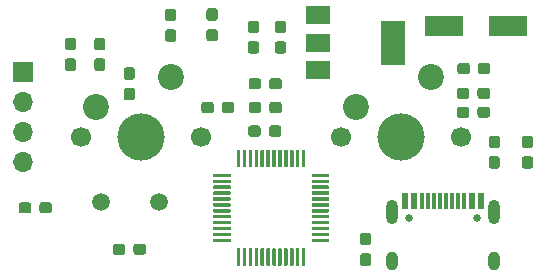
<source format=gbs>
G04 #@! TF.GenerationSoftware,KiCad,Pcbnew,5.1.5+dfsg1-2build2*
G04 #@! TF.CreationDate,2021-10-12T15:37:10+03:00*
G04 #@! TF.ProjectId,usb_kb,7573625f-6b62-42e6-9b69-6361645f7063,rev?*
G04 #@! TF.SameCoordinates,Original*
G04 #@! TF.FileFunction,Soldermask,Bot*
G04 #@! TF.FilePolarity,Negative*
%FSLAX46Y46*%
G04 Gerber Fmt 4.6, Leading zero omitted, Abs format (unit mm)*
G04 Created by KiCad (PCBNEW 5.1.5+dfsg1-2build2) date 2021-10-12 15:37:10*
%MOMM*%
%LPD*%
G04 APERTURE LIST*
%ADD10R,0.600000X1.450000*%
%ADD11R,0.300000X1.450000*%
%ADD12O,1.000000X2.100000*%
%ADD13C,0.650000*%
%ADD14O,1.000000X1.600000*%
%ADD15C,1.700000*%
%ADD16C,4.000000*%
%ADD17C,2.200000*%
%ADD18C,0.100000*%
%ADD19R,3.300000X1.700000*%
%ADD20C,1.500000*%
%ADD21R,2.000000X1.500000*%
%ADD22R,2.000000X3.800000*%
%ADD23O,1.700000X1.700000*%
%ADD24R,1.700000X1.700000*%
G04 APERTURE END LIST*
D10*
X194300000Y-83400000D03*
X195100000Y-83400000D03*
X200000000Y-83400000D03*
X200800000Y-83400000D03*
X200800000Y-83400000D03*
X200000000Y-83400000D03*
X195100000Y-83400000D03*
X194300000Y-83400000D03*
D11*
X199300000Y-83400000D03*
X198800000Y-83400000D03*
X198300000Y-83400000D03*
X197300000Y-83400000D03*
X196800000Y-83400000D03*
X196300000Y-83400000D03*
X195800000Y-83400000D03*
X197800000Y-83400000D03*
D12*
X193230000Y-84315000D03*
X201870000Y-84315000D03*
D13*
X200440000Y-84845000D03*
D14*
X201870000Y-88495000D03*
D13*
X194660000Y-84845000D03*
D14*
X193230000Y-88495000D03*
D15*
X199080000Y-78000000D03*
X188920000Y-78000000D03*
D16*
X194000000Y-78000000D03*
D17*
X190190000Y-75460000D03*
X196540000Y-72920000D03*
D18*
G36*
X166260779Y-69601144D02*
G01*
X166283834Y-69604563D01*
X166306443Y-69610227D01*
X166328387Y-69618079D01*
X166349457Y-69628044D01*
X166369448Y-69640026D01*
X166388168Y-69653910D01*
X166405438Y-69669562D01*
X166421090Y-69686832D01*
X166434974Y-69705552D01*
X166446956Y-69725543D01*
X166456921Y-69746613D01*
X166464773Y-69768557D01*
X166470437Y-69791166D01*
X166473856Y-69814221D01*
X166475000Y-69837500D01*
X166475000Y-70412500D01*
X166473856Y-70435779D01*
X166470437Y-70458834D01*
X166464773Y-70481443D01*
X166456921Y-70503387D01*
X166446956Y-70524457D01*
X166434974Y-70544448D01*
X166421090Y-70563168D01*
X166405438Y-70580438D01*
X166388168Y-70596090D01*
X166369448Y-70609974D01*
X166349457Y-70621956D01*
X166328387Y-70631921D01*
X166306443Y-70639773D01*
X166283834Y-70645437D01*
X166260779Y-70648856D01*
X166237500Y-70650000D01*
X165762500Y-70650000D01*
X165739221Y-70648856D01*
X165716166Y-70645437D01*
X165693557Y-70639773D01*
X165671613Y-70631921D01*
X165650543Y-70621956D01*
X165630552Y-70609974D01*
X165611832Y-70596090D01*
X165594562Y-70580438D01*
X165578910Y-70563168D01*
X165565026Y-70544448D01*
X165553044Y-70524457D01*
X165543079Y-70503387D01*
X165535227Y-70481443D01*
X165529563Y-70458834D01*
X165526144Y-70435779D01*
X165525000Y-70412500D01*
X165525000Y-69837500D01*
X165526144Y-69814221D01*
X165529563Y-69791166D01*
X165535227Y-69768557D01*
X165543079Y-69746613D01*
X165553044Y-69725543D01*
X165565026Y-69705552D01*
X165578910Y-69686832D01*
X165594562Y-69669562D01*
X165611832Y-69653910D01*
X165630552Y-69640026D01*
X165650543Y-69628044D01*
X165671613Y-69618079D01*
X165693557Y-69610227D01*
X165716166Y-69604563D01*
X165739221Y-69601144D01*
X165762500Y-69600000D01*
X166237500Y-69600000D01*
X166260779Y-69601144D01*
G37*
G36*
X166260779Y-71351144D02*
G01*
X166283834Y-71354563D01*
X166306443Y-71360227D01*
X166328387Y-71368079D01*
X166349457Y-71378044D01*
X166369448Y-71390026D01*
X166388168Y-71403910D01*
X166405438Y-71419562D01*
X166421090Y-71436832D01*
X166434974Y-71455552D01*
X166446956Y-71475543D01*
X166456921Y-71496613D01*
X166464773Y-71518557D01*
X166470437Y-71541166D01*
X166473856Y-71564221D01*
X166475000Y-71587500D01*
X166475000Y-72162500D01*
X166473856Y-72185779D01*
X166470437Y-72208834D01*
X166464773Y-72231443D01*
X166456921Y-72253387D01*
X166446956Y-72274457D01*
X166434974Y-72294448D01*
X166421090Y-72313168D01*
X166405438Y-72330438D01*
X166388168Y-72346090D01*
X166369448Y-72359974D01*
X166349457Y-72371956D01*
X166328387Y-72381921D01*
X166306443Y-72389773D01*
X166283834Y-72395437D01*
X166260779Y-72398856D01*
X166237500Y-72400000D01*
X165762500Y-72400000D01*
X165739221Y-72398856D01*
X165716166Y-72395437D01*
X165693557Y-72389773D01*
X165671613Y-72381921D01*
X165650543Y-72371956D01*
X165630552Y-72359974D01*
X165611832Y-72346090D01*
X165594562Y-72330438D01*
X165578910Y-72313168D01*
X165565026Y-72294448D01*
X165553044Y-72274457D01*
X165543079Y-72253387D01*
X165535227Y-72231443D01*
X165529563Y-72208834D01*
X165526144Y-72185779D01*
X165525000Y-72162500D01*
X165525000Y-71587500D01*
X165526144Y-71564221D01*
X165529563Y-71541166D01*
X165535227Y-71518557D01*
X165543079Y-71496613D01*
X165553044Y-71475543D01*
X165565026Y-71455552D01*
X165578910Y-71436832D01*
X165594562Y-71419562D01*
X165611832Y-71403910D01*
X165630552Y-71390026D01*
X165650543Y-71378044D01*
X165671613Y-71368079D01*
X165693557Y-71360227D01*
X165716166Y-71354563D01*
X165739221Y-71351144D01*
X165762500Y-71350000D01*
X166237500Y-71350000D01*
X166260779Y-71351144D01*
G37*
G36*
X168760779Y-69601144D02*
G01*
X168783834Y-69604563D01*
X168806443Y-69610227D01*
X168828387Y-69618079D01*
X168849457Y-69628044D01*
X168869448Y-69640026D01*
X168888168Y-69653910D01*
X168905438Y-69669562D01*
X168921090Y-69686832D01*
X168934974Y-69705552D01*
X168946956Y-69725543D01*
X168956921Y-69746613D01*
X168964773Y-69768557D01*
X168970437Y-69791166D01*
X168973856Y-69814221D01*
X168975000Y-69837500D01*
X168975000Y-70412500D01*
X168973856Y-70435779D01*
X168970437Y-70458834D01*
X168964773Y-70481443D01*
X168956921Y-70503387D01*
X168946956Y-70524457D01*
X168934974Y-70544448D01*
X168921090Y-70563168D01*
X168905438Y-70580438D01*
X168888168Y-70596090D01*
X168869448Y-70609974D01*
X168849457Y-70621956D01*
X168828387Y-70631921D01*
X168806443Y-70639773D01*
X168783834Y-70645437D01*
X168760779Y-70648856D01*
X168737500Y-70650000D01*
X168262500Y-70650000D01*
X168239221Y-70648856D01*
X168216166Y-70645437D01*
X168193557Y-70639773D01*
X168171613Y-70631921D01*
X168150543Y-70621956D01*
X168130552Y-70609974D01*
X168111832Y-70596090D01*
X168094562Y-70580438D01*
X168078910Y-70563168D01*
X168065026Y-70544448D01*
X168053044Y-70524457D01*
X168043079Y-70503387D01*
X168035227Y-70481443D01*
X168029563Y-70458834D01*
X168026144Y-70435779D01*
X168025000Y-70412500D01*
X168025000Y-69837500D01*
X168026144Y-69814221D01*
X168029563Y-69791166D01*
X168035227Y-69768557D01*
X168043079Y-69746613D01*
X168053044Y-69725543D01*
X168065026Y-69705552D01*
X168078910Y-69686832D01*
X168094562Y-69669562D01*
X168111832Y-69653910D01*
X168130552Y-69640026D01*
X168150543Y-69628044D01*
X168171613Y-69618079D01*
X168193557Y-69610227D01*
X168216166Y-69604563D01*
X168239221Y-69601144D01*
X168262500Y-69600000D01*
X168737500Y-69600000D01*
X168760779Y-69601144D01*
G37*
G36*
X168760779Y-71351144D02*
G01*
X168783834Y-71354563D01*
X168806443Y-71360227D01*
X168828387Y-71368079D01*
X168849457Y-71378044D01*
X168869448Y-71390026D01*
X168888168Y-71403910D01*
X168905438Y-71419562D01*
X168921090Y-71436832D01*
X168934974Y-71455552D01*
X168946956Y-71475543D01*
X168956921Y-71496613D01*
X168964773Y-71518557D01*
X168970437Y-71541166D01*
X168973856Y-71564221D01*
X168975000Y-71587500D01*
X168975000Y-72162500D01*
X168973856Y-72185779D01*
X168970437Y-72208834D01*
X168964773Y-72231443D01*
X168956921Y-72253387D01*
X168946956Y-72274457D01*
X168934974Y-72294448D01*
X168921090Y-72313168D01*
X168905438Y-72330438D01*
X168888168Y-72346090D01*
X168869448Y-72359974D01*
X168849457Y-72371956D01*
X168828387Y-72381921D01*
X168806443Y-72389773D01*
X168783834Y-72395437D01*
X168760779Y-72398856D01*
X168737500Y-72400000D01*
X168262500Y-72400000D01*
X168239221Y-72398856D01*
X168216166Y-72395437D01*
X168193557Y-72389773D01*
X168171613Y-72381921D01*
X168150543Y-72371956D01*
X168130552Y-72359974D01*
X168111832Y-72346090D01*
X168094562Y-72330438D01*
X168078910Y-72313168D01*
X168065026Y-72294448D01*
X168053044Y-72274457D01*
X168043079Y-72253387D01*
X168035227Y-72231443D01*
X168029563Y-72208834D01*
X168026144Y-72185779D01*
X168025000Y-72162500D01*
X168025000Y-71587500D01*
X168026144Y-71564221D01*
X168029563Y-71541166D01*
X168035227Y-71518557D01*
X168043079Y-71496613D01*
X168053044Y-71475543D01*
X168065026Y-71455552D01*
X168078910Y-71436832D01*
X168094562Y-71419562D01*
X168111832Y-71403910D01*
X168130552Y-71390026D01*
X168150543Y-71378044D01*
X168171613Y-71368079D01*
X168193557Y-71360227D01*
X168216166Y-71354563D01*
X168239221Y-71351144D01*
X168262500Y-71350000D01*
X168737500Y-71350000D01*
X168760779Y-71351144D01*
G37*
G36*
X183685779Y-73026144D02*
G01*
X183708834Y-73029563D01*
X183731443Y-73035227D01*
X183753387Y-73043079D01*
X183774457Y-73053044D01*
X183794448Y-73065026D01*
X183813168Y-73078910D01*
X183830438Y-73094562D01*
X183846090Y-73111832D01*
X183859974Y-73130552D01*
X183871956Y-73150543D01*
X183881921Y-73171613D01*
X183889773Y-73193557D01*
X183895437Y-73216166D01*
X183898856Y-73239221D01*
X183900000Y-73262500D01*
X183900000Y-73737500D01*
X183898856Y-73760779D01*
X183895437Y-73783834D01*
X183889773Y-73806443D01*
X183881921Y-73828387D01*
X183871956Y-73849457D01*
X183859974Y-73869448D01*
X183846090Y-73888168D01*
X183830438Y-73905438D01*
X183813168Y-73921090D01*
X183794448Y-73934974D01*
X183774457Y-73946956D01*
X183753387Y-73956921D01*
X183731443Y-73964773D01*
X183708834Y-73970437D01*
X183685779Y-73973856D01*
X183662500Y-73975000D01*
X183087500Y-73975000D01*
X183064221Y-73973856D01*
X183041166Y-73970437D01*
X183018557Y-73964773D01*
X182996613Y-73956921D01*
X182975543Y-73946956D01*
X182955552Y-73934974D01*
X182936832Y-73921090D01*
X182919562Y-73905438D01*
X182903910Y-73888168D01*
X182890026Y-73869448D01*
X182878044Y-73849457D01*
X182868079Y-73828387D01*
X182860227Y-73806443D01*
X182854563Y-73783834D01*
X182851144Y-73760779D01*
X182850000Y-73737500D01*
X182850000Y-73262500D01*
X182851144Y-73239221D01*
X182854563Y-73216166D01*
X182860227Y-73193557D01*
X182868079Y-73171613D01*
X182878044Y-73150543D01*
X182890026Y-73130552D01*
X182903910Y-73111832D01*
X182919562Y-73094562D01*
X182936832Y-73078910D01*
X182955552Y-73065026D01*
X182975543Y-73053044D01*
X182996613Y-73043079D01*
X183018557Y-73035227D01*
X183041166Y-73029563D01*
X183064221Y-73026144D01*
X183087500Y-73025000D01*
X183662500Y-73025000D01*
X183685779Y-73026144D01*
G37*
G36*
X181935779Y-73026144D02*
G01*
X181958834Y-73029563D01*
X181981443Y-73035227D01*
X182003387Y-73043079D01*
X182024457Y-73053044D01*
X182044448Y-73065026D01*
X182063168Y-73078910D01*
X182080438Y-73094562D01*
X182096090Y-73111832D01*
X182109974Y-73130552D01*
X182121956Y-73150543D01*
X182131921Y-73171613D01*
X182139773Y-73193557D01*
X182145437Y-73216166D01*
X182148856Y-73239221D01*
X182150000Y-73262500D01*
X182150000Y-73737500D01*
X182148856Y-73760779D01*
X182145437Y-73783834D01*
X182139773Y-73806443D01*
X182131921Y-73828387D01*
X182121956Y-73849457D01*
X182109974Y-73869448D01*
X182096090Y-73888168D01*
X182080438Y-73905438D01*
X182063168Y-73921090D01*
X182044448Y-73934974D01*
X182024457Y-73946956D01*
X182003387Y-73956921D01*
X181981443Y-73964773D01*
X181958834Y-73970437D01*
X181935779Y-73973856D01*
X181912500Y-73975000D01*
X181337500Y-73975000D01*
X181314221Y-73973856D01*
X181291166Y-73970437D01*
X181268557Y-73964773D01*
X181246613Y-73956921D01*
X181225543Y-73946956D01*
X181205552Y-73934974D01*
X181186832Y-73921090D01*
X181169562Y-73905438D01*
X181153910Y-73888168D01*
X181140026Y-73869448D01*
X181128044Y-73849457D01*
X181118079Y-73828387D01*
X181110227Y-73806443D01*
X181104563Y-73783834D01*
X181101144Y-73760779D01*
X181100000Y-73737500D01*
X181100000Y-73262500D01*
X181101144Y-73239221D01*
X181104563Y-73216166D01*
X181110227Y-73193557D01*
X181118079Y-73171613D01*
X181128044Y-73150543D01*
X181140026Y-73130552D01*
X181153910Y-73111832D01*
X181169562Y-73094562D01*
X181186832Y-73078910D01*
X181205552Y-73065026D01*
X181225543Y-73053044D01*
X181246613Y-73043079D01*
X181268557Y-73035227D01*
X181291166Y-73029563D01*
X181314221Y-73026144D01*
X181337500Y-73025000D01*
X181912500Y-73025000D01*
X181935779Y-73026144D01*
G37*
G36*
X171260779Y-73851144D02*
G01*
X171283834Y-73854563D01*
X171306443Y-73860227D01*
X171328387Y-73868079D01*
X171349457Y-73878044D01*
X171369448Y-73890026D01*
X171388168Y-73903910D01*
X171405438Y-73919562D01*
X171421090Y-73936832D01*
X171434974Y-73955552D01*
X171446956Y-73975543D01*
X171456921Y-73996613D01*
X171464773Y-74018557D01*
X171470437Y-74041166D01*
X171473856Y-74064221D01*
X171475000Y-74087500D01*
X171475000Y-74662500D01*
X171473856Y-74685779D01*
X171470437Y-74708834D01*
X171464773Y-74731443D01*
X171456921Y-74753387D01*
X171446956Y-74774457D01*
X171434974Y-74794448D01*
X171421090Y-74813168D01*
X171405438Y-74830438D01*
X171388168Y-74846090D01*
X171369448Y-74859974D01*
X171349457Y-74871956D01*
X171328387Y-74881921D01*
X171306443Y-74889773D01*
X171283834Y-74895437D01*
X171260779Y-74898856D01*
X171237500Y-74900000D01*
X170762500Y-74900000D01*
X170739221Y-74898856D01*
X170716166Y-74895437D01*
X170693557Y-74889773D01*
X170671613Y-74881921D01*
X170650543Y-74871956D01*
X170630552Y-74859974D01*
X170611832Y-74846090D01*
X170594562Y-74830438D01*
X170578910Y-74813168D01*
X170565026Y-74794448D01*
X170553044Y-74774457D01*
X170543079Y-74753387D01*
X170535227Y-74731443D01*
X170529563Y-74708834D01*
X170526144Y-74685779D01*
X170525000Y-74662500D01*
X170525000Y-74087500D01*
X170526144Y-74064221D01*
X170529563Y-74041166D01*
X170535227Y-74018557D01*
X170543079Y-73996613D01*
X170553044Y-73975543D01*
X170565026Y-73955552D01*
X170578910Y-73936832D01*
X170594562Y-73919562D01*
X170611832Y-73903910D01*
X170630552Y-73890026D01*
X170650543Y-73878044D01*
X170671613Y-73868079D01*
X170693557Y-73860227D01*
X170716166Y-73854563D01*
X170739221Y-73851144D01*
X170762500Y-73850000D01*
X171237500Y-73850000D01*
X171260779Y-73851144D01*
G37*
G36*
X171260779Y-72101144D02*
G01*
X171283834Y-72104563D01*
X171306443Y-72110227D01*
X171328387Y-72118079D01*
X171349457Y-72128044D01*
X171369448Y-72140026D01*
X171388168Y-72153910D01*
X171405438Y-72169562D01*
X171421090Y-72186832D01*
X171434974Y-72205552D01*
X171446956Y-72225543D01*
X171456921Y-72246613D01*
X171464773Y-72268557D01*
X171470437Y-72291166D01*
X171473856Y-72314221D01*
X171475000Y-72337500D01*
X171475000Y-72912500D01*
X171473856Y-72935779D01*
X171470437Y-72958834D01*
X171464773Y-72981443D01*
X171456921Y-73003387D01*
X171446956Y-73024457D01*
X171434974Y-73044448D01*
X171421090Y-73063168D01*
X171405438Y-73080438D01*
X171388168Y-73096090D01*
X171369448Y-73109974D01*
X171349457Y-73121956D01*
X171328387Y-73131921D01*
X171306443Y-73139773D01*
X171283834Y-73145437D01*
X171260779Y-73148856D01*
X171237500Y-73150000D01*
X170762500Y-73150000D01*
X170739221Y-73148856D01*
X170716166Y-73145437D01*
X170693557Y-73139773D01*
X170671613Y-73131921D01*
X170650543Y-73121956D01*
X170630552Y-73109974D01*
X170611832Y-73096090D01*
X170594562Y-73080438D01*
X170578910Y-73063168D01*
X170565026Y-73044448D01*
X170553044Y-73024457D01*
X170543079Y-73003387D01*
X170535227Y-72981443D01*
X170529563Y-72958834D01*
X170526144Y-72935779D01*
X170525000Y-72912500D01*
X170525000Y-72337500D01*
X170526144Y-72314221D01*
X170529563Y-72291166D01*
X170535227Y-72268557D01*
X170543079Y-72246613D01*
X170553044Y-72225543D01*
X170565026Y-72205552D01*
X170578910Y-72186832D01*
X170594562Y-72169562D01*
X170611832Y-72153910D01*
X170630552Y-72140026D01*
X170650543Y-72128044D01*
X170671613Y-72118079D01*
X170693557Y-72110227D01*
X170716166Y-72104563D01*
X170739221Y-72101144D01*
X170762500Y-72100000D01*
X171237500Y-72100000D01*
X171260779Y-72101144D01*
G37*
G36*
X178260779Y-68851144D02*
G01*
X178283834Y-68854563D01*
X178306443Y-68860227D01*
X178328387Y-68868079D01*
X178349457Y-68878044D01*
X178369448Y-68890026D01*
X178388168Y-68903910D01*
X178405438Y-68919562D01*
X178421090Y-68936832D01*
X178434974Y-68955552D01*
X178446956Y-68975543D01*
X178456921Y-68996613D01*
X178464773Y-69018557D01*
X178470437Y-69041166D01*
X178473856Y-69064221D01*
X178475000Y-69087500D01*
X178475000Y-69662500D01*
X178473856Y-69685779D01*
X178470437Y-69708834D01*
X178464773Y-69731443D01*
X178456921Y-69753387D01*
X178446956Y-69774457D01*
X178434974Y-69794448D01*
X178421090Y-69813168D01*
X178405438Y-69830438D01*
X178388168Y-69846090D01*
X178369448Y-69859974D01*
X178349457Y-69871956D01*
X178328387Y-69881921D01*
X178306443Y-69889773D01*
X178283834Y-69895437D01*
X178260779Y-69898856D01*
X178237500Y-69900000D01*
X177762500Y-69900000D01*
X177739221Y-69898856D01*
X177716166Y-69895437D01*
X177693557Y-69889773D01*
X177671613Y-69881921D01*
X177650543Y-69871956D01*
X177630552Y-69859974D01*
X177611832Y-69846090D01*
X177594562Y-69830438D01*
X177578910Y-69813168D01*
X177565026Y-69794448D01*
X177553044Y-69774457D01*
X177543079Y-69753387D01*
X177535227Y-69731443D01*
X177529563Y-69708834D01*
X177526144Y-69685779D01*
X177525000Y-69662500D01*
X177525000Y-69087500D01*
X177526144Y-69064221D01*
X177529563Y-69041166D01*
X177535227Y-69018557D01*
X177543079Y-68996613D01*
X177553044Y-68975543D01*
X177565026Y-68955552D01*
X177578910Y-68936832D01*
X177594562Y-68919562D01*
X177611832Y-68903910D01*
X177630552Y-68890026D01*
X177650543Y-68878044D01*
X177671613Y-68868079D01*
X177693557Y-68860227D01*
X177716166Y-68854563D01*
X177739221Y-68851144D01*
X177762500Y-68850000D01*
X178237500Y-68850000D01*
X178260779Y-68851144D01*
G37*
G36*
X178260779Y-67101144D02*
G01*
X178283834Y-67104563D01*
X178306443Y-67110227D01*
X178328387Y-67118079D01*
X178349457Y-67128044D01*
X178369448Y-67140026D01*
X178388168Y-67153910D01*
X178405438Y-67169562D01*
X178421090Y-67186832D01*
X178434974Y-67205552D01*
X178446956Y-67225543D01*
X178456921Y-67246613D01*
X178464773Y-67268557D01*
X178470437Y-67291166D01*
X178473856Y-67314221D01*
X178475000Y-67337500D01*
X178475000Y-67912500D01*
X178473856Y-67935779D01*
X178470437Y-67958834D01*
X178464773Y-67981443D01*
X178456921Y-68003387D01*
X178446956Y-68024457D01*
X178434974Y-68044448D01*
X178421090Y-68063168D01*
X178405438Y-68080438D01*
X178388168Y-68096090D01*
X178369448Y-68109974D01*
X178349457Y-68121956D01*
X178328387Y-68131921D01*
X178306443Y-68139773D01*
X178283834Y-68145437D01*
X178260779Y-68148856D01*
X178237500Y-68150000D01*
X177762500Y-68150000D01*
X177739221Y-68148856D01*
X177716166Y-68145437D01*
X177693557Y-68139773D01*
X177671613Y-68131921D01*
X177650543Y-68121956D01*
X177630552Y-68109974D01*
X177611832Y-68096090D01*
X177594562Y-68080438D01*
X177578910Y-68063168D01*
X177565026Y-68044448D01*
X177553044Y-68024457D01*
X177543079Y-68003387D01*
X177535227Y-67981443D01*
X177529563Y-67958834D01*
X177526144Y-67935779D01*
X177525000Y-67912500D01*
X177525000Y-67337500D01*
X177526144Y-67314221D01*
X177529563Y-67291166D01*
X177535227Y-67268557D01*
X177543079Y-67246613D01*
X177553044Y-67225543D01*
X177565026Y-67205552D01*
X177578910Y-67186832D01*
X177594562Y-67169562D01*
X177611832Y-67153910D01*
X177630552Y-67140026D01*
X177650543Y-67128044D01*
X177671613Y-67118079D01*
X177693557Y-67110227D01*
X177716166Y-67104563D01*
X177739221Y-67101144D01*
X177762500Y-67100000D01*
X178237500Y-67100000D01*
X178260779Y-67101144D01*
G37*
G36*
X191260779Y-86101144D02*
G01*
X191283834Y-86104563D01*
X191306443Y-86110227D01*
X191328387Y-86118079D01*
X191349457Y-86128044D01*
X191369448Y-86140026D01*
X191388168Y-86153910D01*
X191405438Y-86169562D01*
X191421090Y-86186832D01*
X191434974Y-86205552D01*
X191446956Y-86225543D01*
X191456921Y-86246613D01*
X191464773Y-86268557D01*
X191470437Y-86291166D01*
X191473856Y-86314221D01*
X191475000Y-86337500D01*
X191475000Y-86912500D01*
X191473856Y-86935779D01*
X191470437Y-86958834D01*
X191464773Y-86981443D01*
X191456921Y-87003387D01*
X191446956Y-87024457D01*
X191434974Y-87044448D01*
X191421090Y-87063168D01*
X191405438Y-87080438D01*
X191388168Y-87096090D01*
X191369448Y-87109974D01*
X191349457Y-87121956D01*
X191328387Y-87131921D01*
X191306443Y-87139773D01*
X191283834Y-87145437D01*
X191260779Y-87148856D01*
X191237500Y-87150000D01*
X190762500Y-87150000D01*
X190739221Y-87148856D01*
X190716166Y-87145437D01*
X190693557Y-87139773D01*
X190671613Y-87131921D01*
X190650543Y-87121956D01*
X190630552Y-87109974D01*
X190611832Y-87096090D01*
X190594562Y-87080438D01*
X190578910Y-87063168D01*
X190565026Y-87044448D01*
X190553044Y-87024457D01*
X190543079Y-87003387D01*
X190535227Y-86981443D01*
X190529563Y-86958834D01*
X190526144Y-86935779D01*
X190525000Y-86912500D01*
X190525000Y-86337500D01*
X190526144Y-86314221D01*
X190529563Y-86291166D01*
X190535227Y-86268557D01*
X190543079Y-86246613D01*
X190553044Y-86225543D01*
X190565026Y-86205552D01*
X190578910Y-86186832D01*
X190594562Y-86169562D01*
X190611832Y-86153910D01*
X190630552Y-86140026D01*
X190650543Y-86128044D01*
X190671613Y-86118079D01*
X190693557Y-86110227D01*
X190716166Y-86104563D01*
X190739221Y-86101144D01*
X190762500Y-86100000D01*
X191237500Y-86100000D01*
X191260779Y-86101144D01*
G37*
G36*
X191260779Y-87851144D02*
G01*
X191283834Y-87854563D01*
X191306443Y-87860227D01*
X191328387Y-87868079D01*
X191349457Y-87878044D01*
X191369448Y-87890026D01*
X191388168Y-87903910D01*
X191405438Y-87919562D01*
X191421090Y-87936832D01*
X191434974Y-87955552D01*
X191446956Y-87975543D01*
X191456921Y-87996613D01*
X191464773Y-88018557D01*
X191470437Y-88041166D01*
X191473856Y-88064221D01*
X191475000Y-88087500D01*
X191475000Y-88662500D01*
X191473856Y-88685779D01*
X191470437Y-88708834D01*
X191464773Y-88731443D01*
X191456921Y-88753387D01*
X191446956Y-88774457D01*
X191434974Y-88794448D01*
X191421090Y-88813168D01*
X191405438Y-88830438D01*
X191388168Y-88846090D01*
X191369448Y-88859974D01*
X191349457Y-88871956D01*
X191328387Y-88881921D01*
X191306443Y-88889773D01*
X191283834Y-88895437D01*
X191260779Y-88898856D01*
X191237500Y-88900000D01*
X190762500Y-88900000D01*
X190739221Y-88898856D01*
X190716166Y-88895437D01*
X190693557Y-88889773D01*
X190671613Y-88881921D01*
X190650543Y-88871956D01*
X190630552Y-88859974D01*
X190611832Y-88846090D01*
X190594562Y-88830438D01*
X190578910Y-88813168D01*
X190565026Y-88794448D01*
X190553044Y-88774457D01*
X190543079Y-88753387D01*
X190535227Y-88731443D01*
X190529563Y-88708834D01*
X190526144Y-88685779D01*
X190525000Y-88662500D01*
X190525000Y-88087500D01*
X190526144Y-88064221D01*
X190529563Y-88041166D01*
X190535227Y-88018557D01*
X190543079Y-87996613D01*
X190553044Y-87975543D01*
X190565026Y-87955552D01*
X190578910Y-87936832D01*
X190594562Y-87919562D01*
X190611832Y-87903910D01*
X190630552Y-87890026D01*
X190650543Y-87878044D01*
X190671613Y-87868079D01*
X190693557Y-87860227D01*
X190716166Y-87854563D01*
X190739221Y-87851144D01*
X190762500Y-87850000D01*
X191237500Y-87850000D01*
X191260779Y-87851144D01*
G37*
G36*
X201360779Y-71726144D02*
G01*
X201383834Y-71729563D01*
X201406443Y-71735227D01*
X201428387Y-71743079D01*
X201449457Y-71753044D01*
X201469448Y-71765026D01*
X201488168Y-71778910D01*
X201505438Y-71794562D01*
X201521090Y-71811832D01*
X201534974Y-71830552D01*
X201546956Y-71850543D01*
X201556921Y-71871613D01*
X201564773Y-71893557D01*
X201570437Y-71916166D01*
X201573856Y-71939221D01*
X201575000Y-71962500D01*
X201575000Y-72437500D01*
X201573856Y-72460779D01*
X201570437Y-72483834D01*
X201564773Y-72506443D01*
X201556921Y-72528387D01*
X201546956Y-72549457D01*
X201534974Y-72569448D01*
X201521090Y-72588168D01*
X201505438Y-72605438D01*
X201488168Y-72621090D01*
X201469448Y-72634974D01*
X201449457Y-72646956D01*
X201428387Y-72656921D01*
X201406443Y-72664773D01*
X201383834Y-72670437D01*
X201360779Y-72673856D01*
X201337500Y-72675000D01*
X200762500Y-72675000D01*
X200739221Y-72673856D01*
X200716166Y-72670437D01*
X200693557Y-72664773D01*
X200671613Y-72656921D01*
X200650543Y-72646956D01*
X200630552Y-72634974D01*
X200611832Y-72621090D01*
X200594562Y-72605438D01*
X200578910Y-72588168D01*
X200565026Y-72569448D01*
X200553044Y-72549457D01*
X200543079Y-72528387D01*
X200535227Y-72506443D01*
X200529563Y-72483834D01*
X200526144Y-72460779D01*
X200525000Y-72437500D01*
X200525000Y-71962500D01*
X200526144Y-71939221D01*
X200529563Y-71916166D01*
X200535227Y-71893557D01*
X200543079Y-71871613D01*
X200553044Y-71850543D01*
X200565026Y-71830552D01*
X200578910Y-71811832D01*
X200594562Y-71794562D01*
X200611832Y-71778910D01*
X200630552Y-71765026D01*
X200650543Y-71753044D01*
X200671613Y-71743079D01*
X200693557Y-71735227D01*
X200716166Y-71729563D01*
X200739221Y-71726144D01*
X200762500Y-71725000D01*
X201337500Y-71725000D01*
X201360779Y-71726144D01*
G37*
G36*
X199610779Y-71726144D02*
G01*
X199633834Y-71729563D01*
X199656443Y-71735227D01*
X199678387Y-71743079D01*
X199699457Y-71753044D01*
X199719448Y-71765026D01*
X199738168Y-71778910D01*
X199755438Y-71794562D01*
X199771090Y-71811832D01*
X199784974Y-71830552D01*
X199796956Y-71850543D01*
X199806921Y-71871613D01*
X199814773Y-71893557D01*
X199820437Y-71916166D01*
X199823856Y-71939221D01*
X199825000Y-71962500D01*
X199825000Y-72437500D01*
X199823856Y-72460779D01*
X199820437Y-72483834D01*
X199814773Y-72506443D01*
X199806921Y-72528387D01*
X199796956Y-72549457D01*
X199784974Y-72569448D01*
X199771090Y-72588168D01*
X199755438Y-72605438D01*
X199738168Y-72621090D01*
X199719448Y-72634974D01*
X199699457Y-72646956D01*
X199678387Y-72656921D01*
X199656443Y-72664773D01*
X199633834Y-72670437D01*
X199610779Y-72673856D01*
X199587500Y-72675000D01*
X199012500Y-72675000D01*
X198989221Y-72673856D01*
X198966166Y-72670437D01*
X198943557Y-72664773D01*
X198921613Y-72656921D01*
X198900543Y-72646956D01*
X198880552Y-72634974D01*
X198861832Y-72621090D01*
X198844562Y-72605438D01*
X198828910Y-72588168D01*
X198815026Y-72569448D01*
X198803044Y-72549457D01*
X198793079Y-72528387D01*
X198785227Y-72506443D01*
X198779563Y-72483834D01*
X198776144Y-72460779D01*
X198775000Y-72437500D01*
X198775000Y-71962500D01*
X198776144Y-71939221D01*
X198779563Y-71916166D01*
X198785227Y-71893557D01*
X198793079Y-71871613D01*
X198803044Y-71850543D01*
X198815026Y-71830552D01*
X198828910Y-71811832D01*
X198844562Y-71794562D01*
X198861832Y-71778910D01*
X198880552Y-71765026D01*
X198900543Y-71753044D01*
X198921613Y-71743079D01*
X198943557Y-71735227D01*
X198966166Y-71729563D01*
X198989221Y-71726144D01*
X199012500Y-71725000D01*
X199587500Y-71725000D01*
X199610779Y-71726144D01*
G37*
G36*
X170435779Y-87026144D02*
G01*
X170458834Y-87029563D01*
X170481443Y-87035227D01*
X170503387Y-87043079D01*
X170524457Y-87053044D01*
X170544448Y-87065026D01*
X170563168Y-87078910D01*
X170580438Y-87094562D01*
X170596090Y-87111832D01*
X170609974Y-87130552D01*
X170621956Y-87150543D01*
X170631921Y-87171613D01*
X170639773Y-87193557D01*
X170645437Y-87216166D01*
X170648856Y-87239221D01*
X170650000Y-87262500D01*
X170650000Y-87737500D01*
X170648856Y-87760779D01*
X170645437Y-87783834D01*
X170639773Y-87806443D01*
X170631921Y-87828387D01*
X170621956Y-87849457D01*
X170609974Y-87869448D01*
X170596090Y-87888168D01*
X170580438Y-87905438D01*
X170563168Y-87921090D01*
X170544448Y-87934974D01*
X170524457Y-87946956D01*
X170503387Y-87956921D01*
X170481443Y-87964773D01*
X170458834Y-87970437D01*
X170435779Y-87973856D01*
X170412500Y-87975000D01*
X169837500Y-87975000D01*
X169814221Y-87973856D01*
X169791166Y-87970437D01*
X169768557Y-87964773D01*
X169746613Y-87956921D01*
X169725543Y-87946956D01*
X169705552Y-87934974D01*
X169686832Y-87921090D01*
X169669562Y-87905438D01*
X169653910Y-87888168D01*
X169640026Y-87869448D01*
X169628044Y-87849457D01*
X169618079Y-87828387D01*
X169610227Y-87806443D01*
X169604563Y-87783834D01*
X169601144Y-87760779D01*
X169600000Y-87737500D01*
X169600000Y-87262500D01*
X169601144Y-87239221D01*
X169604563Y-87216166D01*
X169610227Y-87193557D01*
X169618079Y-87171613D01*
X169628044Y-87150543D01*
X169640026Y-87130552D01*
X169653910Y-87111832D01*
X169669562Y-87094562D01*
X169686832Y-87078910D01*
X169705552Y-87065026D01*
X169725543Y-87053044D01*
X169746613Y-87043079D01*
X169768557Y-87035227D01*
X169791166Y-87029563D01*
X169814221Y-87026144D01*
X169837500Y-87025000D01*
X170412500Y-87025000D01*
X170435779Y-87026144D01*
G37*
G36*
X172185779Y-87026144D02*
G01*
X172208834Y-87029563D01*
X172231443Y-87035227D01*
X172253387Y-87043079D01*
X172274457Y-87053044D01*
X172294448Y-87065026D01*
X172313168Y-87078910D01*
X172330438Y-87094562D01*
X172346090Y-87111832D01*
X172359974Y-87130552D01*
X172371956Y-87150543D01*
X172381921Y-87171613D01*
X172389773Y-87193557D01*
X172395437Y-87216166D01*
X172398856Y-87239221D01*
X172400000Y-87262500D01*
X172400000Y-87737500D01*
X172398856Y-87760779D01*
X172395437Y-87783834D01*
X172389773Y-87806443D01*
X172381921Y-87828387D01*
X172371956Y-87849457D01*
X172359974Y-87869448D01*
X172346090Y-87888168D01*
X172330438Y-87905438D01*
X172313168Y-87921090D01*
X172294448Y-87934974D01*
X172274457Y-87946956D01*
X172253387Y-87956921D01*
X172231443Y-87964773D01*
X172208834Y-87970437D01*
X172185779Y-87973856D01*
X172162500Y-87975000D01*
X171587500Y-87975000D01*
X171564221Y-87973856D01*
X171541166Y-87970437D01*
X171518557Y-87964773D01*
X171496613Y-87956921D01*
X171475543Y-87946956D01*
X171455552Y-87934974D01*
X171436832Y-87921090D01*
X171419562Y-87905438D01*
X171403910Y-87888168D01*
X171390026Y-87869448D01*
X171378044Y-87849457D01*
X171368079Y-87828387D01*
X171360227Y-87806443D01*
X171354563Y-87783834D01*
X171351144Y-87760779D01*
X171350000Y-87737500D01*
X171350000Y-87262500D01*
X171351144Y-87239221D01*
X171354563Y-87216166D01*
X171360227Y-87193557D01*
X171368079Y-87171613D01*
X171378044Y-87150543D01*
X171390026Y-87130552D01*
X171403910Y-87111832D01*
X171419562Y-87094562D01*
X171436832Y-87078910D01*
X171455552Y-87065026D01*
X171475543Y-87053044D01*
X171496613Y-87043079D01*
X171518557Y-87035227D01*
X171541166Y-87029563D01*
X171564221Y-87026144D01*
X171587500Y-87025000D01*
X172162500Y-87025000D01*
X172185779Y-87026144D01*
G37*
G36*
X181935779Y-75026144D02*
G01*
X181958834Y-75029563D01*
X181981443Y-75035227D01*
X182003387Y-75043079D01*
X182024457Y-75053044D01*
X182044448Y-75065026D01*
X182063168Y-75078910D01*
X182080438Y-75094562D01*
X182096090Y-75111832D01*
X182109974Y-75130552D01*
X182121956Y-75150543D01*
X182131921Y-75171613D01*
X182139773Y-75193557D01*
X182145437Y-75216166D01*
X182148856Y-75239221D01*
X182150000Y-75262500D01*
X182150000Y-75737500D01*
X182148856Y-75760779D01*
X182145437Y-75783834D01*
X182139773Y-75806443D01*
X182131921Y-75828387D01*
X182121956Y-75849457D01*
X182109974Y-75869448D01*
X182096090Y-75888168D01*
X182080438Y-75905438D01*
X182063168Y-75921090D01*
X182044448Y-75934974D01*
X182024457Y-75946956D01*
X182003387Y-75956921D01*
X181981443Y-75964773D01*
X181958834Y-75970437D01*
X181935779Y-75973856D01*
X181912500Y-75975000D01*
X181337500Y-75975000D01*
X181314221Y-75973856D01*
X181291166Y-75970437D01*
X181268557Y-75964773D01*
X181246613Y-75956921D01*
X181225543Y-75946956D01*
X181205552Y-75934974D01*
X181186832Y-75921090D01*
X181169562Y-75905438D01*
X181153910Y-75888168D01*
X181140026Y-75869448D01*
X181128044Y-75849457D01*
X181118079Y-75828387D01*
X181110227Y-75806443D01*
X181104563Y-75783834D01*
X181101144Y-75760779D01*
X181100000Y-75737500D01*
X181100000Y-75262500D01*
X181101144Y-75239221D01*
X181104563Y-75216166D01*
X181110227Y-75193557D01*
X181118079Y-75171613D01*
X181128044Y-75150543D01*
X181140026Y-75130552D01*
X181153910Y-75111832D01*
X181169562Y-75094562D01*
X181186832Y-75078910D01*
X181205552Y-75065026D01*
X181225543Y-75053044D01*
X181246613Y-75043079D01*
X181268557Y-75035227D01*
X181291166Y-75029563D01*
X181314221Y-75026144D01*
X181337500Y-75025000D01*
X181912500Y-75025000D01*
X181935779Y-75026144D01*
G37*
G36*
X183685779Y-75026144D02*
G01*
X183708834Y-75029563D01*
X183731443Y-75035227D01*
X183753387Y-75043079D01*
X183774457Y-75053044D01*
X183794448Y-75065026D01*
X183813168Y-75078910D01*
X183830438Y-75094562D01*
X183846090Y-75111832D01*
X183859974Y-75130552D01*
X183871956Y-75150543D01*
X183881921Y-75171613D01*
X183889773Y-75193557D01*
X183895437Y-75216166D01*
X183898856Y-75239221D01*
X183900000Y-75262500D01*
X183900000Y-75737500D01*
X183898856Y-75760779D01*
X183895437Y-75783834D01*
X183889773Y-75806443D01*
X183881921Y-75828387D01*
X183871956Y-75849457D01*
X183859974Y-75869448D01*
X183846090Y-75888168D01*
X183830438Y-75905438D01*
X183813168Y-75921090D01*
X183794448Y-75934974D01*
X183774457Y-75946956D01*
X183753387Y-75956921D01*
X183731443Y-75964773D01*
X183708834Y-75970437D01*
X183685779Y-75973856D01*
X183662500Y-75975000D01*
X183087500Y-75975000D01*
X183064221Y-75973856D01*
X183041166Y-75970437D01*
X183018557Y-75964773D01*
X182996613Y-75956921D01*
X182975543Y-75946956D01*
X182955552Y-75934974D01*
X182936832Y-75921090D01*
X182919562Y-75905438D01*
X182903910Y-75888168D01*
X182890026Y-75869448D01*
X182878044Y-75849457D01*
X182868079Y-75828387D01*
X182860227Y-75806443D01*
X182854563Y-75783834D01*
X182851144Y-75760779D01*
X182850000Y-75737500D01*
X182850000Y-75262500D01*
X182851144Y-75239221D01*
X182854563Y-75216166D01*
X182860227Y-75193557D01*
X182868079Y-75171613D01*
X182878044Y-75150543D01*
X182890026Y-75130552D01*
X182903910Y-75111832D01*
X182919562Y-75094562D01*
X182936832Y-75078910D01*
X182955552Y-75065026D01*
X182975543Y-75053044D01*
X182996613Y-75043079D01*
X183018557Y-75035227D01*
X183041166Y-75029563D01*
X183064221Y-75026144D01*
X183087500Y-75025000D01*
X183662500Y-75025000D01*
X183685779Y-75026144D01*
G37*
G36*
X201310779Y-75426144D02*
G01*
X201333834Y-75429563D01*
X201356443Y-75435227D01*
X201378387Y-75443079D01*
X201399457Y-75453044D01*
X201419448Y-75465026D01*
X201438168Y-75478910D01*
X201455438Y-75494562D01*
X201471090Y-75511832D01*
X201484974Y-75530552D01*
X201496956Y-75550543D01*
X201506921Y-75571613D01*
X201514773Y-75593557D01*
X201520437Y-75616166D01*
X201523856Y-75639221D01*
X201525000Y-75662500D01*
X201525000Y-76137500D01*
X201523856Y-76160779D01*
X201520437Y-76183834D01*
X201514773Y-76206443D01*
X201506921Y-76228387D01*
X201496956Y-76249457D01*
X201484974Y-76269448D01*
X201471090Y-76288168D01*
X201455438Y-76305438D01*
X201438168Y-76321090D01*
X201419448Y-76334974D01*
X201399457Y-76346956D01*
X201378387Y-76356921D01*
X201356443Y-76364773D01*
X201333834Y-76370437D01*
X201310779Y-76373856D01*
X201287500Y-76375000D01*
X200712500Y-76375000D01*
X200689221Y-76373856D01*
X200666166Y-76370437D01*
X200643557Y-76364773D01*
X200621613Y-76356921D01*
X200600543Y-76346956D01*
X200580552Y-76334974D01*
X200561832Y-76321090D01*
X200544562Y-76305438D01*
X200528910Y-76288168D01*
X200515026Y-76269448D01*
X200503044Y-76249457D01*
X200493079Y-76228387D01*
X200485227Y-76206443D01*
X200479563Y-76183834D01*
X200476144Y-76160779D01*
X200475000Y-76137500D01*
X200475000Y-75662500D01*
X200476144Y-75639221D01*
X200479563Y-75616166D01*
X200485227Y-75593557D01*
X200493079Y-75571613D01*
X200503044Y-75550543D01*
X200515026Y-75530552D01*
X200528910Y-75511832D01*
X200544562Y-75494562D01*
X200561832Y-75478910D01*
X200580552Y-75465026D01*
X200600543Y-75453044D01*
X200621613Y-75443079D01*
X200643557Y-75435227D01*
X200666166Y-75429563D01*
X200689221Y-75426144D01*
X200712500Y-75425000D01*
X201287500Y-75425000D01*
X201310779Y-75426144D01*
G37*
G36*
X199560779Y-75426144D02*
G01*
X199583834Y-75429563D01*
X199606443Y-75435227D01*
X199628387Y-75443079D01*
X199649457Y-75453044D01*
X199669448Y-75465026D01*
X199688168Y-75478910D01*
X199705438Y-75494562D01*
X199721090Y-75511832D01*
X199734974Y-75530552D01*
X199746956Y-75550543D01*
X199756921Y-75571613D01*
X199764773Y-75593557D01*
X199770437Y-75616166D01*
X199773856Y-75639221D01*
X199775000Y-75662500D01*
X199775000Y-76137500D01*
X199773856Y-76160779D01*
X199770437Y-76183834D01*
X199764773Y-76206443D01*
X199756921Y-76228387D01*
X199746956Y-76249457D01*
X199734974Y-76269448D01*
X199721090Y-76288168D01*
X199705438Y-76305438D01*
X199688168Y-76321090D01*
X199669448Y-76334974D01*
X199649457Y-76346956D01*
X199628387Y-76356921D01*
X199606443Y-76364773D01*
X199583834Y-76370437D01*
X199560779Y-76373856D01*
X199537500Y-76375000D01*
X198962500Y-76375000D01*
X198939221Y-76373856D01*
X198916166Y-76370437D01*
X198893557Y-76364773D01*
X198871613Y-76356921D01*
X198850543Y-76346956D01*
X198830552Y-76334974D01*
X198811832Y-76321090D01*
X198794562Y-76305438D01*
X198778910Y-76288168D01*
X198765026Y-76269448D01*
X198753044Y-76249457D01*
X198743079Y-76228387D01*
X198735227Y-76206443D01*
X198729563Y-76183834D01*
X198726144Y-76160779D01*
X198725000Y-76137500D01*
X198725000Y-75662500D01*
X198726144Y-75639221D01*
X198729563Y-75616166D01*
X198735227Y-75593557D01*
X198743079Y-75571613D01*
X198753044Y-75550543D01*
X198765026Y-75530552D01*
X198778910Y-75511832D01*
X198794562Y-75494562D01*
X198811832Y-75478910D01*
X198830552Y-75465026D01*
X198850543Y-75453044D01*
X198871613Y-75443079D01*
X198893557Y-75435227D01*
X198916166Y-75429563D01*
X198939221Y-75426144D01*
X198962500Y-75425000D01*
X199537500Y-75425000D01*
X199560779Y-75426144D01*
G37*
G36*
X201310779Y-73826144D02*
G01*
X201333834Y-73829563D01*
X201356443Y-73835227D01*
X201378387Y-73843079D01*
X201399457Y-73853044D01*
X201419448Y-73865026D01*
X201438168Y-73878910D01*
X201455438Y-73894562D01*
X201471090Y-73911832D01*
X201484974Y-73930552D01*
X201496956Y-73950543D01*
X201506921Y-73971613D01*
X201514773Y-73993557D01*
X201520437Y-74016166D01*
X201523856Y-74039221D01*
X201525000Y-74062500D01*
X201525000Y-74537500D01*
X201523856Y-74560779D01*
X201520437Y-74583834D01*
X201514773Y-74606443D01*
X201506921Y-74628387D01*
X201496956Y-74649457D01*
X201484974Y-74669448D01*
X201471090Y-74688168D01*
X201455438Y-74705438D01*
X201438168Y-74721090D01*
X201419448Y-74734974D01*
X201399457Y-74746956D01*
X201378387Y-74756921D01*
X201356443Y-74764773D01*
X201333834Y-74770437D01*
X201310779Y-74773856D01*
X201287500Y-74775000D01*
X200712500Y-74775000D01*
X200689221Y-74773856D01*
X200666166Y-74770437D01*
X200643557Y-74764773D01*
X200621613Y-74756921D01*
X200600543Y-74746956D01*
X200580552Y-74734974D01*
X200561832Y-74721090D01*
X200544562Y-74705438D01*
X200528910Y-74688168D01*
X200515026Y-74669448D01*
X200503044Y-74649457D01*
X200493079Y-74628387D01*
X200485227Y-74606443D01*
X200479563Y-74583834D01*
X200476144Y-74560779D01*
X200475000Y-74537500D01*
X200475000Y-74062500D01*
X200476144Y-74039221D01*
X200479563Y-74016166D01*
X200485227Y-73993557D01*
X200493079Y-73971613D01*
X200503044Y-73950543D01*
X200515026Y-73930552D01*
X200528910Y-73911832D01*
X200544562Y-73894562D01*
X200561832Y-73878910D01*
X200580552Y-73865026D01*
X200600543Y-73853044D01*
X200621613Y-73843079D01*
X200643557Y-73835227D01*
X200666166Y-73829563D01*
X200689221Y-73826144D01*
X200712500Y-73825000D01*
X201287500Y-73825000D01*
X201310779Y-73826144D01*
G37*
G36*
X199560779Y-73826144D02*
G01*
X199583834Y-73829563D01*
X199606443Y-73835227D01*
X199628387Y-73843079D01*
X199649457Y-73853044D01*
X199669448Y-73865026D01*
X199688168Y-73878910D01*
X199705438Y-73894562D01*
X199721090Y-73911832D01*
X199734974Y-73930552D01*
X199746956Y-73950543D01*
X199756921Y-73971613D01*
X199764773Y-73993557D01*
X199770437Y-74016166D01*
X199773856Y-74039221D01*
X199775000Y-74062500D01*
X199775000Y-74537500D01*
X199773856Y-74560779D01*
X199770437Y-74583834D01*
X199764773Y-74606443D01*
X199756921Y-74628387D01*
X199746956Y-74649457D01*
X199734974Y-74669448D01*
X199721090Y-74688168D01*
X199705438Y-74705438D01*
X199688168Y-74721090D01*
X199669448Y-74734974D01*
X199649457Y-74746956D01*
X199628387Y-74756921D01*
X199606443Y-74764773D01*
X199583834Y-74770437D01*
X199560779Y-74773856D01*
X199537500Y-74775000D01*
X198962500Y-74775000D01*
X198939221Y-74773856D01*
X198916166Y-74770437D01*
X198893557Y-74764773D01*
X198871613Y-74756921D01*
X198850543Y-74746956D01*
X198830552Y-74734974D01*
X198811832Y-74721090D01*
X198794562Y-74705438D01*
X198778910Y-74688168D01*
X198765026Y-74669448D01*
X198753044Y-74649457D01*
X198743079Y-74628387D01*
X198735227Y-74606443D01*
X198729563Y-74583834D01*
X198726144Y-74560779D01*
X198725000Y-74537500D01*
X198725000Y-74062500D01*
X198726144Y-74039221D01*
X198729563Y-74016166D01*
X198735227Y-73993557D01*
X198743079Y-73971613D01*
X198753044Y-73950543D01*
X198765026Y-73930552D01*
X198778910Y-73911832D01*
X198794562Y-73894562D01*
X198811832Y-73878910D01*
X198830552Y-73865026D01*
X198850543Y-73853044D01*
X198871613Y-73843079D01*
X198893557Y-73835227D01*
X198916166Y-73829563D01*
X198939221Y-73826144D01*
X198962500Y-73825000D01*
X199537500Y-73825000D01*
X199560779Y-73826144D01*
G37*
D19*
X203100000Y-68600000D03*
X197600000Y-68600000D03*
D18*
G36*
X183648279Y-77026144D02*
G01*
X183671334Y-77029563D01*
X183693943Y-77035227D01*
X183715887Y-77043079D01*
X183736957Y-77053044D01*
X183756948Y-77065026D01*
X183775668Y-77078910D01*
X183792938Y-77094562D01*
X183808590Y-77111832D01*
X183822474Y-77130552D01*
X183834456Y-77150543D01*
X183844421Y-77171613D01*
X183852273Y-77193557D01*
X183857937Y-77216166D01*
X183861356Y-77239221D01*
X183862500Y-77262500D01*
X183862500Y-77737500D01*
X183861356Y-77760779D01*
X183857937Y-77783834D01*
X183852273Y-77806443D01*
X183844421Y-77828387D01*
X183834456Y-77849457D01*
X183822474Y-77869448D01*
X183808590Y-77888168D01*
X183792938Y-77905438D01*
X183775668Y-77921090D01*
X183756948Y-77934974D01*
X183736957Y-77946956D01*
X183715887Y-77956921D01*
X183693943Y-77964773D01*
X183671334Y-77970437D01*
X183648279Y-77973856D01*
X183625000Y-77975000D01*
X183050000Y-77975000D01*
X183026721Y-77973856D01*
X183003666Y-77970437D01*
X182981057Y-77964773D01*
X182959113Y-77956921D01*
X182938043Y-77946956D01*
X182918052Y-77934974D01*
X182899332Y-77921090D01*
X182882062Y-77905438D01*
X182866410Y-77888168D01*
X182852526Y-77869448D01*
X182840544Y-77849457D01*
X182830579Y-77828387D01*
X182822727Y-77806443D01*
X182817063Y-77783834D01*
X182813644Y-77760779D01*
X182812500Y-77737500D01*
X182812500Y-77262500D01*
X182813644Y-77239221D01*
X182817063Y-77216166D01*
X182822727Y-77193557D01*
X182830579Y-77171613D01*
X182840544Y-77150543D01*
X182852526Y-77130552D01*
X182866410Y-77111832D01*
X182882062Y-77094562D01*
X182899332Y-77078910D01*
X182918052Y-77065026D01*
X182938043Y-77053044D01*
X182959113Y-77043079D01*
X182981057Y-77035227D01*
X183003666Y-77029563D01*
X183026721Y-77026144D01*
X183050000Y-77025000D01*
X183625000Y-77025000D01*
X183648279Y-77026144D01*
G37*
G36*
X181898279Y-77026144D02*
G01*
X181921334Y-77029563D01*
X181943943Y-77035227D01*
X181965887Y-77043079D01*
X181986957Y-77053044D01*
X182006948Y-77065026D01*
X182025668Y-77078910D01*
X182042938Y-77094562D01*
X182058590Y-77111832D01*
X182072474Y-77130552D01*
X182084456Y-77150543D01*
X182094421Y-77171613D01*
X182102273Y-77193557D01*
X182107937Y-77216166D01*
X182111356Y-77239221D01*
X182112500Y-77262500D01*
X182112500Y-77737500D01*
X182111356Y-77760779D01*
X182107937Y-77783834D01*
X182102273Y-77806443D01*
X182094421Y-77828387D01*
X182084456Y-77849457D01*
X182072474Y-77869448D01*
X182058590Y-77888168D01*
X182042938Y-77905438D01*
X182025668Y-77921090D01*
X182006948Y-77934974D01*
X181986957Y-77946956D01*
X181965887Y-77956921D01*
X181943943Y-77964773D01*
X181921334Y-77970437D01*
X181898279Y-77973856D01*
X181875000Y-77975000D01*
X181300000Y-77975000D01*
X181276721Y-77973856D01*
X181253666Y-77970437D01*
X181231057Y-77964773D01*
X181209113Y-77956921D01*
X181188043Y-77946956D01*
X181168052Y-77934974D01*
X181149332Y-77921090D01*
X181132062Y-77905438D01*
X181116410Y-77888168D01*
X181102526Y-77869448D01*
X181090544Y-77849457D01*
X181080579Y-77828387D01*
X181072727Y-77806443D01*
X181067063Y-77783834D01*
X181063644Y-77760779D01*
X181062500Y-77737500D01*
X181062500Y-77262500D01*
X181063644Y-77239221D01*
X181067063Y-77216166D01*
X181072727Y-77193557D01*
X181080579Y-77171613D01*
X181090544Y-77150543D01*
X181102526Y-77130552D01*
X181116410Y-77111832D01*
X181132062Y-77094562D01*
X181149332Y-77078910D01*
X181168052Y-77065026D01*
X181188043Y-77053044D01*
X181209113Y-77043079D01*
X181231057Y-77035227D01*
X181253666Y-77029563D01*
X181276721Y-77026144D01*
X181300000Y-77025000D01*
X181875000Y-77025000D01*
X181898279Y-77026144D01*
G37*
G36*
X174760779Y-68888644D02*
G01*
X174783834Y-68892063D01*
X174806443Y-68897727D01*
X174828387Y-68905579D01*
X174849457Y-68915544D01*
X174869448Y-68927526D01*
X174888168Y-68941410D01*
X174905438Y-68957062D01*
X174921090Y-68974332D01*
X174934974Y-68993052D01*
X174946956Y-69013043D01*
X174956921Y-69034113D01*
X174964773Y-69056057D01*
X174970437Y-69078666D01*
X174973856Y-69101721D01*
X174975000Y-69125000D01*
X174975000Y-69700000D01*
X174973856Y-69723279D01*
X174970437Y-69746334D01*
X174964773Y-69768943D01*
X174956921Y-69790887D01*
X174946956Y-69811957D01*
X174934974Y-69831948D01*
X174921090Y-69850668D01*
X174905438Y-69867938D01*
X174888168Y-69883590D01*
X174869448Y-69897474D01*
X174849457Y-69909456D01*
X174828387Y-69919421D01*
X174806443Y-69927273D01*
X174783834Y-69932937D01*
X174760779Y-69936356D01*
X174737500Y-69937500D01*
X174262500Y-69937500D01*
X174239221Y-69936356D01*
X174216166Y-69932937D01*
X174193557Y-69927273D01*
X174171613Y-69919421D01*
X174150543Y-69909456D01*
X174130552Y-69897474D01*
X174111832Y-69883590D01*
X174094562Y-69867938D01*
X174078910Y-69850668D01*
X174065026Y-69831948D01*
X174053044Y-69811957D01*
X174043079Y-69790887D01*
X174035227Y-69768943D01*
X174029563Y-69746334D01*
X174026144Y-69723279D01*
X174025000Y-69700000D01*
X174025000Y-69125000D01*
X174026144Y-69101721D01*
X174029563Y-69078666D01*
X174035227Y-69056057D01*
X174043079Y-69034113D01*
X174053044Y-69013043D01*
X174065026Y-68993052D01*
X174078910Y-68974332D01*
X174094562Y-68957062D01*
X174111832Y-68941410D01*
X174130552Y-68927526D01*
X174150543Y-68915544D01*
X174171613Y-68905579D01*
X174193557Y-68897727D01*
X174216166Y-68892063D01*
X174239221Y-68888644D01*
X174262500Y-68887500D01*
X174737500Y-68887500D01*
X174760779Y-68888644D01*
G37*
G36*
X174760779Y-67138644D02*
G01*
X174783834Y-67142063D01*
X174806443Y-67147727D01*
X174828387Y-67155579D01*
X174849457Y-67165544D01*
X174869448Y-67177526D01*
X174888168Y-67191410D01*
X174905438Y-67207062D01*
X174921090Y-67224332D01*
X174934974Y-67243052D01*
X174946956Y-67263043D01*
X174956921Y-67284113D01*
X174964773Y-67306057D01*
X174970437Y-67328666D01*
X174973856Y-67351721D01*
X174975000Y-67375000D01*
X174975000Y-67950000D01*
X174973856Y-67973279D01*
X174970437Y-67996334D01*
X174964773Y-68018943D01*
X174956921Y-68040887D01*
X174946956Y-68061957D01*
X174934974Y-68081948D01*
X174921090Y-68100668D01*
X174905438Y-68117938D01*
X174888168Y-68133590D01*
X174869448Y-68147474D01*
X174849457Y-68159456D01*
X174828387Y-68169421D01*
X174806443Y-68177273D01*
X174783834Y-68182937D01*
X174760779Y-68186356D01*
X174737500Y-68187500D01*
X174262500Y-68187500D01*
X174239221Y-68186356D01*
X174216166Y-68182937D01*
X174193557Y-68177273D01*
X174171613Y-68169421D01*
X174150543Y-68159456D01*
X174130552Y-68147474D01*
X174111832Y-68133590D01*
X174094562Y-68117938D01*
X174078910Y-68100668D01*
X174065026Y-68081948D01*
X174053044Y-68061957D01*
X174043079Y-68040887D01*
X174035227Y-68018943D01*
X174029563Y-67996334D01*
X174026144Y-67973279D01*
X174025000Y-67950000D01*
X174025000Y-67375000D01*
X174026144Y-67351721D01*
X174029563Y-67328666D01*
X174035227Y-67306057D01*
X174043079Y-67284113D01*
X174053044Y-67263043D01*
X174065026Y-67243052D01*
X174078910Y-67224332D01*
X174094562Y-67207062D01*
X174111832Y-67191410D01*
X174130552Y-67177526D01*
X174150543Y-67165544D01*
X174171613Y-67155579D01*
X174193557Y-67147727D01*
X174216166Y-67142063D01*
X174239221Y-67138644D01*
X174262500Y-67137500D01*
X174737500Y-67137500D01*
X174760779Y-67138644D01*
G37*
G36*
X202160779Y-79626144D02*
G01*
X202183834Y-79629563D01*
X202206443Y-79635227D01*
X202228387Y-79643079D01*
X202249457Y-79653044D01*
X202269448Y-79665026D01*
X202288168Y-79678910D01*
X202305438Y-79694562D01*
X202321090Y-79711832D01*
X202334974Y-79730552D01*
X202346956Y-79750543D01*
X202356921Y-79771613D01*
X202364773Y-79793557D01*
X202370437Y-79816166D01*
X202373856Y-79839221D01*
X202375000Y-79862500D01*
X202375000Y-80437500D01*
X202373856Y-80460779D01*
X202370437Y-80483834D01*
X202364773Y-80506443D01*
X202356921Y-80528387D01*
X202346956Y-80549457D01*
X202334974Y-80569448D01*
X202321090Y-80588168D01*
X202305438Y-80605438D01*
X202288168Y-80621090D01*
X202269448Y-80634974D01*
X202249457Y-80646956D01*
X202228387Y-80656921D01*
X202206443Y-80664773D01*
X202183834Y-80670437D01*
X202160779Y-80673856D01*
X202137500Y-80675000D01*
X201662500Y-80675000D01*
X201639221Y-80673856D01*
X201616166Y-80670437D01*
X201593557Y-80664773D01*
X201571613Y-80656921D01*
X201550543Y-80646956D01*
X201530552Y-80634974D01*
X201511832Y-80621090D01*
X201494562Y-80605438D01*
X201478910Y-80588168D01*
X201465026Y-80569448D01*
X201453044Y-80549457D01*
X201443079Y-80528387D01*
X201435227Y-80506443D01*
X201429563Y-80483834D01*
X201426144Y-80460779D01*
X201425000Y-80437500D01*
X201425000Y-79862500D01*
X201426144Y-79839221D01*
X201429563Y-79816166D01*
X201435227Y-79793557D01*
X201443079Y-79771613D01*
X201453044Y-79750543D01*
X201465026Y-79730552D01*
X201478910Y-79711832D01*
X201494562Y-79694562D01*
X201511832Y-79678910D01*
X201530552Y-79665026D01*
X201550543Y-79653044D01*
X201571613Y-79643079D01*
X201593557Y-79635227D01*
X201616166Y-79629563D01*
X201639221Y-79626144D01*
X201662500Y-79625000D01*
X202137500Y-79625000D01*
X202160779Y-79626144D01*
G37*
G36*
X202160779Y-77876144D02*
G01*
X202183834Y-77879563D01*
X202206443Y-77885227D01*
X202228387Y-77893079D01*
X202249457Y-77903044D01*
X202269448Y-77915026D01*
X202288168Y-77928910D01*
X202305438Y-77944562D01*
X202321090Y-77961832D01*
X202334974Y-77980552D01*
X202346956Y-78000543D01*
X202356921Y-78021613D01*
X202364773Y-78043557D01*
X202370437Y-78066166D01*
X202373856Y-78089221D01*
X202375000Y-78112500D01*
X202375000Y-78687500D01*
X202373856Y-78710779D01*
X202370437Y-78733834D01*
X202364773Y-78756443D01*
X202356921Y-78778387D01*
X202346956Y-78799457D01*
X202334974Y-78819448D01*
X202321090Y-78838168D01*
X202305438Y-78855438D01*
X202288168Y-78871090D01*
X202269448Y-78884974D01*
X202249457Y-78896956D01*
X202228387Y-78906921D01*
X202206443Y-78914773D01*
X202183834Y-78920437D01*
X202160779Y-78923856D01*
X202137500Y-78925000D01*
X201662500Y-78925000D01*
X201639221Y-78923856D01*
X201616166Y-78920437D01*
X201593557Y-78914773D01*
X201571613Y-78906921D01*
X201550543Y-78896956D01*
X201530552Y-78884974D01*
X201511832Y-78871090D01*
X201494562Y-78855438D01*
X201478910Y-78838168D01*
X201465026Y-78819448D01*
X201453044Y-78799457D01*
X201443079Y-78778387D01*
X201435227Y-78756443D01*
X201429563Y-78733834D01*
X201426144Y-78710779D01*
X201425000Y-78687500D01*
X201425000Y-78112500D01*
X201426144Y-78089221D01*
X201429563Y-78066166D01*
X201435227Y-78043557D01*
X201443079Y-78021613D01*
X201453044Y-78000543D01*
X201465026Y-77980552D01*
X201478910Y-77961832D01*
X201494562Y-77944562D01*
X201511832Y-77928910D01*
X201530552Y-77915026D01*
X201550543Y-77903044D01*
X201571613Y-77893079D01*
X201593557Y-77885227D01*
X201616166Y-77879563D01*
X201639221Y-77876144D01*
X201662500Y-77875000D01*
X202137500Y-77875000D01*
X202160779Y-77876144D01*
G37*
G36*
X204960779Y-79626144D02*
G01*
X204983834Y-79629563D01*
X205006443Y-79635227D01*
X205028387Y-79643079D01*
X205049457Y-79653044D01*
X205069448Y-79665026D01*
X205088168Y-79678910D01*
X205105438Y-79694562D01*
X205121090Y-79711832D01*
X205134974Y-79730552D01*
X205146956Y-79750543D01*
X205156921Y-79771613D01*
X205164773Y-79793557D01*
X205170437Y-79816166D01*
X205173856Y-79839221D01*
X205175000Y-79862500D01*
X205175000Y-80437500D01*
X205173856Y-80460779D01*
X205170437Y-80483834D01*
X205164773Y-80506443D01*
X205156921Y-80528387D01*
X205146956Y-80549457D01*
X205134974Y-80569448D01*
X205121090Y-80588168D01*
X205105438Y-80605438D01*
X205088168Y-80621090D01*
X205069448Y-80634974D01*
X205049457Y-80646956D01*
X205028387Y-80656921D01*
X205006443Y-80664773D01*
X204983834Y-80670437D01*
X204960779Y-80673856D01*
X204937500Y-80675000D01*
X204462500Y-80675000D01*
X204439221Y-80673856D01*
X204416166Y-80670437D01*
X204393557Y-80664773D01*
X204371613Y-80656921D01*
X204350543Y-80646956D01*
X204330552Y-80634974D01*
X204311832Y-80621090D01*
X204294562Y-80605438D01*
X204278910Y-80588168D01*
X204265026Y-80569448D01*
X204253044Y-80549457D01*
X204243079Y-80528387D01*
X204235227Y-80506443D01*
X204229563Y-80483834D01*
X204226144Y-80460779D01*
X204225000Y-80437500D01*
X204225000Y-79862500D01*
X204226144Y-79839221D01*
X204229563Y-79816166D01*
X204235227Y-79793557D01*
X204243079Y-79771613D01*
X204253044Y-79750543D01*
X204265026Y-79730552D01*
X204278910Y-79711832D01*
X204294562Y-79694562D01*
X204311832Y-79678910D01*
X204330552Y-79665026D01*
X204350543Y-79653044D01*
X204371613Y-79643079D01*
X204393557Y-79635227D01*
X204416166Y-79629563D01*
X204439221Y-79626144D01*
X204462500Y-79625000D01*
X204937500Y-79625000D01*
X204960779Y-79626144D01*
G37*
G36*
X204960779Y-77876144D02*
G01*
X204983834Y-77879563D01*
X205006443Y-77885227D01*
X205028387Y-77893079D01*
X205049457Y-77903044D01*
X205069448Y-77915026D01*
X205088168Y-77928910D01*
X205105438Y-77944562D01*
X205121090Y-77961832D01*
X205134974Y-77980552D01*
X205146956Y-78000543D01*
X205156921Y-78021613D01*
X205164773Y-78043557D01*
X205170437Y-78066166D01*
X205173856Y-78089221D01*
X205175000Y-78112500D01*
X205175000Y-78687500D01*
X205173856Y-78710779D01*
X205170437Y-78733834D01*
X205164773Y-78756443D01*
X205156921Y-78778387D01*
X205146956Y-78799457D01*
X205134974Y-78819448D01*
X205121090Y-78838168D01*
X205105438Y-78855438D01*
X205088168Y-78871090D01*
X205069448Y-78884974D01*
X205049457Y-78896956D01*
X205028387Y-78906921D01*
X205006443Y-78914773D01*
X204983834Y-78920437D01*
X204960779Y-78923856D01*
X204937500Y-78925000D01*
X204462500Y-78925000D01*
X204439221Y-78923856D01*
X204416166Y-78920437D01*
X204393557Y-78914773D01*
X204371613Y-78906921D01*
X204350543Y-78896956D01*
X204330552Y-78884974D01*
X204311832Y-78871090D01*
X204294562Y-78855438D01*
X204278910Y-78838168D01*
X204265026Y-78819448D01*
X204253044Y-78799457D01*
X204243079Y-78778387D01*
X204235227Y-78756443D01*
X204229563Y-78733834D01*
X204226144Y-78710779D01*
X204225000Y-78687500D01*
X204225000Y-78112500D01*
X204226144Y-78089221D01*
X204229563Y-78066166D01*
X204235227Y-78043557D01*
X204243079Y-78021613D01*
X204253044Y-78000543D01*
X204265026Y-77980552D01*
X204278910Y-77961832D01*
X204294562Y-77944562D01*
X204311832Y-77928910D01*
X204330552Y-77915026D01*
X204350543Y-77903044D01*
X204371613Y-77893079D01*
X204393557Y-77885227D01*
X204416166Y-77879563D01*
X204439221Y-77876144D01*
X204462500Y-77875000D01*
X204937500Y-77875000D01*
X204960779Y-77876144D01*
G37*
G36*
X177935779Y-75026144D02*
G01*
X177958834Y-75029563D01*
X177981443Y-75035227D01*
X178003387Y-75043079D01*
X178024457Y-75053044D01*
X178044448Y-75065026D01*
X178063168Y-75078910D01*
X178080438Y-75094562D01*
X178096090Y-75111832D01*
X178109974Y-75130552D01*
X178121956Y-75150543D01*
X178131921Y-75171613D01*
X178139773Y-75193557D01*
X178145437Y-75216166D01*
X178148856Y-75239221D01*
X178150000Y-75262500D01*
X178150000Y-75737500D01*
X178148856Y-75760779D01*
X178145437Y-75783834D01*
X178139773Y-75806443D01*
X178131921Y-75828387D01*
X178121956Y-75849457D01*
X178109974Y-75869448D01*
X178096090Y-75888168D01*
X178080438Y-75905438D01*
X178063168Y-75921090D01*
X178044448Y-75934974D01*
X178024457Y-75946956D01*
X178003387Y-75956921D01*
X177981443Y-75964773D01*
X177958834Y-75970437D01*
X177935779Y-75973856D01*
X177912500Y-75975000D01*
X177337500Y-75975000D01*
X177314221Y-75973856D01*
X177291166Y-75970437D01*
X177268557Y-75964773D01*
X177246613Y-75956921D01*
X177225543Y-75946956D01*
X177205552Y-75934974D01*
X177186832Y-75921090D01*
X177169562Y-75905438D01*
X177153910Y-75888168D01*
X177140026Y-75869448D01*
X177128044Y-75849457D01*
X177118079Y-75828387D01*
X177110227Y-75806443D01*
X177104563Y-75783834D01*
X177101144Y-75760779D01*
X177100000Y-75737500D01*
X177100000Y-75262500D01*
X177101144Y-75239221D01*
X177104563Y-75216166D01*
X177110227Y-75193557D01*
X177118079Y-75171613D01*
X177128044Y-75150543D01*
X177140026Y-75130552D01*
X177153910Y-75111832D01*
X177169562Y-75094562D01*
X177186832Y-75078910D01*
X177205552Y-75065026D01*
X177225543Y-75053044D01*
X177246613Y-75043079D01*
X177268557Y-75035227D01*
X177291166Y-75029563D01*
X177314221Y-75026144D01*
X177337500Y-75025000D01*
X177912500Y-75025000D01*
X177935779Y-75026144D01*
G37*
G36*
X179685779Y-75026144D02*
G01*
X179708834Y-75029563D01*
X179731443Y-75035227D01*
X179753387Y-75043079D01*
X179774457Y-75053044D01*
X179794448Y-75065026D01*
X179813168Y-75078910D01*
X179830438Y-75094562D01*
X179846090Y-75111832D01*
X179859974Y-75130552D01*
X179871956Y-75150543D01*
X179881921Y-75171613D01*
X179889773Y-75193557D01*
X179895437Y-75216166D01*
X179898856Y-75239221D01*
X179900000Y-75262500D01*
X179900000Y-75737500D01*
X179898856Y-75760779D01*
X179895437Y-75783834D01*
X179889773Y-75806443D01*
X179881921Y-75828387D01*
X179871956Y-75849457D01*
X179859974Y-75869448D01*
X179846090Y-75888168D01*
X179830438Y-75905438D01*
X179813168Y-75921090D01*
X179794448Y-75934974D01*
X179774457Y-75946956D01*
X179753387Y-75956921D01*
X179731443Y-75964773D01*
X179708834Y-75970437D01*
X179685779Y-75973856D01*
X179662500Y-75975000D01*
X179087500Y-75975000D01*
X179064221Y-75973856D01*
X179041166Y-75970437D01*
X179018557Y-75964773D01*
X178996613Y-75956921D01*
X178975543Y-75946956D01*
X178955552Y-75934974D01*
X178936832Y-75921090D01*
X178919562Y-75905438D01*
X178903910Y-75888168D01*
X178890026Y-75869448D01*
X178878044Y-75849457D01*
X178868079Y-75828387D01*
X178860227Y-75806443D01*
X178854563Y-75783834D01*
X178851144Y-75760779D01*
X178850000Y-75737500D01*
X178850000Y-75262500D01*
X178851144Y-75239221D01*
X178854563Y-75216166D01*
X178860227Y-75193557D01*
X178868079Y-75171613D01*
X178878044Y-75150543D01*
X178890026Y-75130552D01*
X178903910Y-75111832D01*
X178919562Y-75094562D01*
X178936832Y-75078910D01*
X178955552Y-75065026D01*
X178975543Y-75053044D01*
X178996613Y-75043079D01*
X179018557Y-75035227D01*
X179041166Y-75029563D01*
X179064221Y-75026144D01*
X179087500Y-75025000D01*
X179662500Y-75025000D01*
X179685779Y-75026144D01*
G37*
G36*
X162473279Y-83526144D02*
G01*
X162496334Y-83529563D01*
X162518943Y-83535227D01*
X162540887Y-83543079D01*
X162561957Y-83553044D01*
X162581948Y-83565026D01*
X162600668Y-83578910D01*
X162617938Y-83594562D01*
X162633590Y-83611832D01*
X162647474Y-83630552D01*
X162659456Y-83650543D01*
X162669421Y-83671613D01*
X162677273Y-83693557D01*
X162682937Y-83716166D01*
X162686356Y-83739221D01*
X162687500Y-83762500D01*
X162687500Y-84237500D01*
X162686356Y-84260779D01*
X162682937Y-84283834D01*
X162677273Y-84306443D01*
X162669421Y-84328387D01*
X162659456Y-84349457D01*
X162647474Y-84369448D01*
X162633590Y-84388168D01*
X162617938Y-84405438D01*
X162600668Y-84421090D01*
X162581948Y-84434974D01*
X162561957Y-84446956D01*
X162540887Y-84456921D01*
X162518943Y-84464773D01*
X162496334Y-84470437D01*
X162473279Y-84473856D01*
X162450000Y-84475000D01*
X161875000Y-84475000D01*
X161851721Y-84473856D01*
X161828666Y-84470437D01*
X161806057Y-84464773D01*
X161784113Y-84456921D01*
X161763043Y-84446956D01*
X161743052Y-84434974D01*
X161724332Y-84421090D01*
X161707062Y-84405438D01*
X161691410Y-84388168D01*
X161677526Y-84369448D01*
X161665544Y-84349457D01*
X161655579Y-84328387D01*
X161647727Y-84306443D01*
X161642063Y-84283834D01*
X161638644Y-84260779D01*
X161637500Y-84237500D01*
X161637500Y-83762500D01*
X161638644Y-83739221D01*
X161642063Y-83716166D01*
X161647727Y-83693557D01*
X161655579Y-83671613D01*
X161665544Y-83650543D01*
X161677526Y-83630552D01*
X161691410Y-83611832D01*
X161707062Y-83594562D01*
X161724332Y-83578910D01*
X161743052Y-83565026D01*
X161763043Y-83553044D01*
X161784113Y-83543079D01*
X161806057Y-83535227D01*
X161828666Y-83529563D01*
X161851721Y-83526144D01*
X161875000Y-83525000D01*
X162450000Y-83525000D01*
X162473279Y-83526144D01*
G37*
G36*
X164223279Y-83526144D02*
G01*
X164246334Y-83529563D01*
X164268943Y-83535227D01*
X164290887Y-83543079D01*
X164311957Y-83553044D01*
X164331948Y-83565026D01*
X164350668Y-83578910D01*
X164367938Y-83594562D01*
X164383590Y-83611832D01*
X164397474Y-83630552D01*
X164409456Y-83650543D01*
X164419421Y-83671613D01*
X164427273Y-83693557D01*
X164432937Y-83716166D01*
X164436356Y-83739221D01*
X164437500Y-83762500D01*
X164437500Y-84237500D01*
X164436356Y-84260779D01*
X164432937Y-84283834D01*
X164427273Y-84306443D01*
X164419421Y-84328387D01*
X164409456Y-84349457D01*
X164397474Y-84369448D01*
X164383590Y-84388168D01*
X164367938Y-84405438D01*
X164350668Y-84421090D01*
X164331948Y-84434974D01*
X164311957Y-84446956D01*
X164290887Y-84456921D01*
X164268943Y-84464773D01*
X164246334Y-84470437D01*
X164223279Y-84473856D01*
X164200000Y-84475000D01*
X163625000Y-84475000D01*
X163601721Y-84473856D01*
X163578666Y-84470437D01*
X163556057Y-84464773D01*
X163534113Y-84456921D01*
X163513043Y-84446956D01*
X163493052Y-84434974D01*
X163474332Y-84421090D01*
X163457062Y-84405438D01*
X163441410Y-84388168D01*
X163427526Y-84369448D01*
X163415544Y-84349457D01*
X163405579Y-84328387D01*
X163397727Y-84306443D01*
X163392063Y-84283834D01*
X163388644Y-84260779D01*
X163387500Y-84237500D01*
X163387500Y-83762500D01*
X163388644Y-83739221D01*
X163392063Y-83716166D01*
X163397727Y-83693557D01*
X163405579Y-83671613D01*
X163415544Y-83650543D01*
X163427526Y-83630552D01*
X163441410Y-83611832D01*
X163457062Y-83594562D01*
X163474332Y-83578910D01*
X163493052Y-83565026D01*
X163513043Y-83553044D01*
X163534113Y-83543079D01*
X163556057Y-83535227D01*
X163578666Y-83529563D01*
X163601721Y-83526144D01*
X163625000Y-83525000D01*
X164200000Y-83525000D01*
X164223279Y-83526144D01*
G37*
G36*
X184060779Y-69888644D02*
G01*
X184083834Y-69892063D01*
X184106443Y-69897727D01*
X184128387Y-69905579D01*
X184149457Y-69915544D01*
X184169448Y-69927526D01*
X184188168Y-69941410D01*
X184205438Y-69957062D01*
X184221090Y-69974332D01*
X184234974Y-69993052D01*
X184246956Y-70013043D01*
X184256921Y-70034113D01*
X184264773Y-70056057D01*
X184270437Y-70078666D01*
X184273856Y-70101721D01*
X184275000Y-70125000D01*
X184275000Y-70700000D01*
X184273856Y-70723279D01*
X184270437Y-70746334D01*
X184264773Y-70768943D01*
X184256921Y-70790887D01*
X184246956Y-70811957D01*
X184234974Y-70831948D01*
X184221090Y-70850668D01*
X184205438Y-70867938D01*
X184188168Y-70883590D01*
X184169448Y-70897474D01*
X184149457Y-70909456D01*
X184128387Y-70919421D01*
X184106443Y-70927273D01*
X184083834Y-70932937D01*
X184060779Y-70936356D01*
X184037500Y-70937500D01*
X183562500Y-70937500D01*
X183539221Y-70936356D01*
X183516166Y-70932937D01*
X183493557Y-70927273D01*
X183471613Y-70919421D01*
X183450543Y-70909456D01*
X183430552Y-70897474D01*
X183411832Y-70883590D01*
X183394562Y-70867938D01*
X183378910Y-70850668D01*
X183365026Y-70831948D01*
X183353044Y-70811957D01*
X183343079Y-70790887D01*
X183335227Y-70768943D01*
X183329563Y-70746334D01*
X183326144Y-70723279D01*
X183325000Y-70700000D01*
X183325000Y-70125000D01*
X183326144Y-70101721D01*
X183329563Y-70078666D01*
X183335227Y-70056057D01*
X183343079Y-70034113D01*
X183353044Y-70013043D01*
X183365026Y-69993052D01*
X183378910Y-69974332D01*
X183394562Y-69957062D01*
X183411832Y-69941410D01*
X183430552Y-69927526D01*
X183450543Y-69915544D01*
X183471613Y-69905579D01*
X183493557Y-69897727D01*
X183516166Y-69892063D01*
X183539221Y-69888644D01*
X183562500Y-69887500D01*
X184037500Y-69887500D01*
X184060779Y-69888644D01*
G37*
G36*
X184060779Y-68138644D02*
G01*
X184083834Y-68142063D01*
X184106443Y-68147727D01*
X184128387Y-68155579D01*
X184149457Y-68165544D01*
X184169448Y-68177526D01*
X184188168Y-68191410D01*
X184205438Y-68207062D01*
X184221090Y-68224332D01*
X184234974Y-68243052D01*
X184246956Y-68263043D01*
X184256921Y-68284113D01*
X184264773Y-68306057D01*
X184270437Y-68328666D01*
X184273856Y-68351721D01*
X184275000Y-68375000D01*
X184275000Y-68950000D01*
X184273856Y-68973279D01*
X184270437Y-68996334D01*
X184264773Y-69018943D01*
X184256921Y-69040887D01*
X184246956Y-69061957D01*
X184234974Y-69081948D01*
X184221090Y-69100668D01*
X184205438Y-69117938D01*
X184188168Y-69133590D01*
X184169448Y-69147474D01*
X184149457Y-69159456D01*
X184128387Y-69169421D01*
X184106443Y-69177273D01*
X184083834Y-69182937D01*
X184060779Y-69186356D01*
X184037500Y-69187500D01*
X183562500Y-69187500D01*
X183539221Y-69186356D01*
X183516166Y-69182937D01*
X183493557Y-69177273D01*
X183471613Y-69169421D01*
X183450543Y-69159456D01*
X183430552Y-69147474D01*
X183411832Y-69133590D01*
X183394562Y-69117938D01*
X183378910Y-69100668D01*
X183365026Y-69081948D01*
X183353044Y-69061957D01*
X183343079Y-69040887D01*
X183335227Y-69018943D01*
X183329563Y-68996334D01*
X183326144Y-68973279D01*
X183325000Y-68950000D01*
X183325000Y-68375000D01*
X183326144Y-68351721D01*
X183329563Y-68328666D01*
X183335227Y-68306057D01*
X183343079Y-68284113D01*
X183353044Y-68263043D01*
X183365026Y-68243052D01*
X183378910Y-68224332D01*
X183394562Y-68207062D01*
X183411832Y-68191410D01*
X183430552Y-68177526D01*
X183450543Y-68165544D01*
X183471613Y-68155579D01*
X183493557Y-68147727D01*
X183516166Y-68142063D01*
X183539221Y-68138644D01*
X183562500Y-68137500D01*
X184037500Y-68137500D01*
X184060779Y-68138644D01*
G37*
G36*
X181760779Y-69888644D02*
G01*
X181783834Y-69892063D01*
X181806443Y-69897727D01*
X181828387Y-69905579D01*
X181849457Y-69915544D01*
X181869448Y-69927526D01*
X181888168Y-69941410D01*
X181905438Y-69957062D01*
X181921090Y-69974332D01*
X181934974Y-69993052D01*
X181946956Y-70013043D01*
X181956921Y-70034113D01*
X181964773Y-70056057D01*
X181970437Y-70078666D01*
X181973856Y-70101721D01*
X181975000Y-70125000D01*
X181975000Y-70700000D01*
X181973856Y-70723279D01*
X181970437Y-70746334D01*
X181964773Y-70768943D01*
X181956921Y-70790887D01*
X181946956Y-70811957D01*
X181934974Y-70831948D01*
X181921090Y-70850668D01*
X181905438Y-70867938D01*
X181888168Y-70883590D01*
X181869448Y-70897474D01*
X181849457Y-70909456D01*
X181828387Y-70919421D01*
X181806443Y-70927273D01*
X181783834Y-70932937D01*
X181760779Y-70936356D01*
X181737500Y-70937500D01*
X181262500Y-70937500D01*
X181239221Y-70936356D01*
X181216166Y-70932937D01*
X181193557Y-70927273D01*
X181171613Y-70919421D01*
X181150543Y-70909456D01*
X181130552Y-70897474D01*
X181111832Y-70883590D01*
X181094562Y-70867938D01*
X181078910Y-70850668D01*
X181065026Y-70831948D01*
X181053044Y-70811957D01*
X181043079Y-70790887D01*
X181035227Y-70768943D01*
X181029563Y-70746334D01*
X181026144Y-70723279D01*
X181025000Y-70700000D01*
X181025000Y-70125000D01*
X181026144Y-70101721D01*
X181029563Y-70078666D01*
X181035227Y-70056057D01*
X181043079Y-70034113D01*
X181053044Y-70013043D01*
X181065026Y-69993052D01*
X181078910Y-69974332D01*
X181094562Y-69957062D01*
X181111832Y-69941410D01*
X181130552Y-69927526D01*
X181150543Y-69915544D01*
X181171613Y-69905579D01*
X181193557Y-69897727D01*
X181216166Y-69892063D01*
X181239221Y-69888644D01*
X181262500Y-69887500D01*
X181737500Y-69887500D01*
X181760779Y-69888644D01*
G37*
G36*
X181760779Y-68138644D02*
G01*
X181783834Y-68142063D01*
X181806443Y-68147727D01*
X181828387Y-68155579D01*
X181849457Y-68165544D01*
X181869448Y-68177526D01*
X181888168Y-68191410D01*
X181905438Y-68207062D01*
X181921090Y-68224332D01*
X181934974Y-68243052D01*
X181946956Y-68263043D01*
X181956921Y-68284113D01*
X181964773Y-68306057D01*
X181970437Y-68328666D01*
X181973856Y-68351721D01*
X181975000Y-68375000D01*
X181975000Y-68950000D01*
X181973856Y-68973279D01*
X181970437Y-68996334D01*
X181964773Y-69018943D01*
X181956921Y-69040887D01*
X181946956Y-69061957D01*
X181934974Y-69081948D01*
X181921090Y-69100668D01*
X181905438Y-69117938D01*
X181888168Y-69133590D01*
X181869448Y-69147474D01*
X181849457Y-69159456D01*
X181828387Y-69169421D01*
X181806443Y-69177273D01*
X181783834Y-69182937D01*
X181760779Y-69186356D01*
X181737500Y-69187500D01*
X181262500Y-69187500D01*
X181239221Y-69186356D01*
X181216166Y-69182937D01*
X181193557Y-69177273D01*
X181171613Y-69169421D01*
X181150543Y-69159456D01*
X181130552Y-69147474D01*
X181111832Y-69133590D01*
X181094562Y-69117938D01*
X181078910Y-69100668D01*
X181065026Y-69081948D01*
X181053044Y-69061957D01*
X181043079Y-69040887D01*
X181035227Y-69018943D01*
X181029563Y-68996334D01*
X181026144Y-68973279D01*
X181025000Y-68950000D01*
X181025000Y-68375000D01*
X181026144Y-68351721D01*
X181029563Y-68328666D01*
X181035227Y-68306057D01*
X181043079Y-68284113D01*
X181053044Y-68263043D01*
X181065026Y-68243052D01*
X181078910Y-68224332D01*
X181094562Y-68207062D01*
X181111832Y-68191410D01*
X181130552Y-68177526D01*
X181150543Y-68165544D01*
X181171613Y-68155579D01*
X181193557Y-68147727D01*
X181216166Y-68142063D01*
X181239221Y-68138644D01*
X181262500Y-68137500D01*
X181737500Y-68137500D01*
X181760779Y-68138644D01*
G37*
D20*
X168620000Y-83500000D03*
X173500000Y-83500000D03*
D21*
X187000000Y-72300000D03*
X187000000Y-67700000D03*
X187000000Y-70000000D03*
D22*
X193300000Y-70000000D03*
D18*
G36*
X180332351Y-87425361D02*
G01*
X180339632Y-87426441D01*
X180346771Y-87428229D01*
X180353701Y-87430709D01*
X180360355Y-87433856D01*
X180366668Y-87437640D01*
X180372579Y-87442024D01*
X180378033Y-87446967D01*
X180382976Y-87452421D01*
X180387360Y-87458332D01*
X180391144Y-87464645D01*
X180394291Y-87471299D01*
X180396771Y-87478229D01*
X180398559Y-87485368D01*
X180399639Y-87492649D01*
X180400000Y-87500000D01*
X180400000Y-88825000D01*
X180399639Y-88832351D01*
X180398559Y-88839632D01*
X180396771Y-88846771D01*
X180394291Y-88853701D01*
X180391144Y-88860355D01*
X180387360Y-88866668D01*
X180382976Y-88872579D01*
X180378033Y-88878033D01*
X180372579Y-88882976D01*
X180366668Y-88887360D01*
X180360355Y-88891144D01*
X180353701Y-88894291D01*
X180346771Y-88896771D01*
X180339632Y-88898559D01*
X180332351Y-88899639D01*
X180325000Y-88900000D01*
X180175000Y-88900000D01*
X180167649Y-88899639D01*
X180160368Y-88898559D01*
X180153229Y-88896771D01*
X180146299Y-88894291D01*
X180139645Y-88891144D01*
X180133332Y-88887360D01*
X180127421Y-88882976D01*
X180121967Y-88878033D01*
X180117024Y-88872579D01*
X180112640Y-88866668D01*
X180108856Y-88860355D01*
X180105709Y-88853701D01*
X180103229Y-88846771D01*
X180101441Y-88839632D01*
X180100361Y-88832351D01*
X180100000Y-88825000D01*
X180100000Y-87500000D01*
X180100361Y-87492649D01*
X180101441Y-87485368D01*
X180103229Y-87478229D01*
X180105709Y-87471299D01*
X180108856Y-87464645D01*
X180112640Y-87458332D01*
X180117024Y-87452421D01*
X180121967Y-87446967D01*
X180127421Y-87442024D01*
X180133332Y-87437640D01*
X180139645Y-87433856D01*
X180146299Y-87430709D01*
X180153229Y-87428229D01*
X180160368Y-87426441D01*
X180167649Y-87425361D01*
X180175000Y-87425000D01*
X180325000Y-87425000D01*
X180332351Y-87425361D01*
G37*
G36*
X180832351Y-87425361D02*
G01*
X180839632Y-87426441D01*
X180846771Y-87428229D01*
X180853701Y-87430709D01*
X180860355Y-87433856D01*
X180866668Y-87437640D01*
X180872579Y-87442024D01*
X180878033Y-87446967D01*
X180882976Y-87452421D01*
X180887360Y-87458332D01*
X180891144Y-87464645D01*
X180894291Y-87471299D01*
X180896771Y-87478229D01*
X180898559Y-87485368D01*
X180899639Y-87492649D01*
X180900000Y-87500000D01*
X180900000Y-88825000D01*
X180899639Y-88832351D01*
X180898559Y-88839632D01*
X180896771Y-88846771D01*
X180894291Y-88853701D01*
X180891144Y-88860355D01*
X180887360Y-88866668D01*
X180882976Y-88872579D01*
X180878033Y-88878033D01*
X180872579Y-88882976D01*
X180866668Y-88887360D01*
X180860355Y-88891144D01*
X180853701Y-88894291D01*
X180846771Y-88896771D01*
X180839632Y-88898559D01*
X180832351Y-88899639D01*
X180825000Y-88900000D01*
X180675000Y-88900000D01*
X180667649Y-88899639D01*
X180660368Y-88898559D01*
X180653229Y-88896771D01*
X180646299Y-88894291D01*
X180639645Y-88891144D01*
X180633332Y-88887360D01*
X180627421Y-88882976D01*
X180621967Y-88878033D01*
X180617024Y-88872579D01*
X180612640Y-88866668D01*
X180608856Y-88860355D01*
X180605709Y-88853701D01*
X180603229Y-88846771D01*
X180601441Y-88839632D01*
X180600361Y-88832351D01*
X180600000Y-88825000D01*
X180600000Y-87500000D01*
X180600361Y-87492649D01*
X180601441Y-87485368D01*
X180603229Y-87478229D01*
X180605709Y-87471299D01*
X180608856Y-87464645D01*
X180612640Y-87458332D01*
X180617024Y-87452421D01*
X180621967Y-87446967D01*
X180627421Y-87442024D01*
X180633332Y-87437640D01*
X180639645Y-87433856D01*
X180646299Y-87430709D01*
X180653229Y-87428229D01*
X180660368Y-87426441D01*
X180667649Y-87425361D01*
X180675000Y-87425000D01*
X180825000Y-87425000D01*
X180832351Y-87425361D01*
G37*
G36*
X181332351Y-87425361D02*
G01*
X181339632Y-87426441D01*
X181346771Y-87428229D01*
X181353701Y-87430709D01*
X181360355Y-87433856D01*
X181366668Y-87437640D01*
X181372579Y-87442024D01*
X181378033Y-87446967D01*
X181382976Y-87452421D01*
X181387360Y-87458332D01*
X181391144Y-87464645D01*
X181394291Y-87471299D01*
X181396771Y-87478229D01*
X181398559Y-87485368D01*
X181399639Y-87492649D01*
X181400000Y-87500000D01*
X181400000Y-88825000D01*
X181399639Y-88832351D01*
X181398559Y-88839632D01*
X181396771Y-88846771D01*
X181394291Y-88853701D01*
X181391144Y-88860355D01*
X181387360Y-88866668D01*
X181382976Y-88872579D01*
X181378033Y-88878033D01*
X181372579Y-88882976D01*
X181366668Y-88887360D01*
X181360355Y-88891144D01*
X181353701Y-88894291D01*
X181346771Y-88896771D01*
X181339632Y-88898559D01*
X181332351Y-88899639D01*
X181325000Y-88900000D01*
X181175000Y-88900000D01*
X181167649Y-88899639D01*
X181160368Y-88898559D01*
X181153229Y-88896771D01*
X181146299Y-88894291D01*
X181139645Y-88891144D01*
X181133332Y-88887360D01*
X181127421Y-88882976D01*
X181121967Y-88878033D01*
X181117024Y-88872579D01*
X181112640Y-88866668D01*
X181108856Y-88860355D01*
X181105709Y-88853701D01*
X181103229Y-88846771D01*
X181101441Y-88839632D01*
X181100361Y-88832351D01*
X181100000Y-88825000D01*
X181100000Y-87500000D01*
X181100361Y-87492649D01*
X181101441Y-87485368D01*
X181103229Y-87478229D01*
X181105709Y-87471299D01*
X181108856Y-87464645D01*
X181112640Y-87458332D01*
X181117024Y-87452421D01*
X181121967Y-87446967D01*
X181127421Y-87442024D01*
X181133332Y-87437640D01*
X181139645Y-87433856D01*
X181146299Y-87430709D01*
X181153229Y-87428229D01*
X181160368Y-87426441D01*
X181167649Y-87425361D01*
X181175000Y-87425000D01*
X181325000Y-87425000D01*
X181332351Y-87425361D01*
G37*
G36*
X181832351Y-87425361D02*
G01*
X181839632Y-87426441D01*
X181846771Y-87428229D01*
X181853701Y-87430709D01*
X181860355Y-87433856D01*
X181866668Y-87437640D01*
X181872579Y-87442024D01*
X181878033Y-87446967D01*
X181882976Y-87452421D01*
X181887360Y-87458332D01*
X181891144Y-87464645D01*
X181894291Y-87471299D01*
X181896771Y-87478229D01*
X181898559Y-87485368D01*
X181899639Y-87492649D01*
X181900000Y-87500000D01*
X181900000Y-88825000D01*
X181899639Y-88832351D01*
X181898559Y-88839632D01*
X181896771Y-88846771D01*
X181894291Y-88853701D01*
X181891144Y-88860355D01*
X181887360Y-88866668D01*
X181882976Y-88872579D01*
X181878033Y-88878033D01*
X181872579Y-88882976D01*
X181866668Y-88887360D01*
X181860355Y-88891144D01*
X181853701Y-88894291D01*
X181846771Y-88896771D01*
X181839632Y-88898559D01*
X181832351Y-88899639D01*
X181825000Y-88900000D01*
X181675000Y-88900000D01*
X181667649Y-88899639D01*
X181660368Y-88898559D01*
X181653229Y-88896771D01*
X181646299Y-88894291D01*
X181639645Y-88891144D01*
X181633332Y-88887360D01*
X181627421Y-88882976D01*
X181621967Y-88878033D01*
X181617024Y-88872579D01*
X181612640Y-88866668D01*
X181608856Y-88860355D01*
X181605709Y-88853701D01*
X181603229Y-88846771D01*
X181601441Y-88839632D01*
X181600361Y-88832351D01*
X181600000Y-88825000D01*
X181600000Y-87500000D01*
X181600361Y-87492649D01*
X181601441Y-87485368D01*
X181603229Y-87478229D01*
X181605709Y-87471299D01*
X181608856Y-87464645D01*
X181612640Y-87458332D01*
X181617024Y-87452421D01*
X181621967Y-87446967D01*
X181627421Y-87442024D01*
X181633332Y-87437640D01*
X181639645Y-87433856D01*
X181646299Y-87430709D01*
X181653229Y-87428229D01*
X181660368Y-87426441D01*
X181667649Y-87425361D01*
X181675000Y-87425000D01*
X181825000Y-87425000D01*
X181832351Y-87425361D01*
G37*
G36*
X182332351Y-87425361D02*
G01*
X182339632Y-87426441D01*
X182346771Y-87428229D01*
X182353701Y-87430709D01*
X182360355Y-87433856D01*
X182366668Y-87437640D01*
X182372579Y-87442024D01*
X182378033Y-87446967D01*
X182382976Y-87452421D01*
X182387360Y-87458332D01*
X182391144Y-87464645D01*
X182394291Y-87471299D01*
X182396771Y-87478229D01*
X182398559Y-87485368D01*
X182399639Y-87492649D01*
X182400000Y-87500000D01*
X182400000Y-88825000D01*
X182399639Y-88832351D01*
X182398559Y-88839632D01*
X182396771Y-88846771D01*
X182394291Y-88853701D01*
X182391144Y-88860355D01*
X182387360Y-88866668D01*
X182382976Y-88872579D01*
X182378033Y-88878033D01*
X182372579Y-88882976D01*
X182366668Y-88887360D01*
X182360355Y-88891144D01*
X182353701Y-88894291D01*
X182346771Y-88896771D01*
X182339632Y-88898559D01*
X182332351Y-88899639D01*
X182325000Y-88900000D01*
X182175000Y-88900000D01*
X182167649Y-88899639D01*
X182160368Y-88898559D01*
X182153229Y-88896771D01*
X182146299Y-88894291D01*
X182139645Y-88891144D01*
X182133332Y-88887360D01*
X182127421Y-88882976D01*
X182121967Y-88878033D01*
X182117024Y-88872579D01*
X182112640Y-88866668D01*
X182108856Y-88860355D01*
X182105709Y-88853701D01*
X182103229Y-88846771D01*
X182101441Y-88839632D01*
X182100361Y-88832351D01*
X182100000Y-88825000D01*
X182100000Y-87500000D01*
X182100361Y-87492649D01*
X182101441Y-87485368D01*
X182103229Y-87478229D01*
X182105709Y-87471299D01*
X182108856Y-87464645D01*
X182112640Y-87458332D01*
X182117024Y-87452421D01*
X182121967Y-87446967D01*
X182127421Y-87442024D01*
X182133332Y-87437640D01*
X182139645Y-87433856D01*
X182146299Y-87430709D01*
X182153229Y-87428229D01*
X182160368Y-87426441D01*
X182167649Y-87425361D01*
X182175000Y-87425000D01*
X182325000Y-87425000D01*
X182332351Y-87425361D01*
G37*
G36*
X182832351Y-87425361D02*
G01*
X182839632Y-87426441D01*
X182846771Y-87428229D01*
X182853701Y-87430709D01*
X182860355Y-87433856D01*
X182866668Y-87437640D01*
X182872579Y-87442024D01*
X182878033Y-87446967D01*
X182882976Y-87452421D01*
X182887360Y-87458332D01*
X182891144Y-87464645D01*
X182894291Y-87471299D01*
X182896771Y-87478229D01*
X182898559Y-87485368D01*
X182899639Y-87492649D01*
X182900000Y-87500000D01*
X182900000Y-88825000D01*
X182899639Y-88832351D01*
X182898559Y-88839632D01*
X182896771Y-88846771D01*
X182894291Y-88853701D01*
X182891144Y-88860355D01*
X182887360Y-88866668D01*
X182882976Y-88872579D01*
X182878033Y-88878033D01*
X182872579Y-88882976D01*
X182866668Y-88887360D01*
X182860355Y-88891144D01*
X182853701Y-88894291D01*
X182846771Y-88896771D01*
X182839632Y-88898559D01*
X182832351Y-88899639D01*
X182825000Y-88900000D01*
X182675000Y-88900000D01*
X182667649Y-88899639D01*
X182660368Y-88898559D01*
X182653229Y-88896771D01*
X182646299Y-88894291D01*
X182639645Y-88891144D01*
X182633332Y-88887360D01*
X182627421Y-88882976D01*
X182621967Y-88878033D01*
X182617024Y-88872579D01*
X182612640Y-88866668D01*
X182608856Y-88860355D01*
X182605709Y-88853701D01*
X182603229Y-88846771D01*
X182601441Y-88839632D01*
X182600361Y-88832351D01*
X182600000Y-88825000D01*
X182600000Y-87500000D01*
X182600361Y-87492649D01*
X182601441Y-87485368D01*
X182603229Y-87478229D01*
X182605709Y-87471299D01*
X182608856Y-87464645D01*
X182612640Y-87458332D01*
X182617024Y-87452421D01*
X182621967Y-87446967D01*
X182627421Y-87442024D01*
X182633332Y-87437640D01*
X182639645Y-87433856D01*
X182646299Y-87430709D01*
X182653229Y-87428229D01*
X182660368Y-87426441D01*
X182667649Y-87425361D01*
X182675000Y-87425000D01*
X182825000Y-87425000D01*
X182832351Y-87425361D01*
G37*
G36*
X183332351Y-87425361D02*
G01*
X183339632Y-87426441D01*
X183346771Y-87428229D01*
X183353701Y-87430709D01*
X183360355Y-87433856D01*
X183366668Y-87437640D01*
X183372579Y-87442024D01*
X183378033Y-87446967D01*
X183382976Y-87452421D01*
X183387360Y-87458332D01*
X183391144Y-87464645D01*
X183394291Y-87471299D01*
X183396771Y-87478229D01*
X183398559Y-87485368D01*
X183399639Y-87492649D01*
X183400000Y-87500000D01*
X183400000Y-88825000D01*
X183399639Y-88832351D01*
X183398559Y-88839632D01*
X183396771Y-88846771D01*
X183394291Y-88853701D01*
X183391144Y-88860355D01*
X183387360Y-88866668D01*
X183382976Y-88872579D01*
X183378033Y-88878033D01*
X183372579Y-88882976D01*
X183366668Y-88887360D01*
X183360355Y-88891144D01*
X183353701Y-88894291D01*
X183346771Y-88896771D01*
X183339632Y-88898559D01*
X183332351Y-88899639D01*
X183325000Y-88900000D01*
X183175000Y-88900000D01*
X183167649Y-88899639D01*
X183160368Y-88898559D01*
X183153229Y-88896771D01*
X183146299Y-88894291D01*
X183139645Y-88891144D01*
X183133332Y-88887360D01*
X183127421Y-88882976D01*
X183121967Y-88878033D01*
X183117024Y-88872579D01*
X183112640Y-88866668D01*
X183108856Y-88860355D01*
X183105709Y-88853701D01*
X183103229Y-88846771D01*
X183101441Y-88839632D01*
X183100361Y-88832351D01*
X183100000Y-88825000D01*
X183100000Y-87500000D01*
X183100361Y-87492649D01*
X183101441Y-87485368D01*
X183103229Y-87478229D01*
X183105709Y-87471299D01*
X183108856Y-87464645D01*
X183112640Y-87458332D01*
X183117024Y-87452421D01*
X183121967Y-87446967D01*
X183127421Y-87442024D01*
X183133332Y-87437640D01*
X183139645Y-87433856D01*
X183146299Y-87430709D01*
X183153229Y-87428229D01*
X183160368Y-87426441D01*
X183167649Y-87425361D01*
X183175000Y-87425000D01*
X183325000Y-87425000D01*
X183332351Y-87425361D01*
G37*
G36*
X183832351Y-87425361D02*
G01*
X183839632Y-87426441D01*
X183846771Y-87428229D01*
X183853701Y-87430709D01*
X183860355Y-87433856D01*
X183866668Y-87437640D01*
X183872579Y-87442024D01*
X183878033Y-87446967D01*
X183882976Y-87452421D01*
X183887360Y-87458332D01*
X183891144Y-87464645D01*
X183894291Y-87471299D01*
X183896771Y-87478229D01*
X183898559Y-87485368D01*
X183899639Y-87492649D01*
X183900000Y-87500000D01*
X183900000Y-88825000D01*
X183899639Y-88832351D01*
X183898559Y-88839632D01*
X183896771Y-88846771D01*
X183894291Y-88853701D01*
X183891144Y-88860355D01*
X183887360Y-88866668D01*
X183882976Y-88872579D01*
X183878033Y-88878033D01*
X183872579Y-88882976D01*
X183866668Y-88887360D01*
X183860355Y-88891144D01*
X183853701Y-88894291D01*
X183846771Y-88896771D01*
X183839632Y-88898559D01*
X183832351Y-88899639D01*
X183825000Y-88900000D01*
X183675000Y-88900000D01*
X183667649Y-88899639D01*
X183660368Y-88898559D01*
X183653229Y-88896771D01*
X183646299Y-88894291D01*
X183639645Y-88891144D01*
X183633332Y-88887360D01*
X183627421Y-88882976D01*
X183621967Y-88878033D01*
X183617024Y-88872579D01*
X183612640Y-88866668D01*
X183608856Y-88860355D01*
X183605709Y-88853701D01*
X183603229Y-88846771D01*
X183601441Y-88839632D01*
X183600361Y-88832351D01*
X183600000Y-88825000D01*
X183600000Y-87500000D01*
X183600361Y-87492649D01*
X183601441Y-87485368D01*
X183603229Y-87478229D01*
X183605709Y-87471299D01*
X183608856Y-87464645D01*
X183612640Y-87458332D01*
X183617024Y-87452421D01*
X183621967Y-87446967D01*
X183627421Y-87442024D01*
X183633332Y-87437640D01*
X183639645Y-87433856D01*
X183646299Y-87430709D01*
X183653229Y-87428229D01*
X183660368Y-87426441D01*
X183667649Y-87425361D01*
X183675000Y-87425000D01*
X183825000Y-87425000D01*
X183832351Y-87425361D01*
G37*
G36*
X184332351Y-87425361D02*
G01*
X184339632Y-87426441D01*
X184346771Y-87428229D01*
X184353701Y-87430709D01*
X184360355Y-87433856D01*
X184366668Y-87437640D01*
X184372579Y-87442024D01*
X184378033Y-87446967D01*
X184382976Y-87452421D01*
X184387360Y-87458332D01*
X184391144Y-87464645D01*
X184394291Y-87471299D01*
X184396771Y-87478229D01*
X184398559Y-87485368D01*
X184399639Y-87492649D01*
X184400000Y-87500000D01*
X184400000Y-88825000D01*
X184399639Y-88832351D01*
X184398559Y-88839632D01*
X184396771Y-88846771D01*
X184394291Y-88853701D01*
X184391144Y-88860355D01*
X184387360Y-88866668D01*
X184382976Y-88872579D01*
X184378033Y-88878033D01*
X184372579Y-88882976D01*
X184366668Y-88887360D01*
X184360355Y-88891144D01*
X184353701Y-88894291D01*
X184346771Y-88896771D01*
X184339632Y-88898559D01*
X184332351Y-88899639D01*
X184325000Y-88900000D01*
X184175000Y-88900000D01*
X184167649Y-88899639D01*
X184160368Y-88898559D01*
X184153229Y-88896771D01*
X184146299Y-88894291D01*
X184139645Y-88891144D01*
X184133332Y-88887360D01*
X184127421Y-88882976D01*
X184121967Y-88878033D01*
X184117024Y-88872579D01*
X184112640Y-88866668D01*
X184108856Y-88860355D01*
X184105709Y-88853701D01*
X184103229Y-88846771D01*
X184101441Y-88839632D01*
X184100361Y-88832351D01*
X184100000Y-88825000D01*
X184100000Y-87500000D01*
X184100361Y-87492649D01*
X184101441Y-87485368D01*
X184103229Y-87478229D01*
X184105709Y-87471299D01*
X184108856Y-87464645D01*
X184112640Y-87458332D01*
X184117024Y-87452421D01*
X184121967Y-87446967D01*
X184127421Y-87442024D01*
X184133332Y-87437640D01*
X184139645Y-87433856D01*
X184146299Y-87430709D01*
X184153229Y-87428229D01*
X184160368Y-87426441D01*
X184167649Y-87425361D01*
X184175000Y-87425000D01*
X184325000Y-87425000D01*
X184332351Y-87425361D01*
G37*
G36*
X184832351Y-87425361D02*
G01*
X184839632Y-87426441D01*
X184846771Y-87428229D01*
X184853701Y-87430709D01*
X184860355Y-87433856D01*
X184866668Y-87437640D01*
X184872579Y-87442024D01*
X184878033Y-87446967D01*
X184882976Y-87452421D01*
X184887360Y-87458332D01*
X184891144Y-87464645D01*
X184894291Y-87471299D01*
X184896771Y-87478229D01*
X184898559Y-87485368D01*
X184899639Y-87492649D01*
X184900000Y-87500000D01*
X184900000Y-88825000D01*
X184899639Y-88832351D01*
X184898559Y-88839632D01*
X184896771Y-88846771D01*
X184894291Y-88853701D01*
X184891144Y-88860355D01*
X184887360Y-88866668D01*
X184882976Y-88872579D01*
X184878033Y-88878033D01*
X184872579Y-88882976D01*
X184866668Y-88887360D01*
X184860355Y-88891144D01*
X184853701Y-88894291D01*
X184846771Y-88896771D01*
X184839632Y-88898559D01*
X184832351Y-88899639D01*
X184825000Y-88900000D01*
X184675000Y-88900000D01*
X184667649Y-88899639D01*
X184660368Y-88898559D01*
X184653229Y-88896771D01*
X184646299Y-88894291D01*
X184639645Y-88891144D01*
X184633332Y-88887360D01*
X184627421Y-88882976D01*
X184621967Y-88878033D01*
X184617024Y-88872579D01*
X184612640Y-88866668D01*
X184608856Y-88860355D01*
X184605709Y-88853701D01*
X184603229Y-88846771D01*
X184601441Y-88839632D01*
X184600361Y-88832351D01*
X184600000Y-88825000D01*
X184600000Y-87500000D01*
X184600361Y-87492649D01*
X184601441Y-87485368D01*
X184603229Y-87478229D01*
X184605709Y-87471299D01*
X184608856Y-87464645D01*
X184612640Y-87458332D01*
X184617024Y-87452421D01*
X184621967Y-87446967D01*
X184627421Y-87442024D01*
X184633332Y-87437640D01*
X184639645Y-87433856D01*
X184646299Y-87430709D01*
X184653229Y-87428229D01*
X184660368Y-87426441D01*
X184667649Y-87425361D01*
X184675000Y-87425000D01*
X184825000Y-87425000D01*
X184832351Y-87425361D01*
G37*
G36*
X185332351Y-87425361D02*
G01*
X185339632Y-87426441D01*
X185346771Y-87428229D01*
X185353701Y-87430709D01*
X185360355Y-87433856D01*
X185366668Y-87437640D01*
X185372579Y-87442024D01*
X185378033Y-87446967D01*
X185382976Y-87452421D01*
X185387360Y-87458332D01*
X185391144Y-87464645D01*
X185394291Y-87471299D01*
X185396771Y-87478229D01*
X185398559Y-87485368D01*
X185399639Y-87492649D01*
X185400000Y-87500000D01*
X185400000Y-88825000D01*
X185399639Y-88832351D01*
X185398559Y-88839632D01*
X185396771Y-88846771D01*
X185394291Y-88853701D01*
X185391144Y-88860355D01*
X185387360Y-88866668D01*
X185382976Y-88872579D01*
X185378033Y-88878033D01*
X185372579Y-88882976D01*
X185366668Y-88887360D01*
X185360355Y-88891144D01*
X185353701Y-88894291D01*
X185346771Y-88896771D01*
X185339632Y-88898559D01*
X185332351Y-88899639D01*
X185325000Y-88900000D01*
X185175000Y-88900000D01*
X185167649Y-88899639D01*
X185160368Y-88898559D01*
X185153229Y-88896771D01*
X185146299Y-88894291D01*
X185139645Y-88891144D01*
X185133332Y-88887360D01*
X185127421Y-88882976D01*
X185121967Y-88878033D01*
X185117024Y-88872579D01*
X185112640Y-88866668D01*
X185108856Y-88860355D01*
X185105709Y-88853701D01*
X185103229Y-88846771D01*
X185101441Y-88839632D01*
X185100361Y-88832351D01*
X185100000Y-88825000D01*
X185100000Y-87500000D01*
X185100361Y-87492649D01*
X185101441Y-87485368D01*
X185103229Y-87478229D01*
X185105709Y-87471299D01*
X185108856Y-87464645D01*
X185112640Y-87458332D01*
X185117024Y-87452421D01*
X185121967Y-87446967D01*
X185127421Y-87442024D01*
X185133332Y-87437640D01*
X185139645Y-87433856D01*
X185146299Y-87430709D01*
X185153229Y-87428229D01*
X185160368Y-87426441D01*
X185167649Y-87425361D01*
X185175000Y-87425000D01*
X185325000Y-87425000D01*
X185332351Y-87425361D01*
G37*
G36*
X185832351Y-87425361D02*
G01*
X185839632Y-87426441D01*
X185846771Y-87428229D01*
X185853701Y-87430709D01*
X185860355Y-87433856D01*
X185866668Y-87437640D01*
X185872579Y-87442024D01*
X185878033Y-87446967D01*
X185882976Y-87452421D01*
X185887360Y-87458332D01*
X185891144Y-87464645D01*
X185894291Y-87471299D01*
X185896771Y-87478229D01*
X185898559Y-87485368D01*
X185899639Y-87492649D01*
X185900000Y-87500000D01*
X185900000Y-88825000D01*
X185899639Y-88832351D01*
X185898559Y-88839632D01*
X185896771Y-88846771D01*
X185894291Y-88853701D01*
X185891144Y-88860355D01*
X185887360Y-88866668D01*
X185882976Y-88872579D01*
X185878033Y-88878033D01*
X185872579Y-88882976D01*
X185866668Y-88887360D01*
X185860355Y-88891144D01*
X185853701Y-88894291D01*
X185846771Y-88896771D01*
X185839632Y-88898559D01*
X185832351Y-88899639D01*
X185825000Y-88900000D01*
X185675000Y-88900000D01*
X185667649Y-88899639D01*
X185660368Y-88898559D01*
X185653229Y-88896771D01*
X185646299Y-88894291D01*
X185639645Y-88891144D01*
X185633332Y-88887360D01*
X185627421Y-88882976D01*
X185621967Y-88878033D01*
X185617024Y-88872579D01*
X185612640Y-88866668D01*
X185608856Y-88860355D01*
X185605709Y-88853701D01*
X185603229Y-88846771D01*
X185601441Y-88839632D01*
X185600361Y-88832351D01*
X185600000Y-88825000D01*
X185600000Y-87500000D01*
X185600361Y-87492649D01*
X185601441Y-87485368D01*
X185603229Y-87478229D01*
X185605709Y-87471299D01*
X185608856Y-87464645D01*
X185612640Y-87458332D01*
X185617024Y-87452421D01*
X185621967Y-87446967D01*
X185627421Y-87442024D01*
X185633332Y-87437640D01*
X185639645Y-87433856D01*
X185646299Y-87430709D01*
X185653229Y-87428229D01*
X185660368Y-87426441D01*
X185667649Y-87425361D01*
X185675000Y-87425000D01*
X185825000Y-87425000D01*
X185832351Y-87425361D01*
G37*
G36*
X187832351Y-86600361D02*
G01*
X187839632Y-86601441D01*
X187846771Y-86603229D01*
X187853701Y-86605709D01*
X187860355Y-86608856D01*
X187866668Y-86612640D01*
X187872579Y-86617024D01*
X187878033Y-86621967D01*
X187882976Y-86627421D01*
X187887360Y-86633332D01*
X187891144Y-86639645D01*
X187894291Y-86646299D01*
X187896771Y-86653229D01*
X187898559Y-86660368D01*
X187899639Y-86667649D01*
X187900000Y-86675000D01*
X187900000Y-86825000D01*
X187899639Y-86832351D01*
X187898559Y-86839632D01*
X187896771Y-86846771D01*
X187894291Y-86853701D01*
X187891144Y-86860355D01*
X187887360Y-86866668D01*
X187882976Y-86872579D01*
X187878033Y-86878033D01*
X187872579Y-86882976D01*
X187866668Y-86887360D01*
X187860355Y-86891144D01*
X187853701Y-86894291D01*
X187846771Y-86896771D01*
X187839632Y-86898559D01*
X187832351Y-86899639D01*
X187825000Y-86900000D01*
X186500000Y-86900000D01*
X186492649Y-86899639D01*
X186485368Y-86898559D01*
X186478229Y-86896771D01*
X186471299Y-86894291D01*
X186464645Y-86891144D01*
X186458332Y-86887360D01*
X186452421Y-86882976D01*
X186446967Y-86878033D01*
X186442024Y-86872579D01*
X186437640Y-86866668D01*
X186433856Y-86860355D01*
X186430709Y-86853701D01*
X186428229Y-86846771D01*
X186426441Y-86839632D01*
X186425361Y-86832351D01*
X186425000Y-86825000D01*
X186425000Y-86675000D01*
X186425361Y-86667649D01*
X186426441Y-86660368D01*
X186428229Y-86653229D01*
X186430709Y-86646299D01*
X186433856Y-86639645D01*
X186437640Y-86633332D01*
X186442024Y-86627421D01*
X186446967Y-86621967D01*
X186452421Y-86617024D01*
X186458332Y-86612640D01*
X186464645Y-86608856D01*
X186471299Y-86605709D01*
X186478229Y-86603229D01*
X186485368Y-86601441D01*
X186492649Y-86600361D01*
X186500000Y-86600000D01*
X187825000Y-86600000D01*
X187832351Y-86600361D01*
G37*
G36*
X187832351Y-86100361D02*
G01*
X187839632Y-86101441D01*
X187846771Y-86103229D01*
X187853701Y-86105709D01*
X187860355Y-86108856D01*
X187866668Y-86112640D01*
X187872579Y-86117024D01*
X187878033Y-86121967D01*
X187882976Y-86127421D01*
X187887360Y-86133332D01*
X187891144Y-86139645D01*
X187894291Y-86146299D01*
X187896771Y-86153229D01*
X187898559Y-86160368D01*
X187899639Y-86167649D01*
X187900000Y-86175000D01*
X187900000Y-86325000D01*
X187899639Y-86332351D01*
X187898559Y-86339632D01*
X187896771Y-86346771D01*
X187894291Y-86353701D01*
X187891144Y-86360355D01*
X187887360Y-86366668D01*
X187882976Y-86372579D01*
X187878033Y-86378033D01*
X187872579Y-86382976D01*
X187866668Y-86387360D01*
X187860355Y-86391144D01*
X187853701Y-86394291D01*
X187846771Y-86396771D01*
X187839632Y-86398559D01*
X187832351Y-86399639D01*
X187825000Y-86400000D01*
X186500000Y-86400000D01*
X186492649Y-86399639D01*
X186485368Y-86398559D01*
X186478229Y-86396771D01*
X186471299Y-86394291D01*
X186464645Y-86391144D01*
X186458332Y-86387360D01*
X186452421Y-86382976D01*
X186446967Y-86378033D01*
X186442024Y-86372579D01*
X186437640Y-86366668D01*
X186433856Y-86360355D01*
X186430709Y-86353701D01*
X186428229Y-86346771D01*
X186426441Y-86339632D01*
X186425361Y-86332351D01*
X186425000Y-86325000D01*
X186425000Y-86175000D01*
X186425361Y-86167649D01*
X186426441Y-86160368D01*
X186428229Y-86153229D01*
X186430709Y-86146299D01*
X186433856Y-86139645D01*
X186437640Y-86133332D01*
X186442024Y-86127421D01*
X186446967Y-86121967D01*
X186452421Y-86117024D01*
X186458332Y-86112640D01*
X186464645Y-86108856D01*
X186471299Y-86105709D01*
X186478229Y-86103229D01*
X186485368Y-86101441D01*
X186492649Y-86100361D01*
X186500000Y-86100000D01*
X187825000Y-86100000D01*
X187832351Y-86100361D01*
G37*
G36*
X187832351Y-85600361D02*
G01*
X187839632Y-85601441D01*
X187846771Y-85603229D01*
X187853701Y-85605709D01*
X187860355Y-85608856D01*
X187866668Y-85612640D01*
X187872579Y-85617024D01*
X187878033Y-85621967D01*
X187882976Y-85627421D01*
X187887360Y-85633332D01*
X187891144Y-85639645D01*
X187894291Y-85646299D01*
X187896771Y-85653229D01*
X187898559Y-85660368D01*
X187899639Y-85667649D01*
X187900000Y-85675000D01*
X187900000Y-85825000D01*
X187899639Y-85832351D01*
X187898559Y-85839632D01*
X187896771Y-85846771D01*
X187894291Y-85853701D01*
X187891144Y-85860355D01*
X187887360Y-85866668D01*
X187882976Y-85872579D01*
X187878033Y-85878033D01*
X187872579Y-85882976D01*
X187866668Y-85887360D01*
X187860355Y-85891144D01*
X187853701Y-85894291D01*
X187846771Y-85896771D01*
X187839632Y-85898559D01*
X187832351Y-85899639D01*
X187825000Y-85900000D01*
X186500000Y-85900000D01*
X186492649Y-85899639D01*
X186485368Y-85898559D01*
X186478229Y-85896771D01*
X186471299Y-85894291D01*
X186464645Y-85891144D01*
X186458332Y-85887360D01*
X186452421Y-85882976D01*
X186446967Y-85878033D01*
X186442024Y-85872579D01*
X186437640Y-85866668D01*
X186433856Y-85860355D01*
X186430709Y-85853701D01*
X186428229Y-85846771D01*
X186426441Y-85839632D01*
X186425361Y-85832351D01*
X186425000Y-85825000D01*
X186425000Y-85675000D01*
X186425361Y-85667649D01*
X186426441Y-85660368D01*
X186428229Y-85653229D01*
X186430709Y-85646299D01*
X186433856Y-85639645D01*
X186437640Y-85633332D01*
X186442024Y-85627421D01*
X186446967Y-85621967D01*
X186452421Y-85617024D01*
X186458332Y-85612640D01*
X186464645Y-85608856D01*
X186471299Y-85605709D01*
X186478229Y-85603229D01*
X186485368Y-85601441D01*
X186492649Y-85600361D01*
X186500000Y-85600000D01*
X187825000Y-85600000D01*
X187832351Y-85600361D01*
G37*
G36*
X187832351Y-85100361D02*
G01*
X187839632Y-85101441D01*
X187846771Y-85103229D01*
X187853701Y-85105709D01*
X187860355Y-85108856D01*
X187866668Y-85112640D01*
X187872579Y-85117024D01*
X187878033Y-85121967D01*
X187882976Y-85127421D01*
X187887360Y-85133332D01*
X187891144Y-85139645D01*
X187894291Y-85146299D01*
X187896771Y-85153229D01*
X187898559Y-85160368D01*
X187899639Y-85167649D01*
X187900000Y-85175000D01*
X187900000Y-85325000D01*
X187899639Y-85332351D01*
X187898559Y-85339632D01*
X187896771Y-85346771D01*
X187894291Y-85353701D01*
X187891144Y-85360355D01*
X187887360Y-85366668D01*
X187882976Y-85372579D01*
X187878033Y-85378033D01*
X187872579Y-85382976D01*
X187866668Y-85387360D01*
X187860355Y-85391144D01*
X187853701Y-85394291D01*
X187846771Y-85396771D01*
X187839632Y-85398559D01*
X187832351Y-85399639D01*
X187825000Y-85400000D01*
X186500000Y-85400000D01*
X186492649Y-85399639D01*
X186485368Y-85398559D01*
X186478229Y-85396771D01*
X186471299Y-85394291D01*
X186464645Y-85391144D01*
X186458332Y-85387360D01*
X186452421Y-85382976D01*
X186446967Y-85378033D01*
X186442024Y-85372579D01*
X186437640Y-85366668D01*
X186433856Y-85360355D01*
X186430709Y-85353701D01*
X186428229Y-85346771D01*
X186426441Y-85339632D01*
X186425361Y-85332351D01*
X186425000Y-85325000D01*
X186425000Y-85175000D01*
X186425361Y-85167649D01*
X186426441Y-85160368D01*
X186428229Y-85153229D01*
X186430709Y-85146299D01*
X186433856Y-85139645D01*
X186437640Y-85133332D01*
X186442024Y-85127421D01*
X186446967Y-85121967D01*
X186452421Y-85117024D01*
X186458332Y-85112640D01*
X186464645Y-85108856D01*
X186471299Y-85105709D01*
X186478229Y-85103229D01*
X186485368Y-85101441D01*
X186492649Y-85100361D01*
X186500000Y-85100000D01*
X187825000Y-85100000D01*
X187832351Y-85100361D01*
G37*
G36*
X187832351Y-84600361D02*
G01*
X187839632Y-84601441D01*
X187846771Y-84603229D01*
X187853701Y-84605709D01*
X187860355Y-84608856D01*
X187866668Y-84612640D01*
X187872579Y-84617024D01*
X187878033Y-84621967D01*
X187882976Y-84627421D01*
X187887360Y-84633332D01*
X187891144Y-84639645D01*
X187894291Y-84646299D01*
X187896771Y-84653229D01*
X187898559Y-84660368D01*
X187899639Y-84667649D01*
X187900000Y-84675000D01*
X187900000Y-84825000D01*
X187899639Y-84832351D01*
X187898559Y-84839632D01*
X187896771Y-84846771D01*
X187894291Y-84853701D01*
X187891144Y-84860355D01*
X187887360Y-84866668D01*
X187882976Y-84872579D01*
X187878033Y-84878033D01*
X187872579Y-84882976D01*
X187866668Y-84887360D01*
X187860355Y-84891144D01*
X187853701Y-84894291D01*
X187846771Y-84896771D01*
X187839632Y-84898559D01*
X187832351Y-84899639D01*
X187825000Y-84900000D01*
X186500000Y-84900000D01*
X186492649Y-84899639D01*
X186485368Y-84898559D01*
X186478229Y-84896771D01*
X186471299Y-84894291D01*
X186464645Y-84891144D01*
X186458332Y-84887360D01*
X186452421Y-84882976D01*
X186446967Y-84878033D01*
X186442024Y-84872579D01*
X186437640Y-84866668D01*
X186433856Y-84860355D01*
X186430709Y-84853701D01*
X186428229Y-84846771D01*
X186426441Y-84839632D01*
X186425361Y-84832351D01*
X186425000Y-84825000D01*
X186425000Y-84675000D01*
X186425361Y-84667649D01*
X186426441Y-84660368D01*
X186428229Y-84653229D01*
X186430709Y-84646299D01*
X186433856Y-84639645D01*
X186437640Y-84633332D01*
X186442024Y-84627421D01*
X186446967Y-84621967D01*
X186452421Y-84617024D01*
X186458332Y-84612640D01*
X186464645Y-84608856D01*
X186471299Y-84605709D01*
X186478229Y-84603229D01*
X186485368Y-84601441D01*
X186492649Y-84600361D01*
X186500000Y-84600000D01*
X187825000Y-84600000D01*
X187832351Y-84600361D01*
G37*
G36*
X187832351Y-84100361D02*
G01*
X187839632Y-84101441D01*
X187846771Y-84103229D01*
X187853701Y-84105709D01*
X187860355Y-84108856D01*
X187866668Y-84112640D01*
X187872579Y-84117024D01*
X187878033Y-84121967D01*
X187882976Y-84127421D01*
X187887360Y-84133332D01*
X187891144Y-84139645D01*
X187894291Y-84146299D01*
X187896771Y-84153229D01*
X187898559Y-84160368D01*
X187899639Y-84167649D01*
X187900000Y-84175000D01*
X187900000Y-84325000D01*
X187899639Y-84332351D01*
X187898559Y-84339632D01*
X187896771Y-84346771D01*
X187894291Y-84353701D01*
X187891144Y-84360355D01*
X187887360Y-84366668D01*
X187882976Y-84372579D01*
X187878033Y-84378033D01*
X187872579Y-84382976D01*
X187866668Y-84387360D01*
X187860355Y-84391144D01*
X187853701Y-84394291D01*
X187846771Y-84396771D01*
X187839632Y-84398559D01*
X187832351Y-84399639D01*
X187825000Y-84400000D01*
X186500000Y-84400000D01*
X186492649Y-84399639D01*
X186485368Y-84398559D01*
X186478229Y-84396771D01*
X186471299Y-84394291D01*
X186464645Y-84391144D01*
X186458332Y-84387360D01*
X186452421Y-84382976D01*
X186446967Y-84378033D01*
X186442024Y-84372579D01*
X186437640Y-84366668D01*
X186433856Y-84360355D01*
X186430709Y-84353701D01*
X186428229Y-84346771D01*
X186426441Y-84339632D01*
X186425361Y-84332351D01*
X186425000Y-84325000D01*
X186425000Y-84175000D01*
X186425361Y-84167649D01*
X186426441Y-84160368D01*
X186428229Y-84153229D01*
X186430709Y-84146299D01*
X186433856Y-84139645D01*
X186437640Y-84133332D01*
X186442024Y-84127421D01*
X186446967Y-84121967D01*
X186452421Y-84117024D01*
X186458332Y-84112640D01*
X186464645Y-84108856D01*
X186471299Y-84105709D01*
X186478229Y-84103229D01*
X186485368Y-84101441D01*
X186492649Y-84100361D01*
X186500000Y-84100000D01*
X187825000Y-84100000D01*
X187832351Y-84100361D01*
G37*
G36*
X187832351Y-83600361D02*
G01*
X187839632Y-83601441D01*
X187846771Y-83603229D01*
X187853701Y-83605709D01*
X187860355Y-83608856D01*
X187866668Y-83612640D01*
X187872579Y-83617024D01*
X187878033Y-83621967D01*
X187882976Y-83627421D01*
X187887360Y-83633332D01*
X187891144Y-83639645D01*
X187894291Y-83646299D01*
X187896771Y-83653229D01*
X187898559Y-83660368D01*
X187899639Y-83667649D01*
X187900000Y-83675000D01*
X187900000Y-83825000D01*
X187899639Y-83832351D01*
X187898559Y-83839632D01*
X187896771Y-83846771D01*
X187894291Y-83853701D01*
X187891144Y-83860355D01*
X187887360Y-83866668D01*
X187882976Y-83872579D01*
X187878033Y-83878033D01*
X187872579Y-83882976D01*
X187866668Y-83887360D01*
X187860355Y-83891144D01*
X187853701Y-83894291D01*
X187846771Y-83896771D01*
X187839632Y-83898559D01*
X187832351Y-83899639D01*
X187825000Y-83900000D01*
X186500000Y-83900000D01*
X186492649Y-83899639D01*
X186485368Y-83898559D01*
X186478229Y-83896771D01*
X186471299Y-83894291D01*
X186464645Y-83891144D01*
X186458332Y-83887360D01*
X186452421Y-83882976D01*
X186446967Y-83878033D01*
X186442024Y-83872579D01*
X186437640Y-83866668D01*
X186433856Y-83860355D01*
X186430709Y-83853701D01*
X186428229Y-83846771D01*
X186426441Y-83839632D01*
X186425361Y-83832351D01*
X186425000Y-83825000D01*
X186425000Y-83675000D01*
X186425361Y-83667649D01*
X186426441Y-83660368D01*
X186428229Y-83653229D01*
X186430709Y-83646299D01*
X186433856Y-83639645D01*
X186437640Y-83633332D01*
X186442024Y-83627421D01*
X186446967Y-83621967D01*
X186452421Y-83617024D01*
X186458332Y-83612640D01*
X186464645Y-83608856D01*
X186471299Y-83605709D01*
X186478229Y-83603229D01*
X186485368Y-83601441D01*
X186492649Y-83600361D01*
X186500000Y-83600000D01*
X187825000Y-83600000D01*
X187832351Y-83600361D01*
G37*
G36*
X187832351Y-83100361D02*
G01*
X187839632Y-83101441D01*
X187846771Y-83103229D01*
X187853701Y-83105709D01*
X187860355Y-83108856D01*
X187866668Y-83112640D01*
X187872579Y-83117024D01*
X187878033Y-83121967D01*
X187882976Y-83127421D01*
X187887360Y-83133332D01*
X187891144Y-83139645D01*
X187894291Y-83146299D01*
X187896771Y-83153229D01*
X187898559Y-83160368D01*
X187899639Y-83167649D01*
X187900000Y-83175000D01*
X187900000Y-83325000D01*
X187899639Y-83332351D01*
X187898559Y-83339632D01*
X187896771Y-83346771D01*
X187894291Y-83353701D01*
X187891144Y-83360355D01*
X187887360Y-83366668D01*
X187882976Y-83372579D01*
X187878033Y-83378033D01*
X187872579Y-83382976D01*
X187866668Y-83387360D01*
X187860355Y-83391144D01*
X187853701Y-83394291D01*
X187846771Y-83396771D01*
X187839632Y-83398559D01*
X187832351Y-83399639D01*
X187825000Y-83400000D01*
X186500000Y-83400000D01*
X186492649Y-83399639D01*
X186485368Y-83398559D01*
X186478229Y-83396771D01*
X186471299Y-83394291D01*
X186464645Y-83391144D01*
X186458332Y-83387360D01*
X186452421Y-83382976D01*
X186446967Y-83378033D01*
X186442024Y-83372579D01*
X186437640Y-83366668D01*
X186433856Y-83360355D01*
X186430709Y-83353701D01*
X186428229Y-83346771D01*
X186426441Y-83339632D01*
X186425361Y-83332351D01*
X186425000Y-83325000D01*
X186425000Y-83175000D01*
X186425361Y-83167649D01*
X186426441Y-83160368D01*
X186428229Y-83153229D01*
X186430709Y-83146299D01*
X186433856Y-83139645D01*
X186437640Y-83133332D01*
X186442024Y-83127421D01*
X186446967Y-83121967D01*
X186452421Y-83117024D01*
X186458332Y-83112640D01*
X186464645Y-83108856D01*
X186471299Y-83105709D01*
X186478229Y-83103229D01*
X186485368Y-83101441D01*
X186492649Y-83100361D01*
X186500000Y-83100000D01*
X187825000Y-83100000D01*
X187832351Y-83100361D01*
G37*
G36*
X187832351Y-82600361D02*
G01*
X187839632Y-82601441D01*
X187846771Y-82603229D01*
X187853701Y-82605709D01*
X187860355Y-82608856D01*
X187866668Y-82612640D01*
X187872579Y-82617024D01*
X187878033Y-82621967D01*
X187882976Y-82627421D01*
X187887360Y-82633332D01*
X187891144Y-82639645D01*
X187894291Y-82646299D01*
X187896771Y-82653229D01*
X187898559Y-82660368D01*
X187899639Y-82667649D01*
X187900000Y-82675000D01*
X187900000Y-82825000D01*
X187899639Y-82832351D01*
X187898559Y-82839632D01*
X187896771Y-82846771D01*
X187894291Y-82853701D01*
X187891144Y-82860355D01*
X187887360Y-82866668D01*
X187882976Y-82872579D01*
X187878033Y-82878033D01*
X187872579Y-82882976D01*
X187866668Y-82887360D01*
X187860355Y-82891144D01*
X187853701Y-82894291D01*
X187846771Y-82896771D01*
X187839632Y-82898559D01*
X187832351Y-82899639D01*
X187825000Y-82900000D01*
X186500000Y-82900000D01*
X186492649Y-82899639D01*
X186485368Y-82898559D01*
X186478229Y-82896771D01*
X186471299Y-82894291D01*
X186464645Y-82891144D01*
X186458332Y-82887360D01*
X186452421Y-82882976D01*
X186446967Y-82878033D01*
X186442024Y-82872579D01*
X186437640Y-82866668D01*
X186433856Y-82860355D01*
X186430709Y-82853701D01*
X186428229Y-82846771D01*
X186426441Y-82839632D01*
X186425361Y-82832351D01*
X186425000Y-82825000D01*
X186425000Y-82675000D01*
X186425361Y-82667649D01*
X186426441Y-82660368D01*
X186428229Y-82653229D01*
X186430709Y-82646299D01*
X186433856Y-82639645D01*
X186437640Y-82633332D01*
X186442024Y-82627421D01*
X186446967Y-82621967D01*
X186452421Y-82617024D01*
X186458332Y-82612640D01*
X186464645Y-82608856D01*
X186471299Y-82605709D01*
X186478229Y-82603229D01*
X186485368Y-82601441D01*
X186492649Y-82600361D01*
X186500000Y-82600000D01*
X187825000Y-82600000D01*
X187832351Y-82600361D01*
G37*
G36*
X187832351Y-82100361D02*
G01*
X187839632Y-82101441D01*
X187846771Y-82103229D01*
X187853701Y-82105709D01*
X187860355Y-82108856D01*
X187866668Y-82112640D01*
X187872579Y-82117024D01*
X187878033Y-82121967D01*
X187882976Y-82127421D01*
X187887360Y-82133332D01*
X187891144Y-82139645D01*
X187894291Y-82146299D01*
X187896771Y-82153229D01*
X187898559Y-82160368D01*
X187899639Y-82167649D01*
X187900000Y-82175000D01*
X187900000Y-82325000D01*
X187899639Y-82332351D01*
X187898559Y-82339632D01*
X187896771Y-82346771D01*
X187894291Y-82353701D01*
X187891144Y-82360355D01*
X187887360Y-82366668D01*
X187882976Y-82372579D01*
X187878033Y-82378033D01*
X187872579Y-82382976D01*
X187866668Y-82387360D01*
X187860355Y-82391144D01*
X187853701Y-82394291D01*
X187846771Y-82396771D01*
X187839632Y-82398559D01*
X187832351Y-82399639D01*
X187825000Y-82400000D01*
X186500000Y-82400000D01*
X186492649Y-82399639D01*
X186485368Y-82398559D01*
X186478229Y-82396771D01*
X186471299Y-82394291D01*
X186464645Y-82391144D01*
X186458332Y-82387360D01*
X186452421Y-82382976D01*
X186446967Y-82378033D01*
X186442024Y-82372579D01*
X186437640Y-82366668D01*
X186433856Y-82360355D01*
X186430709Y-82353701D01*
X186428229Y-82346771D01*
X186426441Y-82339632D01*
X186425361Y-82332351D01*
X186425000Y-82325000D01*
X186425000Y-82175000D01*
X186425361Y-82167649D01*
X186426441Y-82160368D01*
X186428229Y-82153229D01*
X186430709Y-82146299D01*
X186433856Y-82139645D01*
X186437640Y-82133332D01*
X186442024Y-82127421D01*
X186446967Y-82121967D01*
X186452421Y-82117024D01*
X186458332Y-82112640D01*
X186464645Y-82108856D01*
X186471299Y-82105709D01*
X186478229Y-82103229D01*
X186485368Y-82101441D01*
X186492649Y-82100361D01*
X186500000Y-82100000D01*
X187825000Y-82100000D01*
X187832351Y-82100361D01*
G37*
G36*
X187832351Y-81600361D02*
G01*
X187839632Y-81601441D01*
X187846771Y-81603229D01*
X187853701Y-81605709D01*
X187860355Y-81608856D01*
X187866668Y-81612640D01*
X187872579Y-81617024D01*
X187878033Y-81621967D01*
X187882976Y-81627421D01*
X187887360Y-81633332D01*
X187891144Y-81639645D01*
X187894291Y-81646299D01*
X187896771Y-81653229D01*
X187898559Y-81660368D01*
X187899639Y-81667649D01*
X187900000Y-81675000D01*
X187900000Y-81825000D01*
X187899639Y-81832351D01*
X187898559Y-81839632D01*
X187896771Y-81846771D01*
X187894291Y-81853701D01*
X187891144Y-81860355D01*
X187887360Y-81866668D01*
X187882976Y-81872579D01*
X187878033Y-81878033D01*
X187872579Y-81882976D01*
X187866668Y-81887360D01*
X187860355Y-81891144D01*
X187853701Y-81894291D01*
X187846771Y-81896771D01*
X187839632Y-81898559D01*
X187832351Y-81899639D01*
X187825000Y-81900000D01*
X186500000Y-81900000D01*
X186492649Y-81899639D01*
X186485368Y-81898559D01*
X186478229Y-81896771D01*
X186471299Y-81894291D01*
X186464645Y-81891144D01*
X186458332Y-81887360D01*
X186452421Y-81882976D01*
X186446967Y-81878033D01*
X186442024Y-81872579D01*
X186437640Y-81866668D01*
X186433856Y-81860355D01*
X186430709Y-81853701D01*
X186428229Y-81846771D01*
X186426441Y-81839632D01*
X186425361Y-81832351D01*
X186425000Y-81825000D01*
X186425000Y-81675000D01*
X186425361Y-81667649D01*
X186426441Y-81660368D01*
X186428229Y-81653229D01*
X186430709Y-81646299D01*
X186433856Y-81639645D01*
X186437640Y-81633332D01*
X186442024Y-81627421D01*
X186446967Y-81621967D01*
X186452421Y-81617024D01*
X186458332Y-81612640D01*
X186464645Y-81608856D01*
X186471299Y-81605709D01*
X186478229Y-81603229D01*
X186485368Y-81601441D01*
X186492649Y-81600361D01*
X186500000Y-81600000D01*
X187825000Y-81600000D01*
X187832351Y-81600361D01*
G37*
G36*
X187832351Y-81100361D02*
G01*
X187839632Y-81101441D01*
X187846771Y-81103229D01*
X187853701Y-81105709D01*
X187860355Y-81108856D01*
X187866668Y-81112640D01*
X187872579Y-81117024D01*
X187878033Y-81121967D01*
X187882976Y-81127421D01*
X187887360Y-81133332D01*
X187891144Y-81139645D01*
X187894291Y-81146299D01*
X187896771Y-81153229D01*
X187898559Y-81160368D01*
X187899639Y-81167649D01*
X187900000Y-81175000D01*
X187900000Y-81325000D01*
X187899639Y-81332351D01*
X187898559Y-81339632D01*
X187896771Y-81346771D01*
X187894291Y-81353701D01*
X187891144Y-81360355D01*
X187887360Y-81366668D01*
X187882976Y-81372579D01*
X187878033Y-81378033D01*
X187872579Y-81382976D01*
X187866668Y-81387360D01*
X187860355Y-81391144D01*
X187853701Y-81394291D01*
X187846771Y-81396771D01*
X187839632Y-81398559D01*
X187832351Y-81399639D01*
X187825000Y-81400000D01*
X186500000Y-81400000D01*
X186492649Y-81399639D01*
X186485368Y-81398559D01*
X186478229Y-81396771D01*
X186471299Y-81394291D01*
X186464645Y-81391144D01*
X186458332Y-81387360D01*
X186452421Y-81382976D01*
X186446967Y-81378033D01*
X186442024Y-81372579D01*
X186437640Y-81366668D01*
X186433856Y-81360355D01*
X186430709Y-81353701D01*
X186428229Y-81346771D01*
X186426441Y-81339632D01*
X186425361Y-81332351D01*
X186425000Y-81325000D01*
X186425000Y-81175000D01*
X186425361Y-81167649D01*
X186426441Y-81160368D01*
X186428229Y-81153229D01*
X186430709Y-81146299D01*
X186433856Y-81139645D01*
X186437640Y-81133332D01*
X186442024Y-81127421D01*
X186446967Y-81121967D01*
X186452421Y-81117024D01*
X186458332Y-81112640D01*
X186464645Y-81108856D01*
X186471299Y-81105709D01*
X186478229Y-81103229D01*
X186485368Y-81101441D01*
X186492649Y-81100361D01*
X186500000Y-81100000D01*
X187825000Y-81100000D01*
X187832351Y-81100361D01*
G37*
G36*
X185832351Y-79100361D02*
G01*
X185839632Y-79101441D01*
X185846771Y-79103229D01*
X185853701Y-79105709D01*
X185860355Y-79108856D01*
X185866668Y-79112640D01*
X185872579Y-79117024D01*
X185878033Y-79121967D01*
X185882976Y-79127421D01*
X185887360Y-79133332D01*
X185891144Y-79139645D01*
X185894291Y-79146299D01*
X185896771Y-79153229D01*
X185898559Y-79160368D01*
X185899639Y-79167649D01*
X185900000Y-79175000D01*
X185900000Y-80500000D01*
X185899639Y-80507351D01*
X185898559Y-80514632D01*
X185896771Y-80521771D01*
X185894291Y-80528701D01*
X185891144Y-80535355D01*
X185887360Y-80541668D01*
X185882976Y-80547579D01*
X185878033Y-80553033D01*
X185872579Y-80557976D01*
X185866668Y-80562360D01*
X185860355Y-80566144D01*
X185853701Y-80569291D01*
X185846771Y-80571771D01*
X185839632Y-80573559D01*
X185832351Y-80574639D01*
X185825000Y-80575000D01*
X185675000Y-80575000D01*
X185667649Y-80574639D01*
X185660368Y-80573559D01*
X185653229Y-80571771D01*
X185646299Y-80569291D01*
X185639645Y-80566144D01*
X185633332Y-80562360D01*
X185627421Y-80557976D01*
X185621967Y-80553033D01*
X185617024Y-80547579D01*
X185612640Y-80541668D01*
X185608856Y-80535355D01*
X185605709Y-80528701D01*
X185603229Y-80521771D01*
X185601441Y-80514632D01*
X185600361Y-80507351D01*
X185600000Y-80500000D01*
X185600000Y-79175000D01*
X185600361Y-79167649D01*
X185601441Y-79160368D01*
X185603229Y-79153229D01*
X185605709Y-79146299D01*
X185608856Y-79139645D01*
X185612640Y-79133332D01*
X185617024Y-79127421D01*
X185621967Y-79121967D01*
X185627421Y-79117024D01*
X185633332Y-79112640D01*
X185639645Y-79108856D01*
X185646299Y-79105709D01*
X185653229Y-79103229D01*
X185660368Y-79101441D01*
X185667649Y-79100361D01*
X185675000Y-79100000D01*
X185825000Y-79100000D01*
X185832351Y-79100361D01*
G37*
G36*
X185332351Y-79100361D02*
G01*
X185339632Y-79101441D01*
X185346771Y-79103229D01*
X185353701Y-79105709D01*
X185360355Y-79108856D01*
X185366668Y-79112640D01*
X185372579Y-79117024D01*
X185378033Y-79121967D01*
X185382976Y-79127421D01*
X185387360Y-79133332D01*
X185391144Y-79139645D01*
X185394291Y-79146299D01*
X185396771Y-79153229D01*
X185398559Y-79160368D01*
X185399639Y-79167649D01*
X185400000Y-79175000D01*
X185400000Y-80500000D01*
X185399639Y-80507351D01*
X185398559Y-80514632D01*
X185396771Y-80521771D01*
X185394291Y-80528701D01*
X185391144Y-80535355D01*
X185387360Y-80541668D01*
X185382976Y-80547579D01*
X185378033Y-80553033D01*
X185372579Y-80557976D01*
X185366668Y-80562360D01*
X185360355Y-80566144D01*
X185353701Y-80569291D01*
X185346771Y-80571771D01*
X185339632Y-80573559D01*
X185332351Y-80574639D01*
X185325000Y-80575000D01*
X185175000Y-80575000D01*
X185167649Y-80574639D01*
X185160368Y-80573559D01*
X185153229Y-80571771D01*
X185146299Y-80569291D01*
X185139645Y-80566144D01*
X185133332Y-80562360D01*
X185127421Y-80557976D01*
X185121967Y-80553033D01*
X185117024Y-80547579D01*
X185112640Y-80541668D01*
X185108856Y-80535355D01*
X185105709Y-80528701D01*
X185103229Y-80521771D01*
X185101441Y-80514632D01*
X185100361Y-80507351D01*
X185100000Y-80500000D01*
X185100000Y-79175000D01*
X185100361Y-79167649D01*
X185101441Y-79160368D01*
X185103229Y-79153229D01*
X185105709Y-79146299D01*
X185108856Y-79139645D01*
X185112640Y-79133332D01*
X185117024Y-79127421D01*
X185121967Y-79121967D01*
X185127421Y-79117024D01*
X185133332Y-79112640D01*
X185139645Y-79108856D01*
X185146299Y-79105709D01*
X185153229Y-79103229D01*
X185160368Y-79101441D01*
X185167649Y-79100361D01*
X185175000Y-79100000D01*
X185325000Y-79100000D01*
X185332351Y-79100361D01*
G37*
G36*
X184832351Y-79100361D02*
G01*
X184839632Y-79101441D01*
X184846771Y-79103229D01*
X184853701Y-79105709D01*
X184860355Y-79108856D01*
X184866668Y-79112640D01*
X184872579Y-79117024D01*
X184878033Y-79121967D01*
X184882976Y-79127421D01*
X184887360Y-79133332D01*
X184891144Y-79139645D01*
X184894291Y-79146299D01*
X184896771Y-79153229D01*
X184898559Y-79160368D01*
X184899639Y-79167649D01*
X184900000Y-79175000D01*
X184900000Y-80500000D01*
X184899639Y-80507351D01*
X184898559Y-80514632D01*
X184896771Y-80521771D01*
X184894291Y-80528701D01*
X184891144Y-80535355D01*
X184887360Y-80541668D01*
X184882976Y-80547579D01*
X184878033Y-80553033D01*
X184872579Y-80557976D01*
X184866668Y-80562360D01*
X184860355Y-80566144D01*
X184853701Y-80569291D01*
X184846771Y-80571771D01*
X184839632Y-80573559D01*
X184832351Y-80574639D01*
X184825000Y-80575000D01*
X184675000Y-80575000D01*
X184667649Y-80574639D01*
X184660368Y-80573559D01*
X184653229Y-80571771D01*
X184646299Y-80569291D01*
X184639645Y-80566144D01*
X184633332Y-80562360D01*
X184627421Y-80557976D01*
X184621967Y-80553033D01*
X184617024Y-80547579D01*
X184612640Y-80541668D01*
X184608856Y-80535355D01*
X184605709Y-80528701D01*
X184603229Y-80521771D01*
X184601441Y-80514632D01*
X184600361Y-80507351D01*
X184600000Y-80500000D01*
X184600000Y-79175000D01*
X184600361Y-79167649D01*
X184601441Y-79160368D01*
X184603229Y-79153229D01*
X184605709Y-79146299D01*
X184608856Y-79139645D01*
X184612640Y-79133332D01*
X184617024Y-79127421D01*
X184621967Y-79121967D01*
X184627421Y-79117024D01*
X184633332Y-79112640D01*
X184639645Y-79108856D01*
X184646299Y-79105709D01*
X184653229Y-79103229D01*
X184660368Y-79101441D01*
X184667649Y-79100361D01*
X184675000Y-79100000D01*
X184825000Y-79100000D01*
X184832351Y-79100361D01*
G37*
G36*
X184332351Y-79100361D02*
G01*
X184339632Y-79101441D01*
X184346771Y-79103229D01*
X184353701Y-79105709D01*
X184360355Y-79108856D01*
X184366668Y-79112640D01*
X184372579Y-79117024D01*
X184378033Y-79121967D01*
X184382976Y-79127421D01*
X184387360Y-79133332D01*
X184391144Y-79139645D01*
X184394291Y-79146299D01*
X184396771Y-79153229D01*
X184398559Y-79160368D01*
X184399639Y-79167649D01*
X184400000Y-79175000D01*
X184400000Y-80500000D01*
X184399639Y-80507351D01*
X184398559Y-80514632D01*
X184396771Y-80521771D01*
X184394291Y-80528701D01*
X184391144Y-80535355D01*
X184387360Y-80541668D01*
X184382976Y-80547579D01*
X184378033Y-80553033D01*
X184372579Y-80557976D01*
X184366668Y-80562360D01*
X184360355Y-80566144D01*
X184353701Y-80569291D01*
X184346771Y-80571771D01*
X184339632Y-80573559D01*
X184332351Y-80574639D01*
X184325000Y-80575000D01*
X184175000Y-80575000D01*
X184167649Y-80574639D01*
X184160368Y-80573559D01*
X184153229Y-80571771D01*
X184146299Y-80569291D01*
X184139645Y-80566144D01*
X184133332Y-80562360D01*
X184127421Y-80557976D01*
X184121967Y-80553033D01*
X184117024Y-80547579D01*
X184112640Y-80541668D01*
X184108856Y-80535355D01*
X184105709Y-80528701D01*
X184103229Y-80521771D01*
X184101441Y-80514632D01*
X184100361Y-80507351D01*
X184100000Y-80500000D01*
X184100000Y-79175000D01*
X184100361Y-79167649D01*
X184101441Y-79160368D01*
X184103229Y-79153229D01*
X184105709Y-79146299D01*
X184108856Y-79139645D01*
X184112640Y-79133332D01*
X184117024Y-79127421D01*
X184121967Y-79121967D01*
X184127421Y-79117024D01*
X184133332Y-79112640D01*
X184139645Y-79108856D01*
X184146299Y-79105709D01*
X184153229Y-79103229D01*
X184160368Y-79101441D01*
X184167649Y-79100361D01*
X184175000Y-79100000D01*
X184325000Y-79100000D01*
X184332351Y-79100361D01*
G37*
G36*
X183832351Y-79100361D02*
G01*
X183839632Y-79101441D01*
X183846771Y-79103229D01*
X183853701Y-79105709D01*
X183860355Y-79108856D01*
X183866668Y-79112640D01*
X183872579Y-79117024D01*
X183878033Y-79121967D01*
X183882976Y-79127421D01*
X183887360Y-79133332D01*
X183891144Y-79139645D01*
X183894291Y-79146299D01*
X183896771Y-79153229D01*
X183898559Y-79160368D01*
X183899639Y-79167649D01*
X183900000Y-79175000D01*
X183900000Y-80500000D01*
X183899639Y-80507351D01*
X183898559Y-80514632D01*
X183896771Y-80521771D01*
X183894291Y-80528701D01*
X183891144Y-80535355D01*
X183887360Y-80541668D01*
X183882976Y-80547579D01*
X183878033Y-80553033D01*
X183872579Y-80557976D01*
X183866668Y-80562360D01*
X183860355Y-80566144D01*
X183853701Y-80569291D01*
X183846771Y-80571771D01*
X183839632Y-80573559D01*
X183832351Y-80574639D01*
X183825000Y-80575000D01*
X183675000Y-80575000D01*
X183667649Y-80574639D01*
X183660368Y-80573559D01*
X183653229Y-80571771D01*
X183646299Y-80569291D01*
X183639645Y-80566144D01*
X183633332Y-80562360D01*
X183627421Y-80557976D01*
X183621967Y-80553033D01*
X183617024Y-80547579D01*
X183612640Y-80541668D01*
X183608856Y-80535355D01*
X183605709Y-80528701D01*
X183603229Y-80521771D01*
X183601441Y-80514632D01*
X183600361Y-80507351D01*
X183600000Y-80500000D01*
X183600000Y-79175000D01*
X183600361Y-79167649D01*
X183601441Y-79160368D01*
X183603229Y-79153229D01*
X183605709Y-79146299D01*
X183608856Y-79139645D01*
X183612640Y-79133332D01*
X183617024Y-79127421D01*
X183621967Y-79121967D01*
X183627421Y-79117024D01*
X183633332Y-79112640D01*
X183639645Y-79108856D01*
X183646299Y-79105709D01*
X183653229Y-79103229D01*
X183660368Y-79101441D01*
X183667649Y-79100361D01*
X183675000Y-79100000D01*
X183825000Y-79100000D01*
X183832351Y-79100361D01*
G37*
G36*
X183332351Y-79100361D02*
G01*
X183339632Y-79101441D01*
X183346771Y-79103229D01*
X183353701Y-79105709D01*
X183360355Y-79108856D01*
X183366668Y-79112640D01*
X183372579Y-79117024D01*
X183378033Y-79121967D01*
X183382976Y-79127421D01*
X183387360Y-79133332D01*
X183391144Y-79139645D01*
X183394291Y-79146299D01*
X183396771Y-79153229D01*
X183398559Y-79160368D01*
X183399639Y-79167649D01*
X183400000Y-79175000D01*
X183400000Y-80500000D01*
X183399639Y-80507351D01*
X183398559Y-80514632D01*
X183396771Y-80521771D01*
X183394291Y-80528701D01*
X183391144Y-80535355D01*
X183387360Y-80541668D01*
X183382976Y-80547579D01*
X183378033Y-80553033D01*
X183372579Y-80557976D01*
X183366668Y-80562360D01*
X183360355Y-80566144D01*
X183353701Y-80569291D01*
X183346771Y-80571771D01*
X183339632Y-80573559D01*
X183332351Y-80574639D01*
X183325000Y-80575000D01*
X183175000Y-80575000D01*
X183167649Y-80574639D01*
X183160368Y-80573559D01*
X183153229Y-80571771D01*
X183146299Y-80569291D01*
X183139645Y-80566144D01*
X183133332Y-80562360D01*
X183127421Y-80557976D01*
X183121967Y-80553033D01*
X183117024Y-80547579D01*
X183112640Y-80541668D01*
X183108856Y-80535355D01*
X183105709Y-80528701D01*
X183103229Y-80521771D01*
X183101441Y-80514632D01*
X183100361Y-80507351D01*
X183100000Y-80500000D01*
X183100000Y-79175000D01*
X183100361Y-79167649D01*
X183101441Y-79160368D01*
X183103229Y-79153229D01*
X183105709Y-79146299D01*
X183108856Y-79139645D01*
X183112640Y-79133332D01*
X183117024Y-79127421D01*
X183121967Y-79121967D01*
X183127421Y-79117024D01*
X183133332Y-79112640D01*
X183139645Y-79108856D01*
X183146299Y-79105709D01*
X183153229Y-79103229D01*
X183160368Y-79101441D01*
X183167649Y-79100361D01*
X183175000Y-79100000D01*
X183325000Y-79100000D01*
X183332351Y-79100361D01*
G37*
G36*
X182832351Y-79100361D02*
G01*
X182839632Y-79101441D01*
X182846771Y-79103229D01*
X182853701Y-79105709D01*
X182860355Y-79108856D01*
X182866668Y-79112640D01*
X182872579Y-79117024D01*
X182878033Y-79121967D01*
X182882976Y-79127421D01*
X182887360Y-79133332D01*
X182891144Y-79139645D01*
X182894291Y-79146299D01*
X182896771Y-79153229D01*
X182898559Y-79160368D01*
X182899639Y-79167649D01*
X182900000Y-79175000D01*
X182900000Y-80500000D01*
X182899639Y-80507351D01*
X182898559Y-80514632D01*
X182896771Y-80521771D01*
X182894291Y-80528701D01*
X182891144Y-80535355D01*
X182887360Y-80541668D01*
X182882976Y-80547579D01*
X182878033Y-80553033D01*
X182872579Y-80557976D01*
X182866668Y-80562360D01*
X182860355Y-80566144D01*
X182853701Y-80569291D01*
X182846771Y-80571771D01*
X182839632Y-80573559D01*
X182832351Y-80574639D01*
X182825000Y-80575000D01*
X182675000Y-80575000D01*
X182667649Y-80574639D01*
X182660368Y-80573559D01*
X182653229Y-80571771D01*
X182646299Y-80569291D01*
X182639645Y-80566144D01*
X182633332Y-80562360D01*
X182627421Y-80557976D01*
X182621967Y-80553033D01*
X182617024Y-80547579D01*
X182612640Y-80541668D01*
X182608856Y-80535355D01*
X182605709Y-80528701D01*
X182603229Y-80521771D01*
X182601441Y-80514632D01*
X182600361Y-80507351D01*
X182600000Y-80500000D01*
X182600000Y-79175000D01*
X182600361Y-79167649D01*
X182601441Y-79160368D01*
X182603229Y-79153229D01*
X182605709Y-79146299D01*
X182608856Y-79139645D01*
X182612640Y-79133332D01*
X182617024Y-79127421D01*
X182621967Y-79121967D01*
X182627421Y-79117024D01*
X182633332Y-79112640D01*
X182639645Y-79108856D01*
X182646299Y-79105709D01*
X182653229Y-79103229D01*
X182660368Y-79101441D01*
X182667649Y-79100361D01*
X182675000Y-79100000D01*
X182825000Y-79100000D01*
X182832351Y-79100361D01*
G37*
G36*
X182332351Y-79100361D02*
G01*
X182339632Y-79101441D01*
X182346771Y-79103229D01*
X182353701Y-79105709D01*
X182360355Y-79108856D01*
X182366668Y-79112640D01*
X182372579Y-79117024D01*
X182378033Y-79121967D01*
X182382976Y-79127421D01*
X182387360Y-79133332D01*
X182391144Y-79139645D01*
X182394291Y-79146299D01*
X182396771Y-79153229D01*
X182398559Y-79160368D01*
X182399639Y-79167649D01*
X182400000Y-79175000D01*
X182400000Y-80500000D01*
X182399639Y-80507351D01*
X182398559Y-80514632D01*
X182396771Y-80521771D01*
X182394291Y-80528701D01*
X182391144Y-80535355D01*
X182387360Y-80541668D01*
X182382976Y-80547579D01*
X182378033Y-80553033D01*
X182372579Y-80557976D01*
X182366668Y-80562360D01*
X182360355Y-80566144D01*
X182353701Y-80569291D01*
X182346771Y-80571771D01*
X182339632Y-80573559D01*
X182332351Y-80574639D01*
X182325000Y-80575000D01*
X182175000Y-80575000D01*
X182167649Y-80574639D01*
X182160368Y-80573559D01*
X182153229Y-80571771D01*
X182146299Y-80569291D01*
X182139645Y-80566144D01*
X182133332Y-80562360D01*
X182127421Y-80557976D01*
X182121967Y-80553033D01*
X182117024Y-80547579D01*
X182112640Y-80541668D01*
X182108856Y-80535355D01*
X182105709Y-80528701D01*
X182103229Y-80521771D01*
X182101441Y-80514632D01*
X182100361Y-80507351D01*
X182100000Y-80500000D01*
X182100000Y-79175000D01*
X182100361Y-79167649D01*
X182101441Y-79160368D01*
X182103229Y-79153229D01*
X182105709Y-79146299D01*
X182108856Y-79139645D01*
X182112640Y-79133332D01*
X182117024Y-79127421D01*
X182121967Y-79121967D01*
X182127421Y-79117024D01*
X182133332Y-79112640D01*
X182139645Y-79108856D01*
X182146299Y-79105709D01*
X182153229Y-79103229D01*
X182160368Y-79101441D01*
X182167649Y-79100361D01*
X182175000Y-79100000D01*
X182325000Y-79100000D01*
X182332351Y-79100361D01*
G37*
G36*
X181832351Y-79100361D02*
G01*
X181839632Y-79101441D01*
X181846771Y-79103229D01*
X181853701Y-79105709D01*
X181860355Y-79108856D01*
X181866668Y-79112640D01*
X181872579Y-79117024D01*
X181878033Y-79121967D01*
X181882976Y-79127421D01*
X181887360Y-79133332D01*
X181891144Y-79139645D01*
X181894291Y-79146299D01*
X181896771Y-79153229D01*
X181898559Y-79160368D01*
X181899639Y-79167649D01*
X181900000Y-79175000D01*
X181900000Y-80500000D01*
X181899639Y-80507351D01*
X181898559Y-80514632D01*
X181896771Y-80521771D01*
X181894291Y-80528701D01*
X181891144Y-80535355D01*
X181887360Y-80541668D01*
X181882976Y-80547579D01*
X181878033Y-80553033D01*
X181872579Y-80557976D01*
X181866668Y-80562360D01*
X181860355Y-80566144D01*
X181853701Y-80569291D01*
X181846771Y-80571771D01*
X181839632Y-80573559D01*
X181832351Y-80574639D01*
X181825000Y-80575000D01*
X181675000Y-80575000D01*
X181667649Y-80574639D01*
X181660368Y-80573559D01*
X181653229Y-80571771D01*
X181646299Y-80569291D01*
X181639645Y-80566144D01*
X181633332Y-80562360D01*
X181627421Y-80557976D01*
X181621967Y-80553033D01*
X181617024Y-80547579D01*
X181612640Y-80541668D01*
X181608856Y-80535355D01*
X181605709Y-80528701D01*
X181603229Y-80521771D01*
X181601441Y-80514632D01*
X181600361Y-80507351D01*
X181600000Y-80500000D01*
X181600000Y-79175000D01*
X181600361Y-79167649D01*
X181601441Y-79160368D01*
X181603229Y-79153229D01*
X181605709Y-79146299D01*
X181608856Y-79139645D01*
X181612640Y-79133332D01*
X181617024Y-79127421D01*
X181621967Y-79121967D01*
X181627421Y-79117024D01*
X181633332Y-79112640D01*
X181639645Y-79108856D01*
X181646299Y-79105709D01*
X181653229Y-79103229D01*
X181660368Y-79101441D01*
X181667649Y-79100361D01*
X181675000Y-79100000D01*
X181825000Y-79100000D01*
X181832351Y-79100361D01*
G37*
G36*
X181332351Y-79100361D02*
G01*
X181339632Y-79101441D01*
X181346771Y-79103229D01*
X181353701Y-79105709D01*
X181360355Y-79108856D01*
X181366668Y-79112640D01*
X181372579Y-79117024D01*
X181378033Y-79121967D01*
X181382976Y-79127421D01*
X181387360Y-79133332D01*
X181391144Y-79139645D01*
X181394291Y-79146299D01*
X181396771Y-79153229D01*
X181398559Y-79160368D01*
X181399639Y-79167649D01*
X181400000Y-79175000D01*
X181400000Y-80500000D01*
X181399639Y-80507351D01*
X181398559Y-80514632D01*
X181396771Y-80521771D01*
X181394291Y-80528701D01*
X181391144Y-80535355D01*
X181387360Y-80541668D01*
X181382976Y-80547579D01*
X181378033Y-80553033D01*
X181372579Y-80557976D01*
X181366668Y-80562360D01*
X181360355Y-80566144D01*
X181353701Y-80569291D01*
X181346771Y-80571771D01*
X181339632Y-80573559D01*
X181332351Y-80574639D01*
X181325000Y-80575000D01*
X181175000Y-80575000D01*
X181167649Y-80574639D01*
X181160368Y-80573559D01*
X181153229Y-80571771D01*
X181146299Y-80569291D01*
X181139645Y-80566144D01*
X181133332Y-80562360D01*
X181127421Y-80557976D01*
X181121967Y-80553033D01*
X181117024Y-80547579D01*
X181112640Y-80541668D01*
X181108856Y-80535355D01*
X181105709Y-80528701D01*
X181103229Y-80521771D01*
X181101441Y-80514632D01*
X181100361Y-80507351D01*
X181100000Y-80500000D01*
X181100000Y-79175000D01*
X181100361Y-79167649D01*
X181101441Y-79160368D01*
X181103229Y-79153229D01*
X181105709Y-79146299D01*
X181108856Y-79139645D01*
X181112640Y-79133332D01*
X181117024Y-79127421D01*
X181121967Y-79121967D01*
X181127421Y-79117024D01*
X181133332Y-79112640D01*
X181139645Y-79108856D01*
X181146299Y-79105709D01*
X181153229Y-79103229D01*
X181160368Y-79101441D01*
X181167649Y-79100361D01*
X181175000Y-79100000D01*
X181325000Y-79100000D01*
X181332351Y-79100361D01*
G37*
G36*
X180832351Y-79100361D02*
G01*
X180839632Y-79101441D01*
X180846771Y-79103229D01*
X180853701Y-79105709D01*
X180860355Y-79108856D01*
X180866668Y-79112640D01*
X180872579Y-79117024D01*
X180878033Y-79121967D01*
X180882976Y-79127421D01*
X180887360Y-79133332D01*
X180891144Y-79139645D01*
X180894291Y-79146299D01*
X180896771Y-79153229D01*
X180898559Y-79160368D01*
X180899639Y-79167649D01*
X180900000Y-79175000D01*
X180900000Y-80500000D01*
X180899639Y-80507351D01*
X180898559Y-80514632D01*
X180896771Y-80521771D01*
X180894291Y-80528701D01*
X180891144Y-80535355D01*
X180887360Y-80541668D01*
X180882976Y-80547579D01*
X180878033Y-80553033D01*
X180872579Y-80557976D01*
X180866668Y-80562360D01*
X180860355Y-80566144D01*
X180853701Y-80569291D01*
X180846771Y-80571771D01*
X180839632Y-80573559D01*
X180832351Y-80574639D01*
X180825000Y-80575000D01*
X180675000Y-80575000D01*
X180667649Y-80574639D01*
X180660368Y-80573559D01*
X180653229Y-80571771D01*
X180646299Y-80569291D01*
X180639645Y-80566144D01*
X180633332Y-80562360D01*
X180627421Y-80557976D01*
X180621967Y-80553033D01*
X180617024Y-80547579D01*
X180612640Y-80541668D01*
X180608856Y-80535355D01*
X180605709Y-80528701D01*
X180603229Y-80521771D01*
X180601441Y-80514632D01*
X180600361Y-80507351D01*
X180600000Y-80500000D01*
X180600000Y-79175000D01*
X180600361Y-79167649D01*
X180601441Y-79160368D01*
X180603229Y-79153229D01*
X180605709Y-79146299D01*
X180608856Y-79139645D01*
X180612640Y-79133332D01*
X180617024Y-79127421D01*
X180621967Y-79121967D01*
X180627421Y-79117024D01*
X180633332Y-79112640D01*
X180639645Y-79108856D01*
X180646299Y-79105709D01*
X180653229Y-79103229D01*
X180660368Y-79101441D01*
X180667649Y-79100361D01*
X180675000Y-79100000D01*
X180825000Y-79100000D01*
X180832351Y-79100361D01*
G37*
G36*
X180332351Y-79100361D02*
G01*
X180339632Y-79101441D01*
X180346771Y-79103229D01*
X180353701Y-79105709D01*
X180360355Y-79108856D01*
X180366668Y-79112640D01*
X180372579Y-79117024D01*
X180378033Y-79121967D01*
X180382976Y-79127421D01*
X180387360Y-79133332D01*
X180391144Y-79139645D01*
X180394291Y-79146299D01*
X180396771Y-79153229D01*
X180398559Y-79160368D01*
X180399639Y-79167649D01*
X180400000Y-79175000D01*
X180400000Y-80500000D01*
X180399639Y-80507351D01*
X180398559Y-80514632D01*
X180396771Y-80521771D01*
X180394291Y-80528701D01*
X180391144Y-80535355D01*
X180387360Y-80541668D01*
X180382976Y-80547579D01*
X180378033Y-80553033D01*
X180372579Y-80557976D01*
X180366668Y-80562360D01*
X180360355Y-80566144D01*
X180353701Y-80569291D01*
X180346771Y-80571771D01*
X180339632Y-80573559D01*
X180332351Y-80574639D01*
X180325000Y-80575000D01*
X180175000Y-80575000D01*
X180167649Y-80574639D01*
X180160368Y-80573559D01*
X180153229Y-80571771D01*
X180146299Y-80569291D01*
X180139645Y-80566144D01*
X180133332Y-80562360D01*
X180127421Y-80557976D01*
X180121967Y-80553033D01*
X180117024Y-80547579D01*
X180112640Y-80541668D01*
X180108856Y-80535355D01*
X180105709Y-80528701D01*
X180103229Y-80521771D01*
X180101441Y-80514632D01*
X180100361Y-80507351D01*
X180100000Y-80500000D01*
X180100000Y-79175000D01*
X180100361Y-79167649D01*
X180101441Y-79160368D01*
X180103229Y-79153229D01*
X180105709Y-79146299D01*
X180108856Y-79139645D01*
X180112640Y-79133332D01*
X180117024Y-79127421D01*
X180121967Y-79121967D01*
X180127421Y-79117024D01*
X180133332Y-79112640D01*
X180139645Y-79108856D01*
X180146299Y-79105709D01*
X180153229Y-79103229D01*
X180160368Y-79101441D01*
X180167649Y-79100361D01*
X180175000Y-79100000D01*
X180325000Y-79100000D01*
X180332351Y-79100361D01*
G37*
G36*
X179507351Y-81100361D02*
G01*
X179514632Y-81101441D01*
X179521771Y-81103229D01*
X179528701Y-81105709D01*
X179535355Y-81108856D01*
X179541668Y-81112640D01*
X179547579Y-81117024D01*
X179553033Y-81121967D01*
X179557976Y-81127421D01*
X179562360Y-81133332D01*
X179566144Y-81139645D01*
X179569291Y-81146299D01*
X179571771Y-81153229D01*
X179573559Y-81160368D01*
X179574639Y-81167649D01*
X179575000Y-81175000D01*
X179575000Y-81325000D01*
X179574639Y-81332351D01*
X179573559Y-81339632D01*
X179571771Y-81346771D01*
X179569291Y-81353701D01*
X179566144Y-81360355D01*
X179562360Y-81366668D01*
X179557976Y-81372579D01*
X179553033Y-81378033D01*
X179547579Y-81382976D01*
X179541668Y-81387360D01*
X179535355Y-81391144D01*
X179528701Y-81394291D01*
X179521771Y-81396771D01*
X179514632Y-81398559D01*
X179507351Y-81399639D01*
X179500000Y-81400000D01*
X178175000Y-81400000D01*
X178167649Y-81399639D01*
X178160368Y-81398559D01*
X178153229Y-81396771D01*
X178146299Y-81394291D01*
X178139645Y-81391144D01*
X178133332Y-81387360D01*
X178127421Y-81382976D01*
X178121967Y-81378033D01*
X178117024Y-81372579D01*
X178112640Y-81366668D01*
X178108856Y-81360355D01*
X178105709Y-81353701D01*
X178103229Y-81346771D01*
X178101441Y-81339632D01*
X178100361Y-81332351D01*
X178100000Y-81325000D01*
X178100000Y-81175000D01*
X178100361Y-81167649D01*
X178101441Y-81160368D01*
X178103229Y-81153229D01*
X178105709Y-81146299D01*
X178108856Y-81139645D01*
X178112640Y-81133332D01*
X178117024Y-81127421D01*
X178121967Y-81121967D01*
X178127421Y-81117024D01*
X178133332Y-81112640D01*
X178139645Y-81108856D01*
X178146299Y-81105709D01*
X178153229Y-81103229D01*
X178160368Y-81101441D01*
X178167649Y-81100361D01*
X178175000Y-81100000D01*
X179500000Y-81100000D01*
X179507351Y-81100361D01*
G37*
G36*
X179507351Y-81600361D02*
G01*
X179514632Y-81601441D01*
X179521771Y-81603229D01*
X179528701Y-81605709D01*
X179535355Y-81608856D01*
X179541668Y-81612640D01*
X179547579Y-81617024D01*
X179553033Y-81621967D01*
X179557976Y-81627421D01*
X179562360Y-81633332D01*
X179566144Y-81639645D01*
X179569291Y-81646299D01*
X179571771Y-81653229D01*
X179573559Y-81660368D01*
X179574639Y-81667649D01*
X179575000Y-81675000D01*
X179575000Y-81825000D01*
X179574639Y-81832351D01*
X179573559Y-81839632D01*
X179571771Y-81846771D01*
X179569291Y-81853701D01*
X179566144Y-81860355D01*
X179562360Y-81866668D01*
X179557976Y-81872579D01*
X179553033Y-81878033D01*
X179547579Y-81882976D01*
X179541668Y-81887360D01*
X179535355Y-81891144D01*
X179528701Y-81894291D01*
X179521771Y-81896771D01*
X179514632Y-81898559D01*
X179507351Y-81899639D01*
X179500000Y-81900000D01*
X178175000Y-81900000D01*
X178167649Y-81899639D01*
X178160368Y-81898559D01*
X178153229Y-81896771D01*
X178146299Y-81894291D01*
X178139645Y-81891144D01*
X178133332Y-81887360D01*
X178127421Y-81882976D01*
X178121967Y-81878033D01*
X178117024Y-81872579D01*
X178112640Y-81866668D01*
X178108856Y-81860355D01*
X178105709Y-81853701D01*
X178103229Y-81846771D01*
X178101441Y-81839632D01*
X178100361Y-81832351D01*
X178100000Y-81825000D01*
X178100000Y-81675000D01*
X178100361Y-81667649D01*
X178101441Y-81660368D01*
X178103229Y-81653229D01*
X178105709Y-81646299D01*
X178108856Y-81639645D01*
X178112640Y-81633332D01*
X178117024Y-81627421D01*
X178121967Y-81621967D01*
X178127421Y-81617024D01*
X178133332Y-81612640D01*
X178139645Y-81608856D01*
X178146299Y-81605709D01*
X178153229Y-81603229D01*
X178160368Y-81601441D01*
X178167649Y-81600361D01*
X178175000Y-81600000D01*
X179500000Y-81600000D01*
X179507351Y-81600361D01*
G37*
G36*
X179507351Y-82100361D02*
G01*
X179514632Y-82101441D01*
X179521771Y-82103229D01*
X179528701Y-82105709D01*
X179535355Y-82108856D01*
X179541668Y-82112640D01*
X179547579Y-82117024D01*
X179553033Y-82121967D01*
X179557976Y-82127421D01*
X179562360Y-82133332D01*
X179566144Y-82139645D01*
X179569291Y-82146299D01*
X179571771Y-82153229D01*
X179573559Y-82160368D01*
X179574639Y-82167649D01*
X179575000Y-82175000D01*
X179575000Y-82325000D01*
X179574639Y-82332351D01*
X179573559Y-82339632D01*
X179571771Y-82346771D01*
X179569291Y-82353701D01*
X179566144Y-82360355D01*
X179562360Y-82366668D01*
X179557976Y-82372579D01*
X179553033Y-82378033D01*
X179547579Y-82382976D01*
X179541668Y-82387360D01*
X179535355Y-82391144D01*
X179528701Y-82394291D01*
X179521771Y-82396771D01*
X179514632Y-82398559D01*
X179507351Y-82399639D01*
X179500000Y-82400000D01*
X178175000Y-82400000D01*
X178167649Y-82399639D01*
X178160368Y-82398559D01*
X178153229Y-82396771D01*
X178146299Y-82394291D01*
X178139645Y-82391144D01*
X178133332Y-82387360D01*
X178127421Y-82382976D01*
X178121967Y-82378033D01*
X178117024Y-82372579D01*
X178112640Y-82366668D01*
X178108856Y-82360355D01*
X178105709Y-82353701D01*
X178103229Y-82346771D01*
X178101441Y-82339632D01*
X178100361Y-82332351D01*
X178100000Y-82325000D01*
X178100000Y-82175000D01*
X178100361Y-82167649D01*
X178101441Y-82160368D01*
X178103229Y-82153229D01*
X178105709Y-82146299D01*
X178108856Y-82139645D01*
X178112640Y-82133332D01*
X178117024Y-82127421D01*
X178121967Y-82121967D01*
X178127421Y-82117024D01*
X178133332Y-82112640D01*
X178139645Y-82108856D01*
X178146299Y-82105709D01*
X178153229Y-82103229D01*
X178160368Y-82101441D01*
X178167649Y-82100361D01*
X178175000Y-82100000D01*
X179500000Y-82100000D01*
X179507351Y-82100361D01*
G37*
G36*
X179507351Y-82600361D02*
G01*
X179514632Y-82601441D01*
X179521771Y-82603229D01*
X179528701Y-82605709D01*
X179535355Y-82608856D01*
X179541668Y-82612640D01*
X179547579Y-82617024D01*
X179553033Y-82621967D01*
X179557976Y-82627421D01*
X179562360Y-82633332D01*
X179566144Y-82639645D01*
X179569291Y-82646299D01*
X179571771Y-82653229D01*
X179573559Y-82660368D01*
X179574639Y-82667649D01*
X179575000Y-82675000D01*
X179575000Y-82825000D01*
X179574639Y-82832351D01*
X179573559Y-82839632D01*
X179571771Y-82846771D01*
X179569291Y-82853701D01*
X179566144Y-82860355D01*
X179562360Y-82866668D01*
X179557976Y-82872579D01*
X179553033Y-82878033D01*
X179547579Y-82882976D01*
X179541668Y-82887360D01*
X179535355Y-82891144D01*
X179528701Y-82894291D01*
X179521771Y-82896771D01*
X179514632Y-82898559D01*
X179507351Y-82899639D01*
X179500000Y-82900000D01*
X178175000Y-82900000D01*
X178167649Y-82899639D01*
X178160368Y-82898559D01*
X178153229Y-82896771D01*
X178146299Y-82894291D01*
X178139645Y-82891144D01*
X178133332Y-82887360D01*
X178127421Y-82882976D01*
X178121967Y-82878033D01*
X178117024Y-82872579D01*
X178112640Y-82866668D01*
X178108856Y-82860355D01*
X178105709Y-82853701D01*
X178103229Y-82846771D01*
X178101441Y-82839632D01*
X178100361Y-82832351D01*
X178100000Y-82825000D01*
X178100000Y-82675000D01*
X178100361Y-82667649D01*
X178101441Y-82660368D01*
X178103229Y-82653229D01*
X178105709Y-82646299D01*
X178108856Y-82639645D01*
X178112640Y-82633332D01*
X178117024Y-82627421D01*
X178121967Y-82621967D01*
X178127421Y-82617024D01*
X178133332Y-82612640D01*
X178139645Y-82608856D01*
X178146299Y-82605709D01*
X178153229Y-82603229D01*
X178160368Y-82601441D01*
X178167649Y-82600361D01*
X178175000Y-82600000D01*
X179500000Y-82600000D01*
X179507351Y-82600361D01*
G37*
G36*
X179507351Y-83100361D02*
G01*
X179514632Y-83101441D01*
X179521771Y-83103229D01*
X179528701Y-83105709D01*
X179535355Y-83108856D01*
X179541668Y-83112640D01*
X179547579Y-83117024D01*
X179553033Y-83121967D01*
X179557976Y-83127421D01*
X179562360Y-83133332D01*
X179566144Y-83139645D01*
X179569291Y-83146299D01*
X179571771Y-83153229D01*
X179573559Y-83160368D01*
X179574639Y-83167649D01*
X179575000Y-83175000D01*
X179575000Y-83325000D01*
X179574639Y-83332351D01*
X179573559Y-83339632D01*
X179571771Y-83346771D01*
X179569291Y-83353701D01*
X179566144Y-83360355D01*
X179562360Y-83366668D01*
X179557976Y-83372579D01*
X179553033Y-83378033D01*
X179547579Y-83382976D01*
X179541668Y-83387360D01*
X179535355Y-83391144D01*
X179528701Y-83394291D01*
X179521771Y-83396771D01*
X179514632Y-83398559D01*
X179507351Y-83399639D01*
X179500000Y-83400000D01*
X178175000Y-83400000D01*
X178167649Y-83399639D01*
X178160368Y-83398559D01*
X178153229Y-83396771D01*
X178146299Y-83394291D01*
X178139645Y-83391144D01*
X178133332Y-83387360D01*
X178127421Y-83382976D01*
X178121967Y-83378033D01*
X178117024Y-83372579D01*
X178112640Y-83366668D01*
X178108856Y-83360355D01*
X178105709Y-83353701D01*
X178103229Y-83346771D01*
X178101441Y-83339632D01*
X178100361Y-83332351D01*
X178100000Y-83325000D01*
X178100000Y-83175000D01*
X178100361Y-83167649D01*
X178101441Y-83160368D01*
X178103229Y-83153229D01*
X178105709Y-83146299D01*
X178108856Y-83139645D01*
X178112640Y-83133332D01*
X178117024Y-83127421D01*
X178121967Y-83121967D01*
X178127421Y-83117024D01*
X178133332Y-83112640D01*
X178139645Y-83108856D01*
X178146299Y-83105709D01*
X178153229Y-83103229D01*
X178160368Y-83101441D01*
X178167649Y-83100361D01*
X178175000Y-83100000D01*
X179500000Y-83100000D01*
X179507351Y-83100361D01*
G37*
G36*
X179507351Y-83600361D02*
G01*
X179514632Y-83601441D01*
X179521771Y-83603229D01*
X179528701Y-83605709D01*
X179535355Y-83608856D01*
X179541668Y-83612640D01*
X179547579Y-83617024D01*
X179553033Y-83621967D01*
X179557976Y-83627421D01*
X179562360Y-83633332D01*
X179566144Y-83639645D01*
X179569291Y-83646299D01*
X179571771Y-83653229D01*
X179573559Y-83660368D01*
X179574639Y-83667649D01*
X179575000Y-83675000D01*
X179575000Y-83825000D01*
X179574639Y-83832351D01*
X179573559Y-83839632D01*
X179571771Y-83846771D01*
X179569291Y-83853701D01*
X179566144Y-83860355D01*
X179562360Y-83866668D01*
X179557976Y-83872579D01*
X179553033Y-83878033D01*
X179547579Y-83882976D01*
X179541668Y-83887360D01*
X179535355Y-83891144D01*
X179528701Y-83894291D01*
X179521771Y-83896771D01*
X179514632Y-83898559D01*
X179507351Y-83899639D01*
X179500000Y-83900000D01*
X178175000Y-83900000D01*
X178167649Y-83899639D01*
X178160368Y-83898559D01*
X178153229Y-83896771D01*
X178146299Y-83894291D01*
X178139645Y-83891144D01*
X178133332Y-83887360D01*
X178127421Y-83882976D01*
X178121967Y-83878033D01*
X178117024Y-83872579D01*
X178112640Y-83866668D01*
X178108856Y-83860355D01*
X178105709Y-83853701D01*
X178103229Y-83846771D01*
X178101441Y-83839632D01*
X178100361Y-83832351D01*
X178100000Y-83825000D01*
X178100000Y-83675000D01*
X178100361Y-83667649D01*
X178101441Y-83660368D01*
X178103229Y-83653229D01*
X178105709Y-83646299D01*
X178108856Y-83639645D01*
X178112640Y-83633332D01*
X178117024Y-83627421D01*
X178121967Y-83621967D01*
X178127421Y-83617024D01*
X178133332Y-83612640D01*
X178139645Y-83608856D01*
X178146299Y-83605709D01*
X178153229Y-83603229D01*
X178160368Y-83601441D01*
X178167649Y-83600361D01*
X178175000Y-83600000D01*
X179500000Y-83600000D01*
X179507351Y-83600361D01*
G37*
G36*
X179507351Y-84100361D02*
G01*
X179514632Y-84101441D01*
X179521771Y-84103229D01*
X179528701Y-84105709D01*
X179535355Y-84108856D01*
X179541668Y-84112640D01*
X179547579Y-84117024D01*
X179553033Y-84121967D01*
X179557976Y-84127421D01*
X179562360Y-84133332D01*
X179566144Y-84139645D01*
X179569291Y-84146299D01*
X179571771Y-84153229D01*
X179573559Y-84160368D01*
X179574639Y-84167649D01*
X179575000Y-84175000D01*
X179575000Y-84325000D01*
X179574639Y-84332351D01*
X179573559Y-84339632D01*
X179571771Y-84346771D01*
X179569291Y-84353701D01*
X179566144Y-84360355D01*
X179562360Y-84366668D01*
X179557976Y-84372579D01*
X179553033Y-84378033D01*
X179547579Y-84382976D01*
X179541668Y-84387360D01*
X179535355Y-84391144D01*
X179528701Y-84394291D01*
X179521771Y-84396771D01*
X179514632Y-84398559D01*
X179507351Y-84399639D01*
X179500000Y-84400000D01*
X178175000Y-84400000D01*
X178167649Y-84399639D01*
X178160368Y-84398559D01*
X178153229Y-84396771D01*
X178146299Y-84394291D01*
X178139645Y-84391144D01*
X178133332Y-84387360D01*
X178127421Y-84382976D01*
X178121967Y-84378033D01*
X178117024Y-84372579D01*
X178112640Y-84366668D01*
X178108856Y-84360355D01*
X178105709Y-84353701D01*
X178103229Y-84346771D01*
X178101441Y-84339632D01*
X178100361Y-84332351D01*
X178100000Y-84325000D01*
X178100000Y-84175000D01*
X178100361Y-84167649D01*
X178101441Y-84160368D01*
X178103229Y-84153229D01*
X178105709Y-84146299D01*
X178108856Y-84139645D01*
X178112640Y-84133332D01*
X178117024Y-84127421D01*
X178121967Y-84121967D01*
X178127421Y-84117024D01*
X178133332Y-84112640D01*
X178139645Y-84108856D01*
X178146299Y-84105709D01*
X178153229Y-84103229D01*
X178160368Y-84101441D01*
X178167649Y-84100361D01*
X178175000Y-84100000D01*
X179500000Y-84100000D01*
X179507351Y-84100361D01*
G37*
G36*
X179507351Y-84600361D02*
G01*
X179514632Y-84601441D01*
X179521771Y-84603229D01*
X179528701Y-84605709D01*
X179535355Y-84608856D01*
X179541668Y-84612640D01*
X179547579Y-84617024D01*
X179553033Y-84621967D01*
X179557976Y-84627421D01*
X179562360Y-84633332D01*
X179566144Y-84639645D01*
X179569291Y-84646299D01*
X179571771Y-84653229D01*
X179573559Y-84660368D01*
X179574639Y-84667649D01*
X179575000Y-84675000D01*
X179575000Y-84825000D01*
X179574639Y-84832351D01*
X179573559Y-84839632D01*
X179571771Y-84846771D01*
X179569291Y-84853701D01*
X179566144Y-84860355D01*
X179562360Y-84866668D01*
X179557976Y-84872579D01*
X179553033Y-84878033D01*
X179547579Y-84882976D01*
X179541668Y-84887360D01*
X179535355Y-84891144D01*
X179528701Y-84894291D01*
X179521771Y-84896771D01*
X179514632Y-84898559D01*
X179507351Y-84899639D01*
X179500000Y-84900000D01*
X178175000Y-84900000D01*
X178167649Y-84899639D01*
X178160368Y-84898559D01*
X178153229Y-84896771D01*
X178146299Y-84894291D01*
X178139645Y-84891144D01*
X178133332Y-84887360D01*
X178127421Y-84882976D01*
X178121967Y-84878033D01*
X178117024Y-84872579D01*
X178112640Y-84866668D01*
X178108856Y-84860355D01*
X178105709Y-84853701D01*
X178103229Y-84846771D01*
X178101441Y-84839632D01*
X178100361Y-84832351D01*
X178100000Y-84825000D01*
X178100000Y-84675000D01*
X178100361Y-84667649D01*
X178101441Y-84660368D01*
X178103229Y-84653229D01*
X178105709Y-84646299D01*
X178108856Y-84639645D01*
X178112640Y-84633332D01*
X178117024Y-84627421D01*
X178121967Y-84621967D01*
X178127421Y-84617024D01*
X178133332Y-84612640D01*
X178139645Y-84608856D01*
X178146299Y-84605709D01*
X178153229Y-84603229D01*
X178160368Y-84601441D01*
X178167649Y-84600361D01*
X178175000Y-84600000D01*
X179500000Y-84600000D01*
X179507351Y-84600361D01*
G37*
G36*
X179507351Y-85100361D02*
G01*
X179514632Y-85101441D01*
X179521771Y-85103229D01*
X179528701Y-85105709D01*
X179535355Y-85108856D01*
X179541668Y-85112640D01*
X179547579Y-85117024D01*
X179553033Y-85121967D01*
X179557976Y-85127421D01*
X179562360Y-85133332D01*
X179566144Y-85139645D01*
X179569291Y-85146299D01*
X179571771Y-85153229D01*
X179573559Y-85160368D01*
X179574639Y-85167649D01*
X179575000Y-85175000D01*
X179575000Y-85325000D01*
X179574639Y-85332351D01*
X179573559Y-85339632D01*
X179571771Y-85346771D01*
X179569291Y-85353701D01*
X179566144Y-85360355D01*
X179562360Y-85366668D01*
X179557976Y-85372579D01*
X179553033Y-85378033D01*
X179547579Y-85382976D01*
X179541668Y-85387360D01*
X179535355Y-85391144D01*
X179528701Y-85394291D01*
X179521771Y-85396771D01*
X179514632Y-85398559D01*
X179507351Y-85399639D01*
X179500000Y-85400000D01*
X178175000Y-85400000D01*
X178167649Y-85399639D01*
X178160368Y-85398559D01*
X178153229Y-85396771D01*
X178146299Y-85394291D01*
X178139645Y-85391144D01*
X178133332Y-85387360D01*
X178127421Y-85382976D01*
X178121967Y-85378033D01*
X178117024Y-85372579D01*
X178112640Y-85366668D01*
X178108856Y-85360355D01*
X178105709Y-85353701D01*
X178103229Y-85346771D01*
X178101441Y-85339632D01*
X178100361Y-85332351D01*
X178100000Y-85325000D01*
X178100000Y-85175000D01*
X178100361Y-85167649D01*
X178101441Y-85160368D01*
X178103229Y-85153229D01*
X178105709Y-85146299D01*
X178108856Y-85139645D01*
X178112640Y-85133332D01*
X178117024Y-85127421D01*
X178121967Y-85121967D01*
X178127421Y-85117024D01*
X178133332Y-85112640D01*
X178139645Y-85108856D01*
X178146299Y-85105709D01*
X178153229Y-85103229D01*
X178160368Y-85101441D01*
X178167649Y-85100361D01*
X178175000Y-85100000D01*
X179500000Y-85100000D01*
X179507351Y-85100361D01*
G37*
G36*
X179507351Y-85600361D02*
G01*
X179514632Y-85601441D01*
X179521771Y-85603229D01*
X179528701Y-85605709D01*
X179535355Y-85608856D01*
X179541668Y-85612640D01*
X179547579Y-85617024D01*
X179553033Y-85621967D01*
X179557976Y-85627421D01*
X179562360Y-85633332D01*
X179566144Y-85639645D01*
X179569291Y-85646299D01*
X179571771Y-85653229D01*
X179573559Y-85660368D01*
X179574639Y-85667649D01*
X179575000Y-85675000D01*
X179575000Y-85825000D01*
X179574639Y-85832351D01*
X179573559Y-85839632D01*
X179571771Y-85846771D01*
X179569291Y-85853701D01*
X179566144Y-85860355D01*
X179562360Y-85866668D01*
X179557976Y-85872579D01*
X179553033Y-85878033D01*
X179547579Y-85882976D01*
X179541668Y-85887360D01*
X179535355Y-85891144D01*
X179528701Y-85894291D01*
X179521771Y-85896771D01*
X179514632Y-85898559D01*
X179507351Y-85899639D01*
X179500000Y-85900000D01*
X178175000Y-85900000D01*
X178167649Y-85899639D01*
X178160368Y-85898559D01*
X178153229Y-85896771D01*
X178146299Y-85894291D01*
X178139645Y-85891144D01*
X178133332Y-85887360D01*
X178127421Y-85882976D01*
X178121967Y-85878033D01*
X178117024Y-85872579D01*
X178112640Y-85866668D01*
X178108856Y-85860355D01*
X178105709Y-85853701D01*
X178103229Y-85846771D01*
X178101441Y-85839632D01*
X178100361Y-85832351D01*
X178100000Y-85825000D01*
X178100000Y-85675000D01*
X178100361Y-85667649D01*
X178101441Y-85660368D01*
X178103229Y-85653229D01*
X178105709Y-85646299D01*
X178108856Y-85639645D01*
X178112640Y-85633332D01*
X178117024Y-85627421D01*
X178121967Y-85621967D01*
X178127421Y-85617024D01*
X178133332Y-85612640D01*
X178139645Y-85608856D01*
X178146299Y-85605709D01*
X178153229Y-85603229D01*
X178160368Y-85601441D01*
X178167649Y-85600361D01*
X178175000Y-85600000D01*
X179500000Y-85600000D01*
X179507351Y-85600361D01*
G37*
G36*
X179507351Y-86100361D02*
G01*
X179514632Y-86101441D01*
X179521771Y-86103229D01*
X179528701Y-86105709D01*
X179535355Y-86108856D01*
X179541668Y-86112640D01*
X179547579Y-86117024D01*
X179553033Y-86121967D01*
X179557976Y-86127421D01*
X179562360Y-86133332D01*
X179566144Y-86139645D01*
X179569291Y-86146299D01*
X179571771Y-86153229D01*
X179573559Y-86160368D01*
X179574639Y-86167649D01*
X179575000Y-86175000D01*
X179575000Y-86325000D01*
X179574639Y-86332351D01*
X179573559Y-86339632D01*
X179571771Y-86346771D01*
X179569291Y-86353701D01*
X179566144Y-86360355D01*
X179562360Y-86366668D01*
X179557976Y-86372579D01*
X179553033Y-86378033D01*
X179547579Y-86382976D01*
X179541668Y-86387360D01*
X179535355Y-86391144D01*
X179528701Y-86394291D01*
X179521771Y-86396771D01*
X179514632Y-86398559D01*
X179507351Y-86399639D01*
X179500000Y-86400000D01*
X178175000Y-86400000D01*
X178167649Y-86399639D01*
X178160368Y-86398559D01*
X178153229Y-86396771D01*
X178146299Y-86394291D01*
X178139645Y-86391144D01*
X178133332Y-86387360D01*
X178127421Y-86382976D01*
X178121967Y-86378033D01*
X178117024Y-86372579D01*
X178112640Y-86366668D01*
X178108856Y-86360355D01*
X178105709Y-86353701D01*
X178103229Y-86346771D01*
X178101441Y-86339632D01*
X178100361Y-86332351D01*
X178100000Y-86325000D01*
X178100000Y-86175000D01*
X178100361Y-86167649D01*
X178101441Y-86160368D01*
X178103229Y-86153229D01*
X178105709Y-86146299D01*
X178108856Y-86139645D01*
X178112640Y-86133332D01*
X178117024Y-86127421D01*
X178121967Y-86121967D01*
X178127421Y-86117024D01*
X178133332Y-86112640D01*
X178139645Y-86108856D01*
X178146299Y-86105709D01*
X178153229Y-86103229D01*
X178160368Y-86101441D01*
X178167649Y-86100361D01*
X178175000Y-86100000D01*
X179500000Y-86100000D01*
X179507351Y-86100361D01*
G37*
G36*
X179507351Y-86600361D02*
G01*
X179514632Y-86601441D01*
X179521771Y-86603229D01*
X179528701Y-86605709D01*
X179535355Y-86608856D01*
X179541668Y-86612640D01*
X179547579Y-86617024D01*
X179553033Y-86621967D01*
X179557976Y-86627421D01*
X179562360Y-86633332D01*
X179566144Y-86639645D01*
X179569291Y-86646299D01*
X179571771Y-86653229D01*
X179573559Y-86660368D01*
X179574639Y-86667649D01*
X179575000Y-86675000D01*
X179575000Y-86825000D01*
X179574639Y-86832351D01*
X179573559Y-86839632D01*
X179571771Y-86846771D01*
X179569291Y-86853701D01*
X179566144Y-86860355D01*
X179562360Y-86866668D01*
X179557976Y-86872579D01*
X179553033Y-86878033D01*
X179547579Y-86882976D01*
X179541668Y-86887360D01*
X179535355Y-86891144D01*
X179528701Y-86894291D01*
X179521771Y-86896771D01*
X179514632Y-86898559D01*
X179507351Y-86899639D01*
X179500000Y-86900000D01*
X178175000Y-86900000D01*
X178167649Y-86899639D01*
X178160368Y-86898559D01*
X178153229Y-86896771D01*
X178146299Y-86894291D01*
X178139645Y-86891144D01*
X178133332Y-86887360D01*
X178127421Y-86882976D01*
X178121967Y-86878033D01*
X178117024Y-86872579D01*
X178112640Y-86866668D01*
X178108856Y-86860355D01*
X178105709Y-86853701D01*
X178103229Y-86846771D01*
X178101441Y-86839632D01*
X178100361Y-86832351D01*
X178100000Y-86825000D01*
X178100000Y-86675000D01*
X178100361Y-86667649D01*
X178101441Y-86660368D01*
X178103229Y-86653229D01*
X178105709Y-86646299D01*
X178108856Y-86639645D01*
X178112640Y-86633332D01*
X178117024Y-86627421D01*
X178121967Y-86621967D01*
X178127421Y-86617024D01*
X178133332Y-86612640D01*
X178139645Y-86608856D01*
X178146299Y-86605709D01*
X178153229Y-86603229D01*
X178160368Y-86601441D01*
X178167649Y-86600361D01*
X178175000Y-86600000D01*
X179500000Y-86600000D01*
X179507351Y-86600361D01*
G37*
D15*
X177080000Y-78000000D03*
X166920000Y-78000000D03*
D16*
X172000000Y-78000000D03*
D17*
X168190000Y-75460000D03*
X174540000Y-72920000D03*
D23*
X162000000Y-80080000D03*
X162000000Y-77540000D03*
X162000000Y-75000000D03*
D24*
X162000000Y-72460000D03*
M02*

</source>
